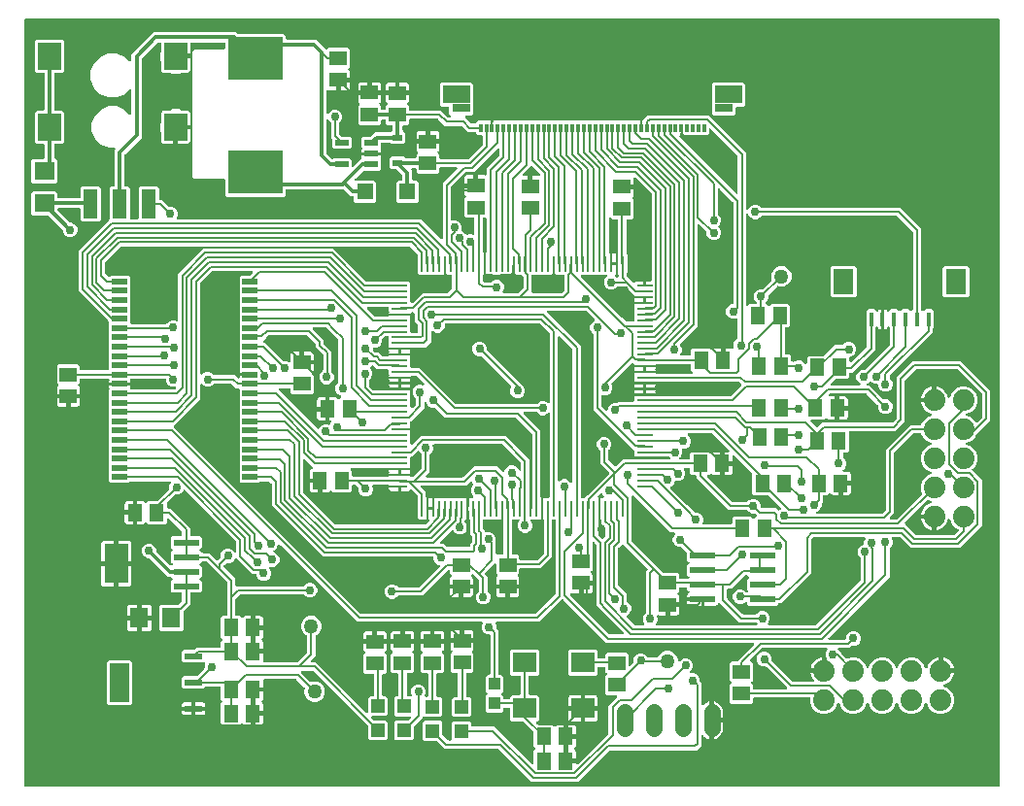
<source format=gtl>
G04 EAGLE Gerber RS-274X export*
G75*
%MOMM*%
%FSLAX34Y34*%
%LPD*%
%INTop Copper*%
%IPPOS*%
%AMOC8*
5,1,8,0,0,1.08239X$1,22.5*%
G01*
%ADD10R,1.500000X1.300000*%
%ADD11R,1.300000X1.500000*%
%ADD12R,1.600000X1.800000*%
%ADD13R,2.000000X2.400000*%
%ADD14R,0.830000X0.630000*%
%ADD15R,1.400000X1.400000*%
%ADD16R,1.800000X1.600000*%
%ADD17R,1.000000X1.100000*%
%ADD18R,0.300000X0.800000*%
%ADD19R,2.400000X1.600000*%
%ADD20R,1.600000X0.800000*%
%ADD21R,0.300000X1.300000*%
%ADD22R,1.800000X2.200000*%
%ADD23C,1.879600*%
%ADD24C,1.422400*%
%ADD25R,4.800000X3.800000*%
%ADD26R,1.200000X1.200000*%
%ADD27R,2.006600X1.803400*%
%ADD28R,1.270000X2.540000*%
%ADD29C,1.270000*%
%ADD30R,1.353300X0.279400*%
%ADD31R,0.279400X1.353300*%
%ADD32R,1.200000X0.550000*%
%ADD33R,1.549400X0.609600*%
%ADD34R,2.200000X0.600000*%
%ADD35R,2.150000X3.450000*%
%ADD36R,1.320800X0.508000*%
%ADD37C,0.203200*%
%ADD38C,0.762000*%
%ADD39C,0.355600*%

G36*
X858882Y10169D02*
X858882Y10169D01*
X858940Y10167D01*
X859022Y10189D01*
X859106Y10201D01*
X859159Y10224D01*
X859215Y10239D01*
X859288Y10282D01*
X859365Y10317D01*
X859410Y10355D01*
X859460Y10384D01*
X859518Y10446D01*
X859582Y10500D01*
X859614Y10549D01*
X859654Y10592D01*
X859693Y10667D01*
X859740Y10737D01*
X859757Y10793D01*
X859784Y10845D01*
X859795Y10913D01*
X859825Y11008D01*
X859828Y11108D01*
X859839Y11176D01*
X859839Y678824D01*
X859831Y678882D01*
X859833Y678940D01*
X859811Y679022D01*
X859799Y679106D01*
X859776Y679159D01*
X859761Y679215D01*
X859718Y679288D01*
X859683Y679365D01*
X859645Y679410D01*
X859616Y679460D01*
X859554Y679518D01*
X859500Y679582D01*
X859451Y679614D01*
X859408Y679654D01*
X859333Y679693D01*
X859263Y679740D01*
X859207Y679757D01*
X859155Y679784D01*
X859087Y679795D01*
X858992Y679825D01*
X858892Y679828D01*
X858824Y679839D01*
X11176Y679839D01*
X11118Y679831D01*
X11060Y679833D01*
X10978Y679811D01*
X10894Y679799D01*
X10841Y679776D01*
X10785Y679761D01*
X10712Y679718D01*
X10635Y679683D01*
X10590Y679645D01*
X10540Y679616D01*
X10482Y679554D01*
X10418Y679500D01*
X10386Y679451D01*
X10346Y679408D01*
X10307Y679333D01*
X10260Y679263D01*
X10243Y679207D01*
X10216Y679155D01*
X10205Y679087D01*
X10175Y678992D01*
X10172Y678892D01*
X10161Y678824D01*
X10161Y11176D01*
X10169Y11118D01*
X10167Y11060D01*
X10189Y10978D01*
X10201Y10894D01*
X10224Y10841D01*
X10239Y10785D01*
X10282Y10712D01*
X10317Y10635D01*
X10355Y10590D01*
X10384Y10540D01*
X10446Y10482D01*
X10500Y10418D01*
X10549Y10386D01*
X10592Y10346D01*
X10667Y10307D01*
X10737Y10260D01*
X10793Y10243D01*
X10845Y10216D01*
X10913Y10205D01*
X11008Y10175D01*
X11108Y10172D01*
X11176Y10161D01*
X858824Y10161D01*
X858882Y10169D01*
G37*
%LPC*%
G36*
X451981Y14531D02*
X451981Y14531D01*
X423366Y43146D01*
X423296Y43198D01*
X423233Y43258D01*
X423183Y43284D01*
X423139Y43317D01*
X423057Y43348D01*
X422979Y43388D01*
X422932Y43396D01*
X422873Y43418D01*
X422726Y43430D01*
X422648Y43443D01*
X376427Y43443D01*
X374046Y45824D01*
X369708Y50162D01*
X369638Y50214D01*
X369574Y50274D01*
X369525Y50300D01*
X369481Y50333D01*
X369399Y50364D01*
X369321Y50404D01*
X369274Y50412D01*
X369215Y50434D01*
X369068Y50446D01*
X368990Y50459D01*
X358848Y50459D01*
X357359Y51948D01*
X357359Y66052D01*
X358848Y67541D01*
X372952Y67541D01*
X374441Y66052D01*
X374441Y55910D01*
X374453Y55823D01*
X374456Y55736D01*
X374473Y55683D01*
X374481Y55628D01*
X374516Y55548D01*
X374543Y55465D01*
X374571Y55426D01*
X374597Y55369D01*
X374693Y55256D01*
X374738Y55192D01*
X379076Y50854D01*
X379146Y50802D01*
X379210Y50742D01*
X379259Y50716D01*
X379303Y50683D01*
X379385Y50652D01*
X379463Y50612D01*
X379510Y50604D01*
X379569Y50582D01*
X379716Y50570D01*
X379794Y50557D01*
X381744Y50557D01*
X381802Y50565D01*
X381860Y50563D01*
X381942Y50585D01*
X382026Y50597D01*
X382079Y50620D01*
X382135Y50635D01*
X382208Y50678D01*
X382285Y50713D01*
X382330Y50751D01*
X382380Y50780D01*
X382438Y50842D01*
X382502Y50896D01*
X382534Y50945D01*
X382574Y50988D01*
X382613Y51063D01*
X382660Y51133D01*
X382677Y51189D01*
X382704Y51241D01*
X382715Y51309D01*
X382745Y51404D01*
X382748Y51504D01*
X382759Y51572D01*
X382759Y65952D01*
X384248Y67441D01*
X398352Y67441D01*
X399841Y65952D01*
X399841Y63472D01*
X399849Y63414D01*
X399847Y63356D01*
X399869Y63274D01*
X399881Y63190D01*
X399904Y63137D01*
X399919Y63081D01*
X399962Y63008D01*
X399997Y62931D01*
X400035Y62886D01*
X400064Y62836D01*
X400126Y62778D01*
X400180Y62714D01*
X400229Y62682D01*
X400272Y62642D01*
X400347Y62603D01*
X400417Y62556D01*
X400473Y62539D01*
X400525Y62512D01*
X400593Y62501D01*
X400688Y62471D01*
X400788Y62468D01*
X400856Y62457D01*
X419863Y62457D01*
X452126Y30193D01*
X452150Y30176D01*
X452169Y30153D01*
X452263Y30090D01*
X452353Y30022D01*
X452381Y30012D01*
X452405Y29996D01*
X452513Y29962D01*
X452619Y29921D01*
X452648Y29919D01*
X452676Y29910D01*
X452790Y29907D01*
X452902Y29898D01*
X452931Y29903D01*
X452960Y29903D01*
X453070Y29931D01*
X453181Y29954D01*
X453207Y29967D01*
X453235Y29974D01*
X453333Y30032D01*
X453433Y30085D01*
X453455Y30105D01*
X453480Y30120D01*
X453557Y30202D01*
X453639Y30280D01*
X453654Y30306D01*
X453674Y30327D01*
X453726Y30428D01*
X453783Y30526D01*
X453790Y30554D01*
X453804Y30580D01*
X453817Y30658D01*
X453853Y30801D01*
X453851Y30864D01*
X453859Y30911D01*
X453859Y41252D01*
X455189Y42582D01*
X455224Y42629D01*
X455267Y42669D01*
X455309Y42742D01*
X455360Y42809D01*
X455381Y42864D01*
X455410Y42914D01*
X455431Y42996D01*
X455461Y43075D01*
X455466Y43133D01*
X455480Y43190D01*
X455478Y43274D01*
X455485Y43358D01*
X455473Y43416D01*
X455471Y43474D01*
X455445Y43554D01*
X455429Y43637D01*
X455402Y43689D01*
X455384Y43745D01*
X455344Y43801D01*
X455298Y43889D01*
X455229Y43962D01*
X455189Y44018D01*
X453759Y45448D01*
X453759Y57590D01*
X453747Y57677D01*
X453744Y57764D01*
X453727Y57817D01*
X453719Y57872D01*
X453684Y57952D01*
X453657Y58035D01*
X453629Y58074D01*
X453603Y58131D01*
X453507Y58244D01*
X453462Y58308D01*
X445064Y66706D01*
X444994Y66758D01*
X444930Y66818D01*
X444881Y66844D01*
X444837Y66877D01*
X444755Y66908D01*
X444677Y66948D01*
X444630Y66956D01*
X444571Y66978D01*
X444424Y66990D01*
X444346Y67003D01*
X435015Y67003D01*
X433526Y68492D01*
X433526Y78228D01*
X433519Y78279D01*
X433520Y78299D01*
X433519Y78303D01*
X433520Y78344D01*
X433498Y78426D01*
X433486Y78510D01*
X433463Y78563D01*
X433448Y78619D01*
X433405Y78692D01*
X433370Y78769D01*
X433332Y78814D01*
X433303Y78864D01*
X433241Y78922D01*
X433187Y78986D01*
X433138Y79018D01*
X433095Y79058D01*
X433020Y79097D01*
X432950Y79144D01*
X432894Y79161D01*
X432842Y79188D01*
X432774Y79199D01*
X432679Y79229D01*
X432579Y79232D01*
X432511Y79243D01*
X428256Y79243D01*
X428198Y79235D01*
X428140Y79237D01*
X428058Y79215D01*
X427974Y79203D01*
X427921Y79180D01*
X427865Y79165D01*
X427792Y79122D01*
X427715Y79087D01*
X427670Y79049D01*
X427620Y79020D01*
X427562Y78958D01*
X427498Y78904D01*
X427466Y78855D01*
X427426Y78812D01*
X427387Y78737D01*
X427340Y78667D01*
X427323Y78611D01*
X427296Y78559D01*
X427285Y78491D01*
X427255Y78396D01*
X427252Y78296D01*
X427241Y78228D01*
X427241Y76248D01*
X425752Y74759D01*
X413648Y74759D01*
X412159Y76248D01*
X412159Y89352D01*
X413389Y90582D01*
X413424Y90629D01*
X413467Y90669D01*
X413509Y90742D01*
X413560Y90809D01*
X413581Y90864D01*
X413610Y90914D01*
X413631Y90996D01*
X413661Y91075D01*
X413666Y91133D01*
X413680Y91190D01*
X413678Y91274D01*
X413685Y91358D01*
X413673Y91415D01*
X413671Y91474D01*
X413645Y91554D01*
X413629Y91637D01*
X413602Y91689D01*
X413584Y91745D01*
X413544Y91801D01*
X413498Y91889D01*
X413429Y91962D01*
X413389Y92018D01*
X412159Y93248D01*
X412159Y106352D01*
X413648Y107841D01*
X415128Y107841D01*
X415186Y107849D01*
X415244Y107847D01*
X415326Y107869D01*
X415410Y107881D01*
X415463Y107904D01*
X415519Y107919D01*
X415592Y107962D01*
X415669Y107997D01*
X415714Y108035D01*
X415764Y108064D01*
X415822Y108126D01*
X415886Y108180D01*
X415918Y108229D01*
X415958Y108272D01*
X415997Y108347D01*
X416044Y108417D01*
X416061Y108473D01*
X416088Y108525D01*
X416099Y108593D01*
X416129Y108688D01*
X416132Y108788D01*
X416143Y108856D01*
X416143Y142134D01*
X416135Y142192D01*
X416137Y142250D01*
X416115Y142332D01*
X416103Y142416D01*
X416080Y142469D01*
X416065Y142525D01*
X416022Y142598D01*
X415987Y142675D01*
X415949Y142720D01*
X415920Y142770D01*
X415858Y142828D01*
X415804Y142892D01*
X415755Y142924D01*
X415712Y142964D01*
X415637Y143003D01*
X415567Y143050D01*
X415511Y143067D01*
X415459Y143094D01*
X415391Y143105D01*
X415296Y143135D01*
X415196Y143138D01*
X415128Y143149D01*
X413737Y143149D01*
X411403Y144116D01*
X409616Y145903D01*
X408649Y148237D01*
X408649Y150763D01*
X409385Y152539D01*
X409414Y152651D01*
X409448Y152760D01*
X409449Y152788D01*
X409456Y152815D01*
X409453Y152929D01*
X409456Y153044D01*
X409449Y153071D01*
X409448Y153099D01*
X409413Y153208D01*
X409384Y153319D01*
X409370Y153343D01*
X409361Y153370D01*
X409297Y153465D01*
X409239Y153564D01*
X409218Y153583D01*
X409203Y153606D01*
X409115Y153680D01*
X409031Y153758D01*
X409006Y153771D01*
X408985Y153789D01*
X408880Y153835D01*
X408778Y153888D01*
X408753Y153892D01*
X408726Y153904D01*
X408462Y153941D01*
X408447Y153943D01*
X300527Y153943D01*
X233084Y221386D01*
X233060Y221404D01*
X233041Y221426D01*
X232947Y221489D01*
X232857Y221557D01*
X232829Y221567D01*
X232805Y221584D01*
X232697Y221618D01*
X232591Y221658D01*
X232562Y221661D01*
X232534Y221670D01*
X232420Y221672D01*
X232308Y221682D01*
X232279Y221676D01*
X232250Y221677D01*
X232140Y221648D01*
X232029Y221626D01*
X232003Y221612D01*
X231975Y221605D01*
X231877Y221547D01*
X231777Y221495D01*
X231755Y221475D01*
X231730Y221460D01*
X231653Y221377D01*
X231571Y221299D01*
X231556Y221274D01*
X231536Y221252D01*
X231484Y221152D01*
X231427Y221054D01*
X231420Y221025D01*
X231406Y220999D01*
X231393Y220922D01*
X231357Y220778D01*
X231358Y220753D01*
X230384Y218403D01*
X228597Y216616D01*
X227803Y216287D01*
X227778Y216272D01*
X227750Y216263D01*
X227656Y216200D01*
X227558Y216143D01*
X227538Y216121D01*
X227514Y216105D01*
X227441Y216018D01*
X227363Y215936D01*
X227350Y215910D01*
X227331Y215887D01*
X227285Y215784D01*
X227233Y215683D01*
X227227Y215654D01*
X227215Y215628D01*
X227200Y215515D01*
X227178Y215404D01*
X227180Y215375D01*
X227176Y215346D01*
X227192Y215234D01*
X227202Y215121D01*
X227213Y215094D01*
X227217Y215065D01*
X227263Y214962D01*
X227304Y214856D01*
X227322Y214832D01*
X227334Y214806D01*
X227407Y214719D01*
X227476Y214629D01*
X227499Y214611D01*
X227518Y214589D01*
X227585Y214548D01*
X227704Y214459D01*
X227762Y214437D01*
X227803Y214411D01*
X229597Y213668D01*
X231384Y211881D01*
X232351Y209547D01*
X232351Y207021D01*
X231384Y204687D01*
X229597Y202900D01*
X227263Y201933D01*
X224737Y201933D01*
X224669Y201961D01*
X224586Y201983D01*
X224505Y202013D01*
X224449Y202018D01*
X224393Y202032D01*
X224308Y202030D01*
X224222Y202037D01*
X224166Y202026D01*
X224109Y202024D01*
X224027Y201998D01*
X223943Y201981D01*
X223893Y201955D01*
X223839Y201938D01*
X223767Y201890D01*
X223691Y201850D01*
X223650Y201811D01*
X223602Y201779D01*
X223547Y201714D01*
X223485Y201654D01*
X223456Y201605D01*
X223419Y201562D01*
X223384Y201483D01*
X223341Y201409D01*
X223327Y201354D01*
X223304Y201302D01*
X223292Y201217D01*
X223271Y201134D01*
X223273Y201077D01*
X223265Y201020D01*
X223277Y200935D01*
X223280Y200849D01*
X223297Y200795D01*
X223306Y200739D01*
X223341Y200661D01*
X223367Y200579D01*
X223396Y200539D01*
X223423Y200480D01*
X223517Y200370D01*
X223562Y200306D01*
X224077Y199791D01*
X225044Y197457D01*
X225044Y194930D01*
X224077Y192596D01*
X222291Y190809D01*
X219957Y189843D01*
X217430Y189843D01*
X215096Y190809D01*
X213309Y192596D01*
X212335Y194948D01*
X212336Y194970D01*
X212315Y195052D01*
X212303Y195136D01*
X212279Y195189D01*
X212264Y195245D01*
X212221Y195318D01*
X212186Y195395D01*
X212149Y195440D01*
X212119Y195490D01*
X212057Y195548D01*
X212003Y195612D01*
X211954Y195644D01*
X211912Y195684D01*
X211836Y195723D01*
X211766Y195770D01*
X211710Y195787D01*
X211658Y195814D01*
X211590Y195825D01*
X211495Y195855D01*
X211395Y195858D01*
X211327Y195869D01*
X208686Y195869D01*
X197132Y207423D01*
X195062Y209493D01*
X194970Y209562D01*
X194883Y209636D01*
X194857Y209647D01*
X194835Y209664D01*
X194728Y209705D01*
X194623Y209752D01*
X194595Y209755D01*
X194569Y209765D01*
X194455Y209775D01*
X194341Y209791D01*
X194314Y209787D01*
X194286Y209789D01*
X194174Y209766D01*
X194060Y209750D01*
X194035Y209738D01*
X194007Y209733D01*
X193905Y209680D01*
X193801Y209633D01*
X193780Y209615D01*
X193755Y209602D01*
X193672Y209523D01*
X193584Y209448D01*
X193571Y209427D01*
X193549Y209406D01*
X193414Y209176D01*
X193406Y209164D01*
X192884Y207903D01*
X191097Y206116D01*
X188763Y205149D01*
X186600Y205149D01*
X186513Y205137D01*
X186426Y205134D01*
X186373Y205117D01*
X186318Y205109D01*
X186238Y205074D01*
X186155Y205047D01*
X186116Y205019D01*
X186059Y204993D01*
X185946Y204897D01*
X185882Y204852D01*
X184104Y203074D01*
X184052Y203004D01*
X183992Y202940D01*
X183966Y202891D01*
X183933Y202847D01*
X183902Y202765D01*
X183862Y202687D01*
X183854Y202640D01*
X183832Y202581D01*
X183820Y202434D01*
X183807Y202356D01*
X183807Y202144D01*
X183819Y202057D01*
X183822Y201970D01*
X183839Y201917D01*
X183847Y201862D01*
X183882Y201782D01*
X183909Y201699D01*
X183937Y201660D01*
X183963Y201603D01*
X184059Y201490D01*
X184104Y201426D01*
X194057Y191473D01*
X194057Y186072D01*
X194065Y186014D01*
X194063Y185956D01*
X194085Y185874D01*
X194097Y185790D01*
X194120Y185737D01*
X194135Y185681D01*
X194178Y185608D01*
X194213Y185531D01*
X194251Y185486D01*
X194280Y185436D01*
X194342Y185378D01*
X194396Y185314D01*
X194445Y185282D01*
X194488Y185242D01*
X194563Y185203D01*
X194633Y185156D01*
X194689Y185139D01*
X194741Y185112D01*
X194809Y185101D01*
X194904Y185071D01*
X195004Y185068D01*
X195072Y185057D01*
X253155Y185057D01*
X253242Y185069D01*
X253329Y185072D01*
X253382Y185089D01*
X253436Y185097D01*
X253516Y185132D01*
X253599Y185159D01*
X253639Y185187D01*
X253696Y185213D01*
X253809Y185309D01*
X253873Y185354D01*
X255403Y186884D01*
X257737Y187851D01*
X260263Y187851D01*
X262597Y186884D01*
X264384Y185097D01*
X265351Y182763D01*
X265351Y180237D01*
X264384Y177903D01*
X262597Y176116D01*
X260263Y175149D01*
X257737Y175149D01*
X255403Y176116D01*
X253873Y177646D01*
X253803Y177698D01*
X253739Y177758D01*
X253690Y177784D01*
X253646Y177817D01*
X253564Y177848D01*
X253486Y177888D01*
X253438Y177896D01*
X253380Y177918D01*
X253232Y177930D01*
X253155Y177943D01*
X198394Y177943D01*
X198307Y177931D01*
X198220Y177928D01*
X198167Y177911D01*
X198112Y177903D01*
X198032Y177868D01*
X197949Y177841D01*
X197910Y177813D01*
X197853Y177787D01*
X197740Y177691D01*
X197676Y177646D01*
X194354Y174324D01*
X194340Y174305D01*
X194324Y174291D01*
X194293Y174245D01*
X194242Y174190D01*
X194216Y174141D01*
X194183Y174097D01*
X194168Y174058D01*
X194166Y174055D01*
X194162Y174041D01*
X194152Y174015D01*
X194112Y173937D01*
X194104Y173890D01*
X194082Y173831D01*
X194070Y173684D01*
X194057Y173606D01*
X194057Y160056D01*
X194065Y159998D01*
X194063Y159940D01*
X194085Y159858D01*
X194097Y159774D01*
X194120Y159721D01*
X194135Y159665D01*
X194178Y159592D01*
X194213Y159515D01*
X194251Y159470D01*
X194280Y159420D01*
X194342Y159362D01*
X194396Y159298D01*
X194445Y159266D01*
X194488Y159226D01*
X194563Y159187D01*
X194633Y159140D01*
X194689Y159123D01*
X194741Y159096D01*
X194809Y159085D01*
X194904Y159055D01*
X195004Y159052D01*
X195072Y159041D01*
X197852Y159041D01*
X199124Y157770D01*
X199163Y157740D01*
X199196Y157704D01*
X199276Y157655D01*
X199351Y157599D01*
X199396Y157581D01*
X199438Y157556D01*
X199529Y157531D01*
X199616Y157497D01*
X199665Y157493D01*
X199712Y157480D01*
X199806Y157482D01*
X199900Y157474D01*
X199948Y157484D01*
X199996Y157484D01*
X200086Y157511D01*
X200178Y157530D01*
X200222Y157552D01*
X200269Y157566D01*
X200347Y157617D01*
X200431Y157661D01*
X200466Y157694D01*
X200507Y157721D01*
X200554Y157778D01*
X200637Y157857D01*
X200681Y157932D01*
X200721Y157980D01*
X200767Y158060D01*
X201240Y158533D01*
X201819Y158868D01*
X202466Y159041D01*
X207269Y159041D01*
X207269Y150016D01*
X207277Y149958D01*
X207275Y149900D01*
X207297Y149818D01*
X207309Y149735D01*
X207333Y149681D01*
X207347Y149625D01*
X207390Y149552D01*
X207425Y149475D01*
X207463Y149431D01*
X207493Y149380D01*
X207554Y149323D01*
X207609Y149258D01*
X207657Y149226D01*
X207700Y149186D01*
X207775Y149147D01*
X207845Y149101D01*
X207901Y149083D01*
X207953Y149056D01*
X208021Y149045D01*
X208116Y149015D01*
X208216Y149012D01*
X208284Y149001D01*
X209301Y149001D01*
X209301Y148999D01*
X208284Y148999D01*
X208226Y148991D01*
X208168Y148992D01*
X208086Y148971D01*
X208003Y148959D01*
X207949Y148935D01*
X207893Y148921D01*
X207820Y148878D01*
X207743Y148843D01*
X207698Y148805D01*
X207648Y148775D01*
X207590Y148714D01*
X207526Y148659D01*
X207494Y148611D01*
X207454Y148568D01*
X207415Y148493D01*
X207369Y148423D01*
X207351Y148367D01*
X207324Y148315D01*
X207313Y148247D01*
X207283Y148152D01*
X207280Y148052D01*
X207269Y147984D01*
X207269Y139256D01*
X207277Y139198D01*
X207275Y139140D01*
X207297Y139058D01*
X207309Y138974D01*
X207333Y138921D01*
X207347Y138865D01*
X207369Y138828D01*
X207369Y129216D01*
X207377Y129158D01*
X207375Y129100D01*
X207397Y129018D01*
X207409Y128935D01*
X207433Y128881D01*
X207447Y128825D01*
X207490Y128752D01*
X207525Y128675D01*
X207563Y128631D01*
X207593Y128580D01*
X207654Y128523D01*
X207709Y128458D01*
X207757Y128426D01*
X207800Y128386D01*
X207875Y128347D01*
X207945Y128301D01*
X208001Y128283D01*
X208053Y128256D01*
X208121Y128245D01*
X208216Y128215D01*
X208316Y128212D01*
X208384Y128201D01*
X209401Y128201D01*
X209401Y127184D01*
X209409Y127126D01*
X209408Y127068D01*
X209429Y126986D01*
X209441Y126903D01*
X209465Y126849D01*
X209479Y126793D01*
X209522Y126720D01*
X209557Y126643D01*
X209595Y126598D01*
X209625Y126548D01*
X209686Y126490D01*
X209741Y126426D01*
X209789Y126394D01*
X209832Y126354D01*
X209907Y126315D01*
X209977Y126269D01*
X210033Y126251D01*
X210085Y126224D01*
X210153Y126213D01*
X210248Y126183D01*
X210348Y126180D01*
X210416Y126169D01*
X218441Y126169D01*
X218441Y120366D01*
X218299Y119835D01*
X218293Y119786D01*
X218278Y119740D01*
X218275Y119646D01*
X218264Y119553D01*
X218272Y119504D01*
X218271Y119456D01*
X218294Y119365D01*
X218309Y119272D01*
X218330Y119228D01*
X218342Y119181D01*
X218390Y119100D01*
X218431Y119015D01*
X218463Y118978D01*
X218488Y118936D01*
X218556Y118872D01*
X218618Y118801D01*
X218659Y118775D01*
X218695Y118742D01*
X218779Y118699D01*
X218858Y118648D01*
X218905Y118634D01*
X218948Y118612D01*
X219021Y118600D01*
X219131Y118568D01*
X219217Y118567D01*
X219279Y118557D01*
X247606Y118557D01*
X247693Y118569D01*
X247780Y118572D01*
X247833Y118589D01*
X247888Y118597D01*
X247968Y118632D01*
X248051Y118659D01*
X248090Y118687D01*
X248147Y118713D01*
X248260Y118809D01*
X248324Y118854D01*
X256346Y126876D01*
X256398Y126946D01*
X256458Y127010D01*
X256484Y127059D01*
X256517Y127103D01*
X256548Y127185D01*
X256588Y127263D01*
X256596Y127310D01*
X256618Y127369D01*
X256630Y127516D01*
X256643Y127594D01*
X256643Y141372D01*
X256643Y141373D01*
X256643Y141375D01*
X256623Y141514D01*
X256603Y141653D01*
X256603Y141655D01*
X256603Y141656D01*
X256546Y141782D01*
X256487Y141913D01*
X256486Y141914D01*
X256485Y141915D01*
X256394Y142022D01*
X256304Y142130D01*
X256302Y142130D01*
X256301Y142132D01*
X256288Y142140D01*
X256067Y142287D01*
X256038Y142296D01*
X256017Y142310D01*
X255164Y142663D01*
X252663Y145164D01*
X251309Y148432D01*
X251309Y151968D01*
X252663Y155236D01*
X255164Y157737D01*
X258432Y159091D01*
X261968Y159091D01*
X265236Y157737D01*
X267737Y155236D01*
X269091Y151968D01*
X269091Y148432D01*
X267737Y145164D01*
X265236Y142663D01*
X264383Y142310D01*
X264382Y142309D01*
X264381Y142308D01*
X264262Y142238D01*
X264139Y142165D01*
X264138Y142164D01*
X264136Y142163D01*
X264039Y142059D01*
X263943Y141958D01*
X263943Y141957D01*
X263942Y141956D01*
X263877Y141830D01*
X263813Y141706D01*
X263813Y141704D01*
X263812Y141703D01*
X263810Y141688D01*
X263758Y141427D01*
X263761Y141396D01*
X263757Y141372D01*
X263757Y124227D01*
X259820Y120290D01*
X259802Y120266D01*
X259780Y120247D01*
X259717Y120153D01*
X259649Y120063D01*
X259639Y120035D01*
X259622Y120011D01*
X259588Y119903D01*
X259548Y119797D01*
X259545Y119768D01*
X259536Y119740D01*
X259534Y119626D01*
X259524Y119514D01*
X259530Y119485D01*
X259529Y119456D01*
X259558Y119346D01*
X259580Y119235D01*
X259594Y119209D01*
X259601Y119181D01*
X259659Y119083D01*
X259711Y118983D01*
X259731Y118961D01*
X259746Y118936D01*
X259829Y118859D01*
X259907Y118777D01*
X259932Y118762D01*
X259954Y118742D01*
X260054Y118690D01*
X260152Y118633D01*
X260181Y118626D01*
X260207Y118612D01*
X260284Y118599D01*
X260428Y118563D01*
X260490Y118565D01*
X260538Y118557D01*
X264373Y118557D01*
X266754Y116176D01*
X308126Y74804D01*
X308150Y74786D01*
X308169Y74764D01*
X308263Y74701D01*
X308353Y74633D01*
X308381Y74623D01*
X308405Y74606D01*
X308513Y74572D01*
X308619Y74532D01*
X308648Y74529D01*
X308676Y74520D01*
X308790Y74518D01*
X308902Y74508D01*
X308931Y74514D01*
X308960Y74513D01*
X309070Y74542D01*
X309181Y74564D01*
X309207Y74578D01*
X309235Y74585D01*
X309333Y74643D01*
X309433Y74695D01*
X309455Y74715D01*
X309480Y74730D01*
X309557Y74813D01*
X309639Y74891D01*
X309654Y74916D01*
X309674Y74938D01*
X309726Y75038D01*
X309783Y75136D01*
X309790Y75165D01*
X309804Y75191D01*
X309817Y75268D01*
X309853Y75412D01*
X309851Y75474D01*
X309859Y75522D01*
X309859Y87552D01*
X311348Y89041D01*
X313828Y89041D01*
X313886Y89049D01*
X313944Y89047D01*
X314026Y89069D01*
X314110Y89081D01*
X314163Y89104D01*
X314219Y89119D01*
X314292Y89162D01*
X314369Y89197D01*
X314414Y89235D01*
X314464Y89264D01*
X314522Y89326D01*
X314586Y89380D01*
X314618Y89429D01*
X314658Y89472D01*
X314697Y89547D01*
X314744Y89617D01*
X314761Y89673D01*
X314788Y89725D01*
X314799Y89793D01*
X314829Y89888D01*
X314832Y89988D01*
X314843Y90056D01*
X314843Y107544D01*
X314835Y107602D01*
X314837Y107660D01*
X314815Y107742D01*
X314803Y107826D01*
X314780Y107879D01*
X314765Y107935D01*
X314722Y108008D01*
X314687Y108085D01*
X314649Y108130D01*
X314620Y108180D01*
X314558Y108238D01*
X314504Y108302D01*
X314455Y108334D01*
X314412Y108374D01*
X314337Y108413D01*
X314267Y108460D01*
X314211Y108477D01*
X314159Y108504D01*
X314091Y108515D01*
X313996Y108545D01*
X313896Y108548D01*
X313828Y108559D01*
X307048Y108559D01*
X305559Y110048D01*
X305559Y125152D01*
X306830Y126424D01*
X306860Y126463D01*
X306896Y126496D01*
X306945Y126576D01*
X307001Y126651D01*
X307019Y126696D01*
X307044Y126738D01*
X307069Y126829D01*
X307103Y126916D01*
X307107Y126965D01*
X307120Y127012D01*
X307118Y127106D01*
X307126Y127200D01*
X307116Y127248D01*
X307116Y127296D01*
X307089Y127386D01*
X307070Y127478D01*
X307048Y127522D01*
X307034Y127569D01*
X306983Y127647D01*
X306939Y127731D01*
X306906Y127766D01*
X306879Y127807D01*
X306822Y127854D01*
X306743Y127937D01*
X306668Y127981D01*
X306620Y128021D01*
X306540Y128067D01*
X306067Y128540D01*
X305732Y129119D01*
X305559Y129766D01*
X305559Y134569D01*
X314584Y134569D01*
X314642Y134577D01*
X314700Y134575D01*
X314782Y134597D01*
X314865Y134609D01*
X314919Y134633D01*
X314975Y134647D01*
X315048Y134690D01*
X315125Y134725D01*
X315169Y134763D01*
X315220Y134793D01*
X315277Y134854D01*
X315342Y134909D01*
X315374Y134957D01*
X315414Y135000D01*
X315453Y135075D01*
X315499Y135145D01*
X315517Y135201D01*
X315544Y135253D01*
X315555Y135321D01*
X315585Y135416D01*
X315588Y135516D01*
X315599Y135584D01*
X315599Y136601D01*
X315601Y136601D01*
X315601Y135584D01*
X315609Y135526D01*
X315608Y135468D01*
X315629Y135386D01*
X315641Y135303D01*
X315665Y135249D01*
X315679Y135193D01*
X315722Y135120D01*
X315757Y135043D01*
X315795Y134998D01*
X315825Y134948D01*
X315886Y134890D01*
X315941Y134826D01*
X315989Y134794D01*
X316032Y134754D01*
X316107Y134715D01*
X316177Y134669D01*
X316233Y134651D01*
X316285Y134624D01*
X316353Y134613D01*
X316448Y134583D01*
X316548Y134580D01*
X316616Y134569D01*
X325641Y134569D01*
X325641Y129766D01*
X325468Y129119D01*
X325133Y128540D01*
X324660Y128067D01*
X324580Y128021D01*
X324542Y127991D01*
X324498Y127968D01*
X324430Y127903D01*
X324356Y127846D01*
X324327Y127806D01*
X324292Y127772D01*
X324245Y127691D01*
X324190Y127615D01*
X324173Y127569D01*
X324148Y127527D01*
X324125Y127436D01*
X324093Y127348D01*
X324090Y127299D01*
X324078Y127252D01*
X324081Y127158D01*
X324075Y127064D01*
X324086Y127016D01*
X324087Y126967D01*
X324116Y126878D01*
X324136Y126786D01*
X324160Y126743D01*
X324175Y126697D01*
X324218Y126636D01*
X324272Y126536D01*
X324333Y126475D01*
X324370Y126424D01*
X325641Y125152D01*
X325641Y110048D01*
X324152Y108559D01*
X322972Y108559D01*
X322914Y108551D01*
X322856Y108553D01*
X322774Y108531D01*
X322690Y108519D01*
X322637Y108496D01*
X322581Y108481D01*
X322508Y108438D01*
X322431Y108403D01*
X322386Y108365D01*
X322336Y108336D01*
X322278Y108274D01*
X322214Y108220D01*
X322182Y108171D01*
X322142Y108128D01*
X322103Y108053D01*
X322056Y107983D01*
X322039Y107927D01*
X322012Y107875D01*
X322001Y107807D01*
X321971Y107712D01*
X321968Y107612D01*
X321957Y107544D01*
X321957Y90056D01*
X321965Y89998D01*
X321963Y89940D01*
X321985Y89858D01*
X321997Y89774D01*
X322020Y89721D01*
X322035Y89665D01*
X322078Y89592D01*
X322113Y89515D01*
X322151Y89470D01*
X322180Y89420D01*
X322242Y89362D01*
X322296Y89298D01*
X322345Y89266D01*
X322388Y89226D01*
X322463Y89187D01*
X322533Y89140D01*
X322589Y89123D01*
X322641Y89096D01*
X322709Y89085D01*
X322804Y89055D01*
X322904Y89052D01*
X322972Y89041D01*
X325452Y89041D01*
X326941Y87552D01*
X326941Y73448D01*
X325452Y71959D01*
X313422Y71959D01*
X313393Y71955D01*
X313363Y71958D01*
X313252Y71935D01*
X313140Y71919D01*
X313114Y71907D01*
X313085Y71902D01*
X312984Y71850D01*
X312881Y71803D01*
X312858Y71784D01*
X312832Y71771D01*
X312750Y71693D01*
X312664Y71620D01*
X312648Y71595D01*
X312626Y71575D01*
X312569Y71477D01*
X312506Y71383D01*
X312497Y71355D01*
X312483Y71330D01*
X312455Y71220D01*
X312420Y71112D01*
X312420Y71082D01*
X312412Y71054D01*
X312416Y70941D01*
X312413Y70828D01*
X312421Y70799D01*
X312422Y70770D01*
X312456Y70662D01*
X312485Y70553D01*
X312500Y70527D01*
X312509Y70499D01*
X312554Y70436D01*
X312630Y70308D01*
X312676Y70265D01*
X312704Y70226D01*
X314592Y68338D01*
X314662Y68286D01*
X314726Y68226D01*
X314775Y68200D01*
X314819Y68167D01*
X314901Y68136D01*
X314979Y68096D01*
X315026Y68088D01*
X315085Y68066D01*
X315232Y68054D01*
X315310Y68041D01*
X325452Y68041D01*
X326941Y66552D01*
X326941Y52448D01*
X325452Y50959D01*
X311348Y50959D01*
X309859Y52448D01*
X309859Y62590D01*
X309847Y62677D01*
X309844Y62764D01*
X309827Y62817D01*
X309819Y62872D01*
X309784Y62952D01*
X309757Y63035D01*
X309729Y63074D01*
X309703Y63131D01*
X309607Y63244D01*
X309562Y63308D01*
X261724Y111146D01*
X261654Y111198D01*
X261590Y111258D01*
X261541Y111284D01*
X261497Y111317D01*
X261415Y111348D01*
X261337Y111388D01*
X261290Y111396D01*
X261231Y111418D01*
X261084Y111430D01*
X261006Y111443D01*
X252138Y111443D01*
X252109Y111439D01*
X252079Y111442D01*
X251968Y111419D01*
X251856Y111403D01*
X251830Y111391D01*
X251801Y111386D01*
X251700Y111333D01*
X251597Y111287D01*
X251574Y111268D01*
X251548Y111255D01*
X251466Y111177D01*
X251380Y111104D01*
X251364Y111079D01*
X251342Y111059D01*
X251285Y110961D01*
X251222Y110867D01*
X251213Y110839D01*
X251199Y110814D01*
X251171Y110704D01*
X251136Y110596D01*
X251136Y110566D01*
X251128Y110538D01*
X251132Y110425D01*
X251129Y110312D01*
X251137Y110283D01*
X251138Y110254D01*
X251172Y110146D01*
X251201Y110037D01*
X251216Y110011D01*
X251225Y109983D01*
X251271Y109919D01*
X251346Y109792D01*
X251392Y109749D01*
X251420Y109710D01*
X252454Y108676D01*
X259172Y101958D01*
X259174Y101957D01*
X259175Y101955D01*
X259286Y101872D01*
X259400Y101787D01*
X259401Y101786D01*
X259402Y101785D01*
X259534Y101735D01*
X259665Y101685D01*
X259667Y101685D01*
X259668Y101685D01*
X259813Y101673D01*
X259949Y101662D01*
X259950Y101662D01*
X259952Y101662D01*
X259967Y101666D01*
X260227Y101718D01*
X260254Y101732D01*
X260279Y101738D01*
X261132Y102091D01*
X264668Y102091D01*
X267936Y100737D01*
X270437Y98236D01*
X271791Y94968D01*
X271791Y91432D01*
X270437Y88164D01*
X267936Y85663D01*
X264668Y84309D01*
X261132Y84309D01*
X257864Y85663D01*
X255363Y88164D01*
X254009Y91432D01*
X254009Y94968D01*
X254362Y95821D01*
X254363Y95823D01*
X254364Y95824D01*
X254396Y95953D01*
X254433Y96097D01*
X254433Y96098D01*
X254434Y96100D01*
X254429Y96240D01*
X254425Y96381D01*
X254425Y96382D01*
X254425Y96384D01*
X254383Y96512D01*
X254339Y96651D01*
X254338Y96653D01*
X254337Y96654D01*
X254329Y96666D01*
X254180Y96888D01*
X254157Y96907D01*
X254142Y96928D01*
X247424Y103646D01*
X247354Y103698D01*
X247290Y103758D01*
X247241Y103784D01*
X247197Y103817D01*
X247115Y103848D01*
X247037Y103888D01*
X246990Y103896D01*
X246931Y103918D01*
X246784Y103930D01*
X246706Y103943D01*
X219356Y103943D01*
X219298Y103935D01*
X219240Y103937D01*
X219158Y103915D01*
X219074Y103903D01*
X219021Y103880D01*
X218965Y103865D01*
X218892Y103822D01*
X218815Y103787D01*
X218770Y103749D01*
X218720Y103720D01*
X218662Y103658D01*
X218598Y103604D01*
X218566Y103555D01*
X218526Y103512D01*
X218487Y103437D01*
X218440Y103367D01*
X218423Y103311D01*
X218396Y103259D01*
X218385Y103191D01*
X218355Y103096D01*
X218352Y102996D01*
X218341Y102928D01*
X218341Y97031D01*
X210316Y97031D01*
X210258Y97023D01*
X210200Y97024D01*
X210118Y97003D01*
X210035Y96991D01*
X209981Y96967D01*
X209925Y96953D01*
X209852Y96910D01*
X209775Y96875D01*
X209731Y96837D01*
X209680Y96807D01*
X209623Y96746D01*
X209558Y96691D01*
X209526Y96643D01*
X209486Y96600D01*
X209447Y96525D01*
X209401Y96455D01*
X209383Y96399D01*
X209356Y96347D01*
X209345Y96279D01*
X209315Y96184D01*
X209312Y96084D01*
X209301Y96016D01*
X209301Y94999D01*
X208284Y94999D01*
X208226Y94991D01*
X208168Y94992D01*
X208086Y94971D01*
X208003Y94959D01*
X207949Y94935D01*
X207893Y94921D01*
X207820Y94878D01*
X207743Y94843D01*
X207698Y94805D01*
X207648Y94775D01*
X207590Y94714D01*
X207526Y94659D01*
X207494Y94611D01*
X207454Y94568D01*
X207415Y94493D01*
X207369Y94423D01*
X207351Y94367D01*
X207324Y94315D01*
X207313Y94247D01*
X207283Y94152D01*
X207280Y94052D01*
X207269Y93984D01*
X207269Y85256D01*
X207276Y85203D01*
X207275Y85173D01*
X207276Y85170D01*
X207275Y85140D01*
X207297Y85058D01*
X207309Y84974D01*
X207333Y84921D01*
X207347Y84865D01*
X207369Y84828D01*
X207369Y75216D01*
X207377Y75158D01*
X207375Y75100D01*
X207397Y75018D01*
X207409Y74935D01*
X207433Y74881D01*
X207447Y74825D01*
X207490Y74752D01*
X207525Y74675D01*
X207563Y74631D01*
X207593Y74580D01*
X207654Y74523D01*
X207709Y74458D01*
X207757Y74426D01*
X207800Y74386D01*
X207875Y74347D01*
X207945Y74301D01*
X208001Y74283D01*
X208053Y74256D01*
X208121Y74245D01*
X208216Y74215D01*
X208316Y74212D01*
X208384Y74201D01*
X209401Y74201D01*
X209401Y74199D01*
X208384Y74199D01*
X208326Y74191D01*
X208268Y74192D01*
X208186Y74171D01*
X208103Y74159D01*
X208049Y74135D01*
X207993Y74121D01*
X207920Y74078D01*
X207843Y74043D01*
X207798Y74005D01*
X207748Y73975D01*
X207690Y73914D01*
X207626Y73859D01*
X207594Y73811D01*
X207554Y73768D01*
X207515Y73693D01*
X207469Y73623D01*
X207451Y73567D01*
X207424Y73515D01*
X207413Y73447D01*
X207383Y73352D01*
X207380Y73252D01*
X207369Y73184D01*
X207369Y64159D01*
X202566Y64159D01*
X201919Y64332D01*
X201340Y64667D01*
X200867Y65140D01*
X200821Y65220D01*
X200791Y65258D01*
X200768Y65302D01*
X200703Y65370D01*
X200646Y65444D01*
X200606Y65473D01*
X200572Y65508D01*
X200491Y65555D01*
X200415Y65610D01*
X200369Y65627D01*
X200327Y65652D01*
X200236Y65675D01*
X200148Y65707D01*
X200099Y65710D01*
X200052Y65722D01*
X199958Y65719D01*
X199864Y65725D01*
X199816Y65714D01*
X199767Y65713D01*
X199678Y65684D01*
X199586Y65664D01*
X199543Y65640D01*
X199497Y65625D01*
X199436Y65582D01*
X199336Y65528D01*
X199275Y65467D01*
X199224Y65430D01*
X197952Y64159D01*
X182848Y64159D01*
X181359Y65648D01*
X181359Y82752D01*
X182439Y83832D01*
X182474Y83879D01*
X182517Y83919D01*
X182559Y83992D01*
X182610Y84059D01*
X182631Y84114D01*
X182660Y84164D01*
X182681Y84246D01*
X182711Y84325D01*
X182716Y84383D01*
X182730Y84440D01*
X182728Y84524D01*
X182735Y84608D01*
X182723Y84665D01*
X182721Y84724D01*
X182695Y84804D01*
X182679Y84887D01*
X182652Y84939D01*
X182634Y84995D01*
X182594Y85051D01*
X182548Y85139D01*
X182479Y85212D01*
X182439Y85268D01*
X181259Y86448D01*
X181259Y96628D01*
X181251Y96686D01*
X181253Y96744D01*
X181231Y96826D01*
X181219Y96910D01*
X181196Y96963D01*
X181181Y97019D01*
X181138Y97092D01*
X181103Y97169D01*
X181065Y97214D01*
X181036Y97264D01*
X180974Y97322D01*
X180920Y97386D01*
X180871Y97418D01*
X180828Y97458D01*
X180753Y97497D01*
X180683Y97544D01*
X180627Y97561D01*
X180575Y97588D01*
X180507Y97599D01*
X180412Y97629D01*
X180312Y97632D01*
X180244Y97643D01*
X168710Y97643D01*
X168623Y97631D01*
X168536Y97628D01*
X168483Y97611D01*
X168428Y97603D01*
X168349Y97568D01*
X168265Y97541D01*
X168226Y97513D01*
X168169Y97487D01*
X168056Y97391D01*
X167992Y97346D01*
X166257Y95611D01*
X148659Y95611D01*
X147170Y97100D01*
X147170Y105300D01*
X148659Y106789D01*
X160338Y106789D01*
X160425Y106801D01*
X160512Y106804D01*
X160565Y106821D01*
X160620Y106829D01*
X160700Y106864D01*
X160783Y106891D01*
X160822Y106919D01*
X160879Y106945D01*
X160992Y107041D01*
X161056Y107086D01*
X166852Y112882D01*
X166904Y112952D01*
X166964Y113016D01*
X166990Y113065D01*
X167023Y113109D01*
X167054Y113191D01*
X167094Y113269D01*
X167102Y113316D01*
X167124Y113375D01*
X167136Y113522D01*
X167149Y113600D01*
X167149Y115763D01*
X167831Y117410D01*
X167853Y117493D01*
X167883Y117574D01*
X167888Y117630D01*
X167902Y117685D01*
X167900Y117771D01*
X167907Y117857D01*
X167896Y117913D01*
X167894Y117969D01*
X167868Y118051D01*
X167851Y118136D01*
X167825Y118186D01*
X167808Y118240D01*
X167760Y118312D01*
X167720Y118388D01*
X167681Y118429D01*
X167649Y118476D01*
X167583Y118532D01*
X167524Y118594D01*
X167475Y118623D01*
X167432Y118659D01*
X167353Y118694D01*
X167279Y118738D01*
X167224Y118752D01*
X167172Y118775D01*
X167087Y118787D01*
X167003Y118808D01*
X166947Y118806D01*
X166890Y118814D01*
X166805Y118801D01*
X166719Y118799D01*
X166665Y118781D01*
X166609Y118773D01*
X166531Y118738D01*
X166449Y118711D01*
X166408Y118682D01*
X166350Y118656D01*
X166282Y118598D01*
X148659Y118598D01*
X147170Y120087D01*
X147170Y128287D01*
X148659Y129776D01*
X157596Y129776D01*
X157683Y129788D01*
X157770Y129791D01*
X157823Y129808D01*
X157878Y129816D01*
X157958Y129851D01*
X158041Y129878D01*
X158080Y129906D01*
X158137Y129932D01*
X158250Y130028D01*
X158314Y130073D01*
X159998Y131757D01*
X180344Y131757D01*
X180402Y131765D01*
X180460Y131763D01*
X180542Y131785D01*
X180626Y131797D01*
X180679Y131820D01*
X180735Y131835D01*
X180808Y131878D01*
X180885Y131913D01*
X180930Y131951D01*
X180980Y131980D01*
X181038Y132042D01*
X181102Y132096D01*
X181134Y132145D01*
X181174Y132188D01*
X181213Y132263D01*
X181260Y132333D01*
X181277Y132389D01*
X181304Y132441D01*
X181315Y132509D01*
X181345Y132604D01*
X181348Y132704D01*
X181359Y132772D01*
X181359Y136752D01*
X182439Y137832D01*
X182474Y137879D01*
X182517Y137919D01*
X182559Y137992D01*
X182610Y138059D01*
X182631Y138114D01*
X182660Y138164D01*
X182681Y138246D01*
X182711Y138325D01*
X182716Y138383D01*
X182730Y138440D01*
X182728Y138524D01*
X182735Y138608D01*
X182723Y138666D01*
X182721Y138724D01*
X182695Y138804D01*
X182679Y138887D01*
X182652Y138939D01*
X182634Y138995D01*
X182594Y139051D01*
X182548Y139139D01*
X182479Y139212D01*
X182439Y139268D01*
X181259Y140448D01*
X181259Y157552D01*
X182748Y159041D01*
X185928Y159041D01*
X185986Y159049D01*
X186044Y159047D01*
X186126Y159069D01*
X186210Y159081D01*
X186263Y159104D01*
X186319Y159119D01*
X186392Y159162D01*
X186469Y159197D01*
X186514Y159235D01*
X186564Y159264D01*
X186622Y159326D01*
X186686Y159380D01*
X186718Y159429D01*
X186758Y159472D01*
X186797Y159547D01*
X186844Y159617D01*
X186861Y159673D01*
X186888Y159725D01*
X186899Y159793D01*
X186929Y159888D01*
X186932Y159988D01*
X186943Y160056D01*
X186943Y188106D01*
X186931Y188193D01*
X186928Y188280D01*
X186911Y188333D01*
X186903Y188388D01*
X186868Y188468D01*
X186841Y188551D01*
X186813Y188590D01*
X186787Y188647D01*
X186691Y188760D01*
X186646Y188824D01*
X168924Y206546D01*
X168854Y206598D01*
X168790Y206658D01*
X168741Y206684D01*
X168697Y206717D01*
X168615Y206748D01*
X168537Y206788D01*
X168490Y206796D01*
X168431Y206818D01*
X168284Y206830D01*
X168206Y206843D01*
X165557Y206843D01*
X165470Y206831D01*
X165383Y206828D01*
X165330Y206811D01*
X165275Y206803D01*
X165196Y206768D01*
X165112Y206741D01*
X165073Y206713D01*
X165016Y206687D01*
X164903Y206591D01*
X164839Y206546D01*
X163061Y204768D01*
X163051Y204754D01*
X163044Y204749D01*
X163026Y204722D01*
X163026Y204721D01*
X162983Y204681D01*
X162941Y204608D01*
X162890Y204541D01*
X162869Y204486D01*
X162840Y204436D01*
X162819Y204354D01*
X162789Y204275D01*
X162784Y204217D01*
X162770Y204160D01*
X162772Y204076D01*
X162765Y203992D01*
X162777Y203934D01*
X162779Y203876D01*
X162805Y203796D01*
X162821Y203713D01*
X162848Y203661D01*
X162866Y203605D01*
X162906Y203549D01*
X162952Y203461D01*
X163021Y203388D01*
X163061Y203332D01*
X164641Y201752D01*
X164641Y193648D01*
X163061Y192068D01*
X163026Y192021D01*
X162983Y191981D01*
X162941Y191908D01*
X162890Y191841D01*
X162869Y191786D01*
X162840Y191736D01*
X162819Y191654D01*
X162789Y191575D01*
X162784Y191517D01*
X162770Y191460D01*
X162772Y191376D01*
X162765Y191292D01*
X162777Y191234D01*
X162779Y191176D01*
X162805Y191096D01*
X162821Y191013D01*
X162848Y190961D01*
X162866Y190905D01*
X162906Y190849D01*
X162952Y190761D01*
X163021Y190688D01*
X163061Y190632D01*
X164641Y189052D01*
X164641Y180948D01*
X163152Y179459D01*
X155672Y179459D01*
X155614Y179451D01*
X155556Y179453D01*
X155474Y179431D01*
X155390Y179419D01*
X155337Y179396D01*
X155281Y179381D01*
X155208Y179338D01*
X155131Y179303D01*
X155086Y179265D01*
X155036Y179236D01*
X154978Y179174D01*
X154914Y179120D01*
X154882Y179071D01*
X154842Y179028D01*
X154803Y178953D01*
X154756Y178883D01*
X154739Y178827D01*
X154712Y178775D01*
X154701Y178707D01*
X154671Y178612D01*
X154668Y178512D01*
X154657Y178444D01*
X154657Y168827D01*
X149138Y163308D01*
X149086Y163238D01*
X149026Y163174D01*
X149000Y163125D01*
X148967Y163081D01*
X148936Y162999D01*
X148896Y162921D01*
X148888Y162874D01*
X148866Y162815D01*
X148854Y162668D01*
X148841Y162590D01*
X148841Y147448D01*
X147352Y145959D01*
X129248Y145959D01*
X127759Y147448D01*
X127759Y167552D01*
X129248Y169041D01*
X144390Y169041D01*
X144477Y169053D01*
X144564Y169056D01*
X144617Y169073D01*
X144672Y169081D01*
X144752Y169116D01*
X144835Y169143D01*
X144874Y169171D01*
X144931Y169197D01*
X145044Y169293D01*
X145108Y169338D01*
X147246Y171476D01*
X147298Y171546D01*
X147358Y171610D01*
X147384Y171659D01*
X147417Y171703D01*
X147448Y171785D01*
X147488Y171863D01*
X147496Y171910D01*
X147518Y171969D01*
X147530Y172116D01*
X147543Y172194D01*
X147543Y178444D01*
X147535Y178502D01*
X147537Y178560D01*
X147515Y178642D01*
X147503Y178726D01*
X147480Y178779D01*
X147465Y178835D01*
X147422Y178908D01*
X147387Y178985D01*
X147349Y179030D01*
X147320Y179080D01*
X147258Y179138D01*
X147204Y179202D01*
X147155Y179234D01*
X147112Y179274D01*
X147037Y179313D01*
X146967Y179360D01*
X146911Y179377D01*
X146859Y179404D01*
X146791Y179415D01*
X146696Y179445D01*
X146596Y179448D01*
X146528Y179459D01*
X139048Y179459D01*
X137559Y180948D01*
X137559Y189052D01*
X139139Y190632D01*
X139174Y190679D01*
X139216Y190719D01*
X139259Y190792D01*
X139310Y190859D01*
X139331Y190914D01*
X139360Y190964D01*
X139381Y191046D01*
X139411Y191125D01*
X139416Y191183D01*
X139430Y191240D01*
X139428Y191324D01*
X139435Y191408D01*
X139423Y191466D01*
X139421Y191524D01*
X139395Y191604D01*
X139379Y191687D01*
X139352Y191739D01*
X139334Y191795D01*
X139294Y191851D01*
X139248Y191939D01*
X139179Y192012D01*
X139139Y192068D01*
X138123Y193084D01*
X138053Y193136D01*
X137989Y193196D01*
X137940Y193222D01*
X137896Y193255D01*
X137814Y193286D01*
X137736Y193326D01*
X137689Y193334D01*
X137630Y193356D01*
X137482Y193368D01*
X137405Y193381D01*
X135011Y193381D01*
X119040Y209352D01*
X118971Y209404D01*
X118907Y209464D01*
X118857Y209490D01*
X118813Y209523D01*
X118732Y209554D01*
X118654Y209594D01*
X118606Y209602D01*
X118548Y209624D01*
X118400Y209636D01*
X118323Y209649D01*
X117237Y209649D01*
X114903Y210616D01*
X113116Y212403D01*
X112149Y214737D01*
X112149Y217263D01*
X113116Y219597D01*
X114903Y221384D01*
X117237Y222351D01*
X119763Y222351D01*
X122097Y221384D01*
X123884Y219597D01*
X124851Y217263D01*
X124851Y216177D01*
X124863Y216091D01*
X124866Y216003D01*
X124883Y215951D01*
X124891Y215896D01*
X124926Y215816D01*
X124953Y215733D01*
X124981Y215694D01*
X125007Y215637D01*
X125103Y215523D01*
X125148Y215460D01*
X137489Y203118D01*
X137536Y203083D01*
X137576Y203041D01*
X137649Y202998D01*
X137717Y202947D01*
X137771Y202927D01*
X137822Y202897D01*
X137903Y202876D01*
X137982Y202846D01*
X138041Y202841D01*
X138097Y202827D01*
X138181Y202830D01*
X138266Y202823D01*
X138323Y202834D01*
X138381Y202836D01*
X138462Y202862D01*
X138544Y202878D01*
X138596Y202905D01*
X138652Y202923D01*
X138708Y202963D01*
X138797Y203009D01*
X138869Y203078D01*
X138925Y203118D01*
X139139Y203332D01*
X139174Y203379D01*
X139217Y203419D01*
X139259Y203492D01*
X139310Y203559D01*
X139331Y203614D01*
X139360Y203664D01*
X139381Y203746D01*
X139411Y203825D01*
X139416Y203883D01*
X139430Y203940D01*
X139428Y204024D01*
X139435Y204108D01*
X139423Y204166D01*
X139421Y204224D01*
X139395Y204304D01*
X139379Y204387D01*
X139352Y204439D01*
X139334Y204495D01*
X139294Y204551D01*
X139248Y204639D01*
X139202Y204687D01*
X139189Y204709D01*
X139164Y204733D01*
X139139Y204768D01*
X137559Y206348D01*
X137559Y214452D01*
X139139Y216032D01*
X139174Y216079D01*
X139217Y216119D01*
X139259Y216192D01*
X139310Y216259D01*
X139331Y216314D01*
X139360Y216364D01*
X139381Y216446D01*
X139411Y216525D01*
X139416Y216583D01*
X139430Y216640D01*
X139428Y216724D01*
X139435Y216808D01*
X139423Y216866D01*
X139421Y216924D01*
X139395Y217004D01*
X139379Y217087D01*
X139352Y217139D01*
X139334Y217195D01*
X139294Y217251D01*
X139248Y217339D01*
X139179Y217412D01*
X139139Y217468D01*
X137559Y219048D01*
X137559Y227152D01*
X139048Y228641D01*
X146528Y228641D01*
X146586Y228649D01*
X146644Y228647D01*
X146726Y228669D01*
X146810Y228681D01*
X146863Y228704D01*
X146919Y228719D01*
X146992Y228762D01*
X147069Y228797D01*
X147114Y228835D01*
X147164Y228864D01*
X147222Y228926D01*
X147286Y228980D01*
X147318Y229029D01*
X147358Y229072D01*
X147397Y229147D01*
X147444Y229217D01*
X147461Y229273D01*
X147488Y229325D01*
X147499Y229393D01*
X147529Y229488D01*
X147532Y229588D01*
X147543Y229656D01*
X147543Y232506D01*
X147535Y232563D01*
X147537Y232617D01*
X147529Y232644D01*
X147528Y232680D01*
X147511Y232733D01*
X147503Y232788D01*
X147476Y232849D01*
X147465Y232892D01*
X147454Y232910D01*
X147441Y232951D01*
X147413Y232990D01*
X147387Y233047D01*
X147338Y233105D01*
X147320Y233136D01*
X147286Y233168D01*
X147246Y233224D01*
X136374Y244096D01*
X136350Y244114D01*
X136331Y244136D01*
X136237Y244199D01*
X136147Y244267D01*
X136119Y244277D01*
X136095Y244294D01*
X135987Y244328D01*
X135881Y244368D01*
X135852Y244371D01*
X135824Y244380D01*
X135710Y244382D01*
X135598Y244392D01*
X135569Y244386D01*
X135540Y244387D01*
X135430Y244358D01*
X135319Y244336D01*
X135293Y244322D01*
X135265Y244315D01*
X135167Y244257D01*
X135067Y244205D01*
X135045Y244185D01*
X135020Y244170D01*
X134943Y244087D01*
X134861Y244009D01*
X134846Y243984D01*
X134826Y243962D01*
X134774Y243862D01*
X134717Y243764D01*
X134710Y243735D01*
X134696Y243709D01*
X134683Y243632D01*
X134647Y243488D01*
X134649Y243426D01*
X134641Y243378D01*
X134641Y240748D01*
X133152Y239259D01*
X118048Y239259D01*
X116776Y240530D01*
X116738Y240560D01*
X116705Y240596D01*
X116624Y240645D01*
X116549Y240701D01*
X116504Y240719D01*
X116462Y240744D01*
X116372Y240769D01*
X116284Y240802D01*
X116235Y240807D01*
X116188Y240819D01*
X116094Y240818D01*
X116000Y240826D01*
X115953Y240816D01*
X115904Y240816D01*
X115814Y240789D01*
X115722Y240770D01*
X115678Y240748D01*
X115632Y240734D01*
X115553Y240682D01*
X115469Y240639D01*
X115434Y240606D01*
X115393Y240579D01*
X115346Y240522D01*
X115263Y240443D01*
X115219Y240368D01*
X115179Y240320D01*
X115133Y240240D01*
X114660Y239767D01*
X114081Y239432D01*
X113434Y239259D01*
X108631Y239259D01*
X108631Y248284D01*
X108623Y248342D01*
X108624Y248400D01*
X108603Y248482D01*
X108591Y248565D01*
X108567Y248619D01*
X108553Y248675D01*
X108510Y248748D01*
X108475Y248825D01*
X108437Y248869D01*
X108407Y248920D01*
X108346Y248977D01*
X108291Y249042D01*
X108243Y249074D01*
X108200Y249114D01*
X108125Y249153D01*
X108055Y249199D01*
X107999Y249217D01*
X107947Y249244D01*
X107879Y249255D01*
X107784Y249285D01*
X107684Y249288D01*
X107616Y249299D01*
X106599Y249299D01*
X106599Y249301D01*
X107616Y249301D01*
X107674Y249309D01*
X107732Y249308D01*
X107814Y249329D01*
X107897Y249341D01*
X107951Y249365D01*
X108007Y249379D01*
X108080Y249422D01*
X108157Y249457D01*
X108201Y249495D01*
X108252Y249525D01*
X108309Y249586D01*
X108374Y249641D01*
X108406Y249689D01*
X108446Y249732D01*
X108485Y249807D01*
X108531Y249877D01*
X108549Y249933D01*
X108576Y249985D01*
X108587Y250053D01*
X108617Y250148D01*
X108620Y250248D01*
X108631Y250316D01*
X108631Y259341D01*
X113434Y259341D01*
X114081Y259168D01*
X114660Y258833D01*
X115133Y258360D01*
X115179Y258280D01*
X115209Y258241D01*
X115232Y258198D01*
X115297Y258130D01*
X115355Y258056D01*
X115394Y258027D01*
X115428Y257992D01*
X115509Y257945D01*
X115585Y257890D01*
X115631Y257873D01*
X115673Y257848D01*
X115764Y257825D01*
X115852Y257793D01*
X115901Y257790D01*
X115948Y257778D01*
X116042Y257781D01*
X116136Y257775D01*
X116184Y257786D01*
X116233Y257787D01*
X116322Y257816D01*
X116414Y257836D01*
X116457Y257860D01*
X116503Y257875D01*
X116564Y257918D01*
X116664Y257972D01*
X116725Y258033D01*
X116776Y258070D01*
X118048Y259341D01*
X125390Y259341D01*
X125477Y259353D01*
X125564Y259356D01*
X125617Y259373D01*
X125672Y259381D01*
X125752Y259416D01*
X125835Y259443D01*
X125874Y259471D01*
X125931Y259497D01*
X126044Y259593D01*
X126108Y259638D01*
X136258Y269788D01*
X136310Y269858D01*
X136370Y269922D01*
X136396Y269971D01*
X136429Y270015D01*
X136460Y270097D01*
X136500Y270175D01*
X136508Y270222D01*
X136530Y270281D01*
X136542Y270428D01*
X136555Y270506D01*
X136555Y272669D01*
X137578Y275138D01*
X137582Y275145D01*
X137588Y275162D01*
X137599Y275190D01*
X137611Y275235D01*
X137616Y275252D01*
X137656Y275356D01*
X137659Y275387D01*
X137668Y275416D01*
X137669Y275462D01*
X137670Y275465D01*
X137670Y275479D01*
X137671Y275528D01*
X137681Y275639D01*
X137675Y275670D01*
X137676Y275700D01*
X137647Y275808D01*
X137626Y275918D01*
X137611Y275946D01*
X137604Y275975D01*
X137547Y276071D01*
X137495Y276171D01*
X137474Y276193D01*
X137458Y276220D01*
X137377Y276296D01*
X137300Y276378D01*
X137274Y276393D01*
X137251Y276414D01*
X137151Y276465D01*
X137055Y276522D01*
X137025Y276530D01*
X136998Y276544D01*
X136944Y276553D01*
X136940Y276555D01*
X136915Y276558D01*
X136780Y276593D01*
X136716Y276591D01*
X136667Y276599D01*
X102832Y276599D01*
X102745Y276587D01*
X102658Y276584D01*
X102605Y276567D01*
X102550Y276559D01*
X102471Y276524D01*
X102387Y276497D01*
X102348Y276469D01*
X102291Y276443D01*
X102178Y276347D01*
X102114Y276302D01*
X100887Y275075D01*
X85575Y275075D01*
X84086Y276564D01*
X84086Y283927D01*
X84112Y283995D01*
X84117Y284053D01*
X84131Y284110D01*
X84129Y284194D01*
X84136Y284278D01*
X84124Y284336D01*
X84122Y284394D01*
X84096Y284474D01*
X84086Y284525D01*
X84086Y292055D01*
X84112Y292123D01*
X84117Y292181D01*
X84131Y292238D01*
X84129Y292322D01*
X84136Y292406D01*
X84124Y292464D01*
X84122Y292522D01*
X84096Y292602D01*
X84086Y292653D01*
X84086Y300183D01*
X84112Y300251D01*
X84117Y300309D01*
X84131Y300366D01*
X84129Y300450D01*
X84136Y300534D01*
X84124Y300592D01*
X84122Y300650D01*
X84096Y300730D01*
X84086Y300781D01*
X84086Y308311D01*
X84112Y308379D01*
X84117Y308437D01*
X84131Y308494D01*
X84129Y308578D01*
X84136Y308662D01*
X84124Y308720D01*
X84122Y308778D01*
X84096Y308858D01*
X84086Y308909D01*
X84086Y316439D01*
X84112Y316507D01*
X84117Y316565D01*
X84131Y316622D01*
X84129Y316706D01*
X84136Y316790D01*
X84124Y316848D01*
X84122Y316906D01*
X84096Y316986D01*
X84086Y317037D01*
X84086Y324567D01*
X84112Y324635D01*
X84117Y324693D01*
X84131Y324750D01*
X84129Y324834D01*
X84136Y324918D01*
X84124Y324976D01*
X84122Y325034D01*
X84096Y325114D01*
X84086Y325165D01*
X84086Y332695D01*
X84112Y332763D01*
X84117Y332821D01*
X84131Y332878D01*
X84129Y332962D01*
X84136Y333046D01*
X84124Y333104D01*
X84122Y333162D01*
X84096Y333242D01*
X84086Y333293D01*
X84086Y340823D01*
X84112Y340891D01*
X84117Y340949D01*
X84131Y341006D01*
X84129Y341090D01*
X84136Y341174D01*
X84124Y341232D01*
X84122Y341290D01*
X84096Y341370D01*
X84086Y341421D01*
X84086Y348951D01*
X84112Y349019D01*
X84117Y349077D01*
X84131Y349134D01*
X84129Y349218D01*
X84136Y349302D01*
X84124Y349360D01*
X84122Y349418D01*
X84096Y349498D01*
X84086Y349549D01*
X84086Y356916D01*
X84124Y356955D01*
X84155Y357012D01*
X84194Y357064D01*
X84221Y357137D01*
X84258Y357205D01*
X84272Y357269D01*
X84295Y357330D01*
X84301Y357407D01*
X84318Y357483D01*
X84312Y357539D01*
X84319Y357613D01*
X84293Y357740D01*
X84286Y357818D01*
X84086Y358562D01*
X84086Y360167D01*
X92977Y360167D01*
X93035Y360175D01*
X93093Y360173D01*
X93175Y360195D01*
X93243Y360204D01*
X93317Y360181D01*
X93417Y360178D01*
X93485Y360167D01*
X102376Y360167D01*
X102376Y358562D01*
X102264Y358143D01*
X102258Y358094D01*
X102243Y358048D01*
X102240Y357954D01*
X102229Y357861D01*
X102237Y357812D01*
X102236Y357764D01*
X102259Y357673D01*
X102274Y357580D01*
X102295Y357536D01*
X102307Y357489D01*
X102355Y357408D01*
X102396Y357323D01*
X102428Y357286D01*
X102453Y357244D01*
X102521Y357180D01*
X102583Y357109D01*
X102624Y357083D01*
X102660Y357050D01*
X102744Y357007D01*
X102823Y356956D01*
X102870Y356942D01*
X102913Y356920D01*
X102986Y356908D01*
X103095Y356876D01*
X103182Y356875D01*
X103244Y356865D01*
X141222Y356865D01*
X141309Y356877D01*
X141396Y356880D01*
X141449Y356897D01*
X141504Y356905D01*
X141584Y356940D01*
X141667Y356967D01*
X141706Y356995D01*
X141763Y357021D01*
X141876Y357117D01*
X141940Y357162D01*
X142202Y357424D01*
X142254Y357493D01*
X142313Y357556D01*
X142339Y357606D01*
X142373Y357651D01*
X142404Y357732D01*
X142443Y357809D01*
X142454Y357864D01*
X142474Y357917D01*
X142481Y358003D01*
X142498Y358088D01*
X142493Y358144D01*
X142498Y358200D01*
X142481Y358285D01*
X142473Y358371D01*
X142453Y358424D01*
X142442Y358479D01*
X142402Y358556D01*
X142371Y358636D01*
X142337Y358681D01*
X142311Y358731D01*
X142251Y358794D01*
X142199Y358863D01*
X142154Y358896D01*
X142115Y358937D01*
X142040Y358981D01*
X141971Y359033D01*
X141918Y359053D01*
X141870Y359081D01*
X141786Y359102D01*
X141705Y359133D01*
X141649Y359137D01*
X141594Y359151D01*
X141508Y359148D01*
X141422Y359155D01*
X141396Y359149D01*
X138737Y359149D01*
X136403Y360116D01*
X134616Y361903D01*
X133649Y364237D01*
X133649Y364992D01*
X133641Y365050D01*
X133643Y365108D01*
X133621Y365190D01*
X133609Y365274D01*
X133586Y365327D01*
X133571Y365383D01*
X133528Y365456D01*
X133493Y365533D01*
X133455Y365578D01*
X133426Y365628D01*
X133364Y365686D01*
X133310Y365750D01*
X133261Y365782D01*
X133218Y365822D01*
X133143Y365861D01*
X133073Y365908D01*
X133017Y365925D01*
X132965Y365952D01*
X132897Y365963D01*
X132802Y365993D01*
X132702Y365996D01*
X132634Y366007D01*
X103244Y366007D01*
X103196Y366000D01*
X103147Y366003D01*
X103056Y365981D01*
X102963Y365967D01*
X102918Y365947D01*
X102871Y365936D01*
X102789Y365890D01*
X102703Y365851D01*
X102666Y365820D01*
X102624Y365796D01*
X102558Y365728D01*
X102486Y365668D01*
X102459Y365627D01*
X102425Y365592D01*
X102381Y365509D01*
X102329Y365431D01*
X102314Y365384D01*
X102291Y365341D01*
X102271Y365249D01*
X102243Y365160D01*
X102242Y365111D01*
X102231Y365063D01*
X102239Y364989D01*
X102236Y364876D01*
X102258Y364792D01*
X102264Y364729D01*
X102376Y364310D01*
X102376Y362705D01*
X93485Y362705D01*
X93427Y362697D01*
X93369Y362699D01*
X93287Y362677D01*
X93219Y362668D01*
X93145Y362691D01*
X93045Y362694D01*
X92977Y362705D01*
X84086Y362705D01*
X84086Y364310D01*
X84235Y364865D01*
X84241Y364914D01*
X84256Y364960D01*
X84258Y365054D01*
X84269Y365147D01*
X84262Y365196D01*
X84263Y365244D01*
X84239Y365335D01*
X84224Y365428D01*
X84203Y365472D01*
X84191Y365519D01*
X84143Y365600D01*
X84103Y365685D01*
X84071Y365722D01*
X84046Y365764D01*
X83977Y365828D01*
X83915Y365899D01*
X83874Y365925D01*
X83838Y365958D01*
X83755Y366001D01*
X83676Y366052D01*
X83629Y366066D01*
X83585Y366088D01*
X83512Y366100D01*
X83403Y366132D01*
X83316Y366133D01*
X83254Y366143D01*
X59556Y366143D01*
X59498Y366135D01*
X59440Y366137D01*
X59358Y366115D01*
X59274Y366103D01*
X59221Y366080D01*
X59165Y366065D01*
X59092Y366022D01*
X59015Y365987D01*
X58970Y365949D01*
X58920Y365920D01*
X58862Y365858D01*
X58798Y365804D01*
X58766Y365755D01*
X58726Y365712D01*
X58687Y365637D01*
X58640Y365567D01*
X58623Y365511D01*
X58596Y365459D01*
X58585Y365391D01*
X58555Y365296D01*
X58552Y365196D01*
X58541Y365128D01*
X58541Y362148D01*
X57270Y360876D01*
X57240Y360837D01*
X57204Y360804D01*
X57155Y360724D01*
X57099Y360649D01*
X57081Y360604D01*
X57056Y360562D01*
X57031Y360471D01*
X56997Y360384D01*
X56993Y360335D01*
X56980Y360288D01*
X56982Y360194D01*
X56974Y360100D01*
X56984Y360052D01*
X56984Y360004D01*
X57011Y359914D01*
X57030Y359822D01*
X57052Y359778D01*
X57066Y359731D01*
X57117Y359653D01*
X57161Y359569D01*
X57194Y359534D01*
X57221Y359493D01*
X57278Y359446D01*
X57357Y359363D01*
X57432Y359319D01*
X57480Y359279D01*
X57560Y359233D01*
X58033Y358760D01*
X58368Y358181D01*
X58541Y357534D01*
X58541Y352731D01*
X49516Y352731D01*
X49458Y352723D01*
X49400Y352724D01*
X49318Y352703D01*
X49235Y352691D01*
X49181Y352667D01*
X49125Y352653D01*
X49052Y352610D01*
X48975Y352575D01*
X48931Y352537D01*
X48880Y352507D01*
X48823Y352446D01*
X48758Y352391D01*
X48726Y352343D01*
X48686Y352300D01*
X48647Y352225D01*
X48601Y352155D01*
X48583Y352099D01*
X48556Y352047D01*
X48545Y351979D01*
X48515Y351884D01*
X48512Y351784D01*
X48501Y351716D01*
X48501Y350699D01*
X48499Y350699D01*
X48499Y351716D01*
X48491Y351774D01*
X48492Y351832D01*
X48471Y351914D01*
X48459Y351997D01*
X48435Y352051D01*
X48421Y352107D01*
X48378Y352180D01*
X48343Y352257D01*
X48305Y352301D01*
X48275Y352352D01*
X48214Y352409D01*
X48159Y352474D01*
X48111Y352506D01*
X48068Y352546D01*
X47993Y352585D01*
X47923Y352631D01*
X47867Y352649D01*
X47815Y352676D01*
X47747Y352687D01*
X47652Y352717D01*
X47552Y352720D01*
X47484Y352731D01*
X38459Y352731D01*
X38459Y357534D01*
X38632Y358181D01*
X38967Y358760D01*
X39440Y359233D01*
X39520Y359279D01*
X39558Y359309D01*
X39602Y359332D01*
X39670Y359397D01*
X39744Y359454D01*
X39773Y359494D01*
X39808Y359528D01*
X39855Y359609D01*
X39910Y359685D01*
X39927Y359731D01*
X39952Y359773D01*
X39975Y359864D01*
X40007Y359952D01*
X40010Y360001D01*
X40022Y360048D01*
X40019Y360142D01*
X40025Y360236D01*
X40014Y360284D01*
X40013Y360333D01*
X39984Y360422D01*
X39964Y360514D01*
X39940Y360557D01*
X39925Y360603D01*
X39882Y360664D01*
X39828Y360764D01*
X39767Y360825D01*
X39730Y360876D01*
X38459Y362148D01*
X38459Y377252D01*
X39948Y378741D01*
X57052Y378741D01*
X58541Y377252D01*
X58541Y374272D01*
X58549Y374214D01*
X58547Y374156D01*
X58569Y374074D01*
X58581Y373990D01*
X58604Y373937D01*
X58619Y373881D01*
X58662Y373808D01*
X58697Y373731D01*
X58735Y373686D01*
X58764Y373636D01*
X58826Y373578D01*
X58880Y373514D01*
X58929Y373482D01*
X58972Y373442D01*
X59047Y373403D01*
X59117Y373356D01*
X59173Y373339D01*
X59225Y373312D01*
X59293Y373301D01*
X59388Y373271D01*
X59488Y373268D01*
X59556Y373257D01*
X83071Y373257D01*
X83129Y373265D01*
X83187Y373263D01*
X83269Y373285D01*
X83353Y373297D01*
X83406Y373320D01*
X83462Y373335D01*
X83535Y373378D01*
X83612Y373413D01*
X83657Y373451D01*
X83707Y373480D01*
X83765Y373542D01*
X83829Y373596D01*
X83861Y373645D01*
X83901Y373688D01*
X83940Y373763D01*
X83987Y373833D01*
X84004Y373889D01*
X84031Y373941D01*
X84042Y374009D01*
X84072Y374104D01*
X84075Y374204D01*
X84086Y374272D01*
X84086Y381463D01*
X84112Y381531D01*
X84117Y381589D01*
X84131Y381646D01*
X84129Y381730D01*
X84136Y381814D01*
X84124Y381872D01*
X84122Y381930D01*
X84096Y382010D01*
X84086Y382061D01*
X84086Y389591D01*
X84112Y389659D01*
X84117Y389717D01*
X84131Y389774D01*
X84129Y389858D01*
X84136Y389942D01*
X84124Y390000D01*
X84122Y390058D01*
X84096Y390138D01*
X84086Y390189D01*
X84086Y397719D01*
X84112Y397787D01*
X84117Y397845D01*
X84131Y397902D01*
X84129Y397986D01*
X84136Y398070D01*
X84124Y398128D01*
X84122Y398186D01*
X84096Y398266D01*
X84086Y398317D01*
X84086Y405847D01*
X84112Y405915D01*
X84117Y405973D01*
X84131Y406030D01*
X84129Y406114D01*
X84136Y406198D01*
X84124Y406256D01*
X84122Y406314D01*
X84096Y406394D01*
X84086Y406445D01*
X84086Y413975D01*
X84112Y414043D01*
X84117Y414101D01*
X84131Y414158D01*
X84129Y414242D01*
X84136Y414326D01*
X84124Y414384D01*
X84122Y414442D01*
X84096Y414522D01*
X84086Y414573D01*
X84086Y415463D01*
X84074Y415550D01*
X84071Y415637D01*
X84054Y415690D01*
X84046Y415745D01*
X84011Y415825D01*
X83984Y415908D01*
X83956Y415947D01*
X83930Y416004D01*
X83834Y416117D01*
X83789Y416181D01*
X82814Y417156D01*
X59632Y440338D01*
X57251Y442719D01*
X57251Y477523D01*
X84012Y504284D01*
X84064Y504354D01*
X84124Y504418D01*
X84150Y504467D01*
X84183Y504511D01*
X84214Y504593D01*
X84254Y504671D01*
X84262Y504718D01*
X84284Y504777D01*
X84296Y504925D01*
X84309Y505002D01*
X84309Y531952D01*
X85798Y533441D01*
X87866Y533441D01*
X87924Y533449D01*
X87982Y533447D01*
X88064Y533469D01*
X88148Y533481D01*
X88201Y533504D01*
X88257Y533519D01*
X88330Y533562D01*
X88407Y533597D01*
X88452Y533635D01*
X88502Y533664D01*
X88560Y533726D01*
X88624Y533780D01*
X88656Y533829D01*
X88696Y533872D01*
X88735Y533947D01*
X88782Y534017D01*
X88799Y534073D01*
X88826Y534125D01*
X88837Y534193D01*
X88867Y534288D01*
X88870Y534388D01*
X88881Y534456D01*
X88881Y565092D01*
X89195Y565406D01*
X89213Y565430D01*
X89235Y565449D01*
X89298Y565543D01*
X89366Y565633D01*
X89376Y565661D01*
X89393Y565685D01*
X89427Y565793D01*
X89467Y565899D01*
X89470Y565928D01*
X89479Y565956D01*
X89481Y566070D01*
X89491Y566182D01*
X89485Y566211D01*
X89486Y566240D01*
X89457Y566350D01*
X89435Y566461D01*
X89421Y566487D01*
X89414Y566515D01*
X89356Y566613D01*
X89304Y566713D01*
X89284Y566735D01*
X89269Y566760D01*
X89186Y566837D01*
X89108Y566919D01*
X89083Y566934D01*
X89061Y566954D01*
X88960Y567006D01*
X88863Y567063D01*
X88834Y567070D01*
X88808Y567084D01*
X88731Y567097D01*
X88587Y567133D01*
X88525Y567131D01*
X88477Y567139D01*
X83388Y567139D01*
X76713Y569904D01*
X71604Y575013D01*
X68839Y581688D01*
X68839Y588912D01*
X71604Y595587D01*
X76713Y600696D01*
X83388Y603461D01*
X90612Y603461D01*
X97287Y600696D01*
X101886Y596097D01*
X101910Y596079D01*
X101929Y596057D01*
X102023Y595994D01*
X102113Y595926D01*
X102141Y595916D01*
X102165Y595899D01*
X102273Y595865D01*
X102379Y595825D01*
X102408Y595822D01*
X102436Y595814D01*
X102550Y595811D01*
X102662Y595801D01*
X102691Y595807D01*
X102720Y595806D01*
X102830Y595835D01*
X102941Y595857D01*
X102967Y595871D01*
X102995Y595878D01*
X103093Y595936D01*
X103193Y595988D01*
X103215Y596008D01*
X103240Y596023D01*
X103317Y596106D01*
X103399Y596184D01*
X103414Y596209D01*
X103434Y596231D01*
X103486Y596332D01*
X103543Y596429D01*
X103550Y596458D01*
X103564Y596484D01*
X103577Y596561D01*
X103613Y596705D01*
X103611Y596767D01*
X103619Y596815D01*
X103619Y617371D01*
X103615Y617400D01*
X103618Y617429D01*
X103595Y617540D01*
X103579Y617652D01*
X103567Y617679D01*
X103562Y617708D01*
X103510Y617808D01*
X103463Y617912D01*
X103444Y617934D01*
X103431Y617960D01*
X103353Y618042D01*
X103280Y618129D01*
X103255Y618145D01*
X103235Y618166D01*
X103137Y618224D01*
X103043Y618286D01*
X103015Y618295D01*
X102990Y618310D01*
X102880Y618338D01*
X102772Y618372D01*
X102742Y618373D01*
X102714Y618380D01*
X102601Y618377D01*
X102488Y618379D01*
X102459Y618372D01*
X102430Y618371D01*
X102322Y618336D01*
X102213Y618308D01*
X102187Y618293D01*
X102159Y618284D01*
X102096Y618238D01*
X101968Y618162D01*
X101925Y618117D01*
X101886Y618089D01*
X97854Y614056D01*
X90811Y611139D01*
X83189Y611139D01*
X76146Y614056D01*
X70756Y619446D01*
X67839Y626489D01*
X67839Y634111D01*
X70756Y641154D01*
X76146Y646544D01*
X83189Y649461D01*
X90811Y649461D01*
X97854Y646544D01*
X101886Y642511D01*
X101910Y642494D01*
X101929Y642471D01*
X102023Y642408D01*
X102113Y642340D01*
X102141Y642330D01*
X102165Y642314D01*
X102273Y642279D01*
X102379Y642239D01*
X102408Y642237D01*
X102436Y642228D01*
X102550Y642225D01*
X102662Y642216D01*
X102691Y642221D01*
X102720Y642221D01*
X102830Y642249D01*
X102941Y642271D01*
X102967Y642285D01*
X102995Y642292D01*
X103093Y642350D01*
X103193Y642402D01*
X103215Y642423D01*
X103240Y642438D01*
X103317Y642520D01*
X103399Y642598D01*
X103414Y642624D01*
X103434Y642645D01*
X103486Y642746D01*
X103543Y642844D01*
X103550Y642872D01*
X103564Y642898D01*
X103577Y642975D01*
X103613Y643119D01*
X103611Y643182D01*
X103619Y643229D01*
X103619Y648789D01*
X122711Y667881D01*
X194827Y667881D01*
X195770Y666938D01*
X195839Y666886D01*
X195903Y666826D01*
X195953Y666800D01*
X195997Y666767D01*
X196078Y666736D01*
X196156Y666696D01*
X196204Y666688D01*
X196262Y666666D01*
X196410Y666654D01*
X196487Y666641D01*
X236552Y666641D01*
X238041Y665152D01*
X238041Y662834D01*
X238049Y662776D01*
X238047Y662718D01*
X238069Y662636D01*
X238081Y662552D01*
X238104Y662499D01*
X238119Y662443D01*
X238162Y662370D01*
X238197Y662293D01*
X238235Y662248D01*
X238264Y662198D01*
X238326Y662140D01*
X238380Y662076D01*
X238429Y662044D01*
X238472Y662004D01*
X238547Y661965D01*
X238617Y661918D01*
X238673Y661901D01*
X238725Y661874D01*
X238793Y661863D01*
X238888Y661833D01*
X238988Y661830D01*
X239056Y661819D01*
X263789Y661819D01*
X270491Y655116D01*
X270492Y655116D01*
X272539Y653068D01*
X272586Y653033D01*
X272626Y652991D01*
X272699Y652948D01*
X272767Y652897D01*
X272821Y652876D01*
X272872Y652847D01*
X272953Y652826D01*
X273032Y652796D01*
X273091Y652791D01*
X273147Y652777D01*
X273231Y652780D01*
X273315Y652773D01*
X273373Y652784D01*
X273431Y652786D01*
X273512Y652812D01*
X273594Y652828D01*
X273646Y652855D01*
X273702Y652873D01*
X273758Y652914D01*
X273847Y652959D01*
X273919Y653028D01*
X273975Y653068D01*
X275248Y654341D01*
X292352Y654341D01*
X293841Y652852D01*
X293841Y637748D01*
X292570Y636476D01*
X292540Y636438D01*
X292504Y636405D01*
X292455Y636324D01*
X292399Y636249D01*
X292381Y636204D01*
X292356Y636162D01*
X292331Y636072D01*
X292298Y635984D01*
X292293Y635935D01*
X292281Y635888D01*
X292282Y635794D01*
X292274Y635700D01*
X292284Y635653D01*
X292284Y635604D01*
X292311Y635514D01*
X292330Y635422D01*
X292352Y635378D01*
X292366Y635332D01*
X292418Y635253D01*
X292461Y635169D01*
X292494Y635134D01*
X292521Y635093D01*
X292578Y635046D01*
X292657Y634963D01*
X292732Y634919D01*
X292780Y634879D01*
X292860Y634833D01*
X293333Y634360D01*
X293668Y633781D01*
X293841Y633134D01*
X293841Y628331D01*
X284816Y628331D01*
X284758Y628323D01*
X284700Y628324D01*
X284618Y628303D01*
X284535Y628291D01*
X284481Y628267D01*
X284425Y628253D01*
X284352Y628210D01*
X284275Y628175D01*
X284231Y628137D01*
X284180Y628107D01*
X284123Y628046D01*
X284058Y627991D01*
X284026Y627943D01*
X283986Y627900D01*
X283947Y627825D01*
X283901Y627755D01*
X283883Y627699D01*
X283856Y627647D01*
X283845Y627579D01*
X283815Y627484D01*
X283812Y627384D01*
X283801Y627316D01*
X283801Y626299D01*
X282784Y626299D01*
X282726Y626291D01*
X282668Y626292D01*
X282586Y626271D01*
X282503Y626259D01*
X282449Y626235D01*
X282393Y626221D01*
X282320Y626178D01*
X282243Y626143D01*
X282198Y626105D01*
X282148Y626075D01*
X282090Y626014D01*
X282026Y625959D01*
X281994Y625911D01*
X281954Y625868D01*
X281915Y625793D01*
X281869Y625723D01*
X281851Y625667D01*
X281824Y625615D01*
X281813Y625547D01*
X281783Y625452D01*
X281780Y625352D01*
X281769Y625284D01*
X281769Y617259D01*
X275966Y617259D01*
X275319Y617432D01*
X274842Y617708D01*
X274805Y617723D01*
X274773Y617745D01*
X274674Y617776D01*
X274578Y617815D01*
X274539Y617819D01*
X274502Y617830D01*
X274398Y617833D01*
X274295Y617844D01*
X274257Y617837D01*
X274218Y617838D01*
X274117Y617811D01*
X274015Y617793D01*
X273980Y617776D01*
X273943Y617766D01*
X273854Y617713D01*
X273761Y617667D01*
X273732Y617641D01*
X273698Y617621D01*
X273627Y617545D01*
X273551Y617475D01*
X273530Y617442D01*
X273504Y617413D01*
X273456Y617321D01*
X273402Y617233D01*
X273392Y617195D01*
X273374Y617160D01*
X273361Y617083D01*
X273327Y616958D01*
X273328Y616884D01*
X273319Y616829D01*
X273319Y597655D01*
X273331Y597570D01*
X273333Y597484D01*
X273351Y597430D01*
X273359Y597374D01*
X273394Y597295D01*
X273420Y597213D01*
X273452Y597166D01*
X273475Y597114D01*
X273530Y597049D01*
X273578Y596977D01*
X273622Y596940D01*
X273658Y596897D01*
X273730Y596850D01*
X273796Y596794D01*
X273848Y596771D01*
X273895Y596740D01*
X273977Y596714D01*
X274056Y596679D01*
X274112Y596671D01*
X274166Y596654D01*
X274252Y596652D01*
X274337Y596640D01*
X274393Y596648D01*
X274450Y596646D01*
X274533Y596668D01*
X274619Y596680D01*
X274670Y596704D01*
X274725Y596718D01*
X274799Y596762D01*
X274878Y596798D01*
X274921Y596834D01*
X274970Y596864D01*
X275029Y596926D01*
X275094Y596982D01*
X275120Y597024D01*
X275164Y597071D01*
X275230Y597200D01*
X275272Y597267D01*
X275616Y598097D01*
X277403Y599884D01*
X279737Y600851D01*
X282263Y600851D01*
X284597Y599884D01*
X286384Y598097D01*
X287351Y595763D01*
X287351Y593237D01*
X286384Y590903D01*
X284854Y589373D01*
X284802Y589303D01*
X284742Y589239D01*
X284716Y589190D01*
X284683Y589146D01*
X284652Y589064D01*
X284612Y588986D01*
X284604Y588938D01*
X284582Y588880D01*
X284570Y588732D01*
X284557Y588655D01*
X284557Y579193D01*
X284569Y579106D01*
X284572Y579019D01*
X284589Y578966D01*
X284597Y578911D01*
X284632Y578831D01*
X284659Y578748D01*
X284687Y578709D01*
X284713Y578652D01*
X284809Y578539D01*
X284854Y578475D01*
X286041Y577288D01*
X286111Y577236D01*
X286175Y577176D01*
X286224Y577150D01*
X286268Y577117D01*
X286350Y577086D01*
X286428Y577046D01*
X286475Y577038D01*
X286534Y577016D01*
X286681Y577004D01*
X286759Y576991D01*
X293651Y576991D01*
X295140Y575502D01*
X295140Y567898D01*
X293651Y566409D01*
X279547Y566409D01*
X278058Y567898D01*
X278058Y574790D01*
X278046Y574877D01*
X278043Y574964D01*
X278026Y575017D01*
X278018Y575072D01*
X277983Y575151D01*
X277956Y575235D01*
X277928Y575274D01*
X277902Y575331D01*
X277806Y575444D01*
X277761Y575508D01*
X277443Y575826D01*
X277443Y588655D01*
X277431Y588742D01*
X277428Y588829D01*
X277411Y588882D01*
X277403Y588936D01*
X277368Y589016D01*
X277341Y589099D01*
X277313Y589139D01*
X277287Y589196D01*
X277191Y589309D01*
X277146Y589373D01*
X275616Y590903D01*
X275272Y591733D01*
X275228Y591808D01*
X275193Y591886D01*
X275156Y591929D01*
X275127Y591978D01*
X275065Y592037D01*
X275009Y592103D01*
X274962Y592134D01*
X274921Y592173D01*
X274844Y592213D01*
X274773Y592260D01*
X274719Y592278D01*
X274668Y592304D01*
X274584Y592320D01*
X274502Y592346D01*
X274445Y592348D01*
X274389Y592359D01*
X274304Y592351D01*
X274218Y592354D01*
X274163Y592339D01*
X274106Y592334D01*
X274025Y592303D01*
X273943Y592282D01*
X273894Y592253D01*
X273841Y592232D01*
X273772Y592180D01*
X273698Y592136D01*
X273659Y592095D01*
X273614Y592061D01*
X273562Y591992D01*
X273504Y591929D01*
X273478Y591878D01*
X273444Y591833D01*
X273413Y591753D01*
X273374Y591676D01*
X273366Y591627D01*
X273343Y591567D01*
X273332Y591422D01*
X273319Y591345D01*
X273319Y562709D01*
X273331Y562623D01*
X273334Y562535D01*
X273351Y562483D01*
X273359Y562428D01*
X273394Y562348D01*
X273421Y562265D01*
X273449Y562226D01*
X273475Y562169D01*
X273571Y562055D01*
X273616Y561992D01*
X277864Y557744D01*
X277911Y557709D01*
X277951Y557666D01*
X278024Y557624D01*
X278091Y557573D01*
X278146Y557552D01*
X278196Y557522D01*
X278278Y557502D01*
X278357Y557472D01*
X278415Y557467D01*
X278472Y557452D01*
X278556Y557455D01*
X278640Y557448D01*
X278697Y557460D01*
X278756Y557461D01*
X278836Y557487D01*
X278919Y557504D01*
X278971Y557531D01*
X279026Y557549D01*
X279083Y557589D01*
X279171Y557635D01*
X279243Y557704D01*
X279300Y557744D01*
X279547Y557991D01*
X293651Y557991D01*
X295140Y556502D01*
X295140Y551698D01*
X295144Y551669D01*
X295141Y551640D01*
X295164Y551529D01*
X295180Y551417D01*
X295192Y551390D01*
X295197Y551361D01*
X295249Y551261D01*
X295296Y551157D01*
X295315Y551135D01*
X295328Y551109D01*
X295406Y551027D01*
X295479Y550940D01*
X295504Y550924D01*
X295524Y550903D01*
X295622Y550846D01*
X295716Y550783D01*
X295744Y550774D01*
X295769Y550759D01*
X295879Y550731D01*
X295987Y550697D01*
X296017Y550696D01*
X296045Y550689D01*
X296158Y550693D01*
X296271Y550690D01*
X296300Y550697D01*
X296329Y550698D01*
X296437Y550733D01*
X296546Y550762D01*
X296572Y550777D01*
X296600Y550786D01*
X296663Y550831D01*
X296791Y550907D01*
X296834Y550952D01*
X296873Y550980D01*
X302911Y557019D01*
X303312Y557019D01*
X303351Y557024D01*
X303390Y557022D01*
X303492Y557044D01*
X303594Y557059D01*
X303630Y557075D01*
X303668Y557083D01*
X303759Y557132D01*
X303853Y557175D01*
X303883Y557200D01*
X303918Y557219D01*
X303991Y557292D01*
X304070Y557358D01*
X304092Y557391D01*
X304120Y557419D01*
X304171Y557509D01*
X304228Y557595D01*
X304240Y557633D01*
X304259Y557667D01*
X304282Y557767D01*
X304314Y557866D01*
X304315Y557905D01*
X304324Y557943D01*
X304318Y558047D01*
X304321Y558150D01*
X304311Y558188D01*
X304309Y558227D01*
X304282Y558300D01*
X304249Y558425D01*
X304242Y558438D01*
X304060Y559116D01*
X304060Y560826D01*
X312242Y560826D01*
X312300Y560834D01*
X312358Y560832D01*
X312440Y560854D01*
X312523Y560866D01*
X312577Y560889D01*
X312601Y560896D01*
X312629Y560881D01*
X312697Y560870D01*
X312792Y560840D01*
X312892Y560837D01*
X312960Y560826D01*
X321142Y560826D01*
X321142Y559116D01*
X320969Y558469D01*
X320702Y558007D01*
X320676Y557944D01*
X320642Y557885D01*
X320623Y557812D01*
X320595Y557743D01*
X320588Y557675D01*
X320572Y557609D01*
X320574Y557535D01*
X320566Y557460D01*
X320578Y557393D01*
X320581Y557325D01*
X320604Y557254D01*
X320617Y557181D01*
X320647Y557119D01*
X320668Y557055D01*
X320704Y557004D01*
X320743Y556926D01*
X320820Y556842D01*
X320863Y556781D01*
X321142Y556502D01*
X321142Y548898D01*
X319653Y547409D01*
X305937Y547409D01*
X305851Y547397D01*
X305763Y547394D01*
X305711Y547377D01*
X305656Y547369D01*
X305576Y547334D01*
X305493Y547307D01*
X305454Y547279D01*
X305397Y547253D01*
X305283Y547157D01*
X305220Y547112D01*
X298481Y540374D01*
X298464Y540350D01*
X298441Y540331D01*
X298379Y540237D01*
X298311Y540147D01*
X298300Y540119D01*
X298284Y540095D01*
X298250Y539987D01*
X298209Y539881D01*
X298207Y539852D01*
X298198Y539824D01*
X298195Y539710D01*
X298186Y539598D01*
X298192Y539569D01*
X298191Y539540D01*
X298219Y539430D01*
X298242Y539319D01*
X298255Y539293D01*
X298263Y539265D01*
X298320Y539167D01*
X298373Y539067D01*
X298393Y539045D01*
X298408Y539020D01*
X298490Y538943D01*
X298568Y538861D01*
X298594Y538846D01*
X298615Y538826D01*
X298716Y538774D01*
X298814Y538717D01*
X298842Y538710D01*
X298868Y538696D01*
X298946Y538683D01*
X299089Y538647D01*
X299152Y538649D01*
X299199Y538641D01*
X315052Y538641D01*
X316541Y537152D01*
X316541Y521048D01*
X315052Y519559D01*
X298948Y519559D01*
X297459Y521048D01*
X297459Y523766D01*
X297451Y523824D01*
X297453Y523882D01*
X297431Y523964D01*
X297419Y524048D01*
X297396Y524101D01*
X297381Y524157D01*
X297338Y524230D01*
X297303Y524307D01*
X297265Y524352D01*
X297236Y524402D01*
X297174Y524460D01*
X297120Y524524D01*
X297071Y524556D01*
X297028Y524596D01*
X296953Y524635D01*
X296883Y524682D01*
X296827Y524699D01*
X296775Y524726D01*
X296707Y524737D01*
X296612Y524767D01*
X296512Y524770D01*
X296444Y524781D01*
X294611Y524781D01*
X288508Y530884D01*
X288439Y530936D01*
X288375Y530996D01*
X288325Y531022D01*
X288281Y531055D01*
X288200Y531086D01*
X288122Y531126D01*
X288074Y531134D01*
X288016Y531156D01*
X287868Y531168D01*
X287791Y531181D01*
X239056Y531181D01*
X238998Y531173D01*
X238940Y531175D01*
X238858Y531153D01*
X238774Y531141D01*
X238721Y531118D01*
X238665Y531103D01*
X238592Y531060D01*
X238515Y531025D01*
X238470Y530987D01*
X238420Y530958D01*
X238362Y530896D01*
X238298Y530842D01*
X238266Y530793D01*
X238226Y530750D01*
X238187Y530675D01*
X238140Y530605D01*
X238123Y530549D01*
X238096Y530497D01*
X238085Y530429D01*
X238055Y530334D01*
X238052Y530234D01*
X238041Y530166D01*
X238041Y526048D01*
X236552Y524559D01*
X186448Y524559D01*
X184959Y526048D01*
X184959Y539185D01*
X184951Y539243D01*
X184953Y539301D01*
X184931Y539383D01*
X184919Y539467D01*
X184896Y539520D01*
X184881Y539576D01*
X184838Y539649D01*
X184803Y539726D01*
X184765Y539771D01*
X184736Y539821D01*
X184674Y539879D01*
X184620Y539943D01*
X184571Y539975D01*
X184528Y540015D01*
X184453Y540054D01*
X184383Y540101D01*
X184327Y540118D01*
X184275Y540145D01*
X184207Y540156D01*
X184112Y540186D01*
X184012Y540189D01*
X183944Y540200D01*
X158575Y540200D01*
X156640Y542135D01*
X156640Y651065D01*
X158575Y653000D01*
X183944Y653000D01*
X184002Y653008D01*
X184060Y653006D01*
X184142Y653028D01*
X184226Y653040D01*
X184279Y653063D01*
X184335Y653078D01*
X184408Y653121D01*
X184485Y653156D01*
X184530Y653194D01*
X184580Y653223D01*
X184638Y653285D01*
X184702Y653339D01*
X184734Y653388D01*
X184774Y653431D01*
X184813Y653506D01*
X184860Y653576D01*
X184877Y653632D01*
X184904Y653684D01*
X184915Y653752D01*
X184945Y653847D01*
X184948Y653947D01*
X184959Y654015D01*
X184959Y658228D01*
X184951Y658286D01*
X184953Y658344D01*
X184931Y658426D01*
X184919Y658510D01*
X184896Y658563D01*
X184881Y658619D01*
X184838Y658692D01*
X184803Y658769D01*
X184765Y658814D01*
X184736Y658864D01*
X184674Y658922D01*
X184620Y658986D01*
X184571Y659018D01*
X184528Y659058D01*
X184453Y659097D01*
X184383Y659144D01*
X184327Y659161D01*
X184275Y659188D01*
X184207Y659199D01*
X184112Y659229D01*
X184012Y659232D01*
X183944Y659243D01*
X155556Y659243D01*
X155498Y659235D01*
X155440Y659237D01*
X155358Y659215D01*
X155274Y659203D01*
X155221Y659180D01*
X155165Y659165D01*
X155092Y659122D01*
X155015Y659087D01*
X154970Y659049D01*
X154920Y659020D01*
X154862Y658958D01*
X154798Y658904D01*
X154766Y658855D01*
X154726Y658812D01*
X154687Y658737D01*
X154640Y658667D01*
X154623Y658611D01*
X154596Y658559D01*
X154585Y658491D01*
X154555Y658396D01*
X154552Y658296D01*
X154541Y658228D01*
X154541Y649331D01*
X143016Y649331D01*
X142958Y649323D01*
X142900Y649324D01*
X142818Y649303D01*
X142735Y649291D01*
X142681Y649267D01*
X142625Y649253D01*
X142552Y649210D01*
X142475Y649175D01*
X142431Y649137D01*
X142380Y649107D01*
X142323Y649046D01*
X142258Y648991D01*
X142226Y648943D01*
X142186Y648900D01*
X142147Y648825D01*
X142101Y648755D01*
X142083Y648699D01*
X142056Y648647D01*
X142045Y648579D01*
X142015Y648484D01*
X142012Y648384D01*
X142001Y648316D01*
X142001Y646284D01*
X142009Y646226D01*
X142008Y646168D01*
X142029Y646086D01*
X142041Y646003D01*
X142065Y645949D01*
X142079Y645893D01*
X142122Y645820D01*
X142157Y645743D01*
X142195Y645698D01*
X142225Y645648D01*
X142286Y645590D01*
X142341Y645526D01*
X142389Y645494D01*
X142432Y645454D01*
X142507Y645415D01*
X142577Y645369D01*
X142633Y645351D01*
X142685Y645324D01*
X142753Y645313D01*
X142848Y645283D01*
X142948Y645280D01*
X143016Y645269D01*
X154541Y645269D01*
X154541Y634966D01*
X154368Y634319D01*
X154033Y633740D01*
X153560Y633267D01*
X152981Y632932D01*
X152334Y632759D01*
X147035Y632759D01*
X146948Y632747D01*
X146861Y632744D01*
X146808Y632727D01*
X146753Y632719D01*
X146673Y632684D01*
X146590Y632657D01*
X146551Y632629D01*
X146494Y632603D01*
X146380Y632507D01*
X146317Y632462D01*
X145509Y631654D01*
X138473Y631654D01*
X137665Y632462D01*
X137596Y632514D01*
X137532Y632574D01*
X137482Y632600D01*
X137438Y632633D01*
X137356Y632664D01*
X137279Y632704D01*
X137231Y632712D01*
X137172Y632734D01*
X137025Y632746D01*
X136947Y632759D01*
X131666Y632759D01*
X131019Y632932D01*
X130440Y633267D01*
X129967Y633740D01*
X129632Y634319D01*
X129459Y634966D01*
X129459Y642279D01*
X129447Y642366D01*
X129444Y642453D01*
X129427Y642506D01*
X129419Y642561D01*
X129384Y642641D01*
X129357Y642724D01*
X129329Y642763D01*
X129303Y642820D01*
X129207Y642934D01*
X129162Y642997D01*
X128528Y643631D01*
X128528Y650667D01*
X129162Y651301D01*
X129214Y651371D01*
X129274Y651434D01*
X129300Y651484D01*
X129333Y651528D01*
X129364Y651610D01*
X129404Y651687D01*
X129412Y651735D01*
X129434Y651793D01*
X129446Y651941D01*
X129459Y652019D01*
X129459Y658228D01*
X129451Y658286D01*
X129453Y658344D01*
X129431Y658426D01*
X129419Y658510D01*
X129396Y658563D01*
X129381Y658619D01*
X129338Y658692D01*
X129303Y658769D01*
X129265Y658814D01*
X129236Y658864D01*
X129174Y658922D01*
X129120Y658986D01*
X129071Y659018D01*
X129028Y659058D01*
X128953Y659097D01*
X128883Y659144D01*
X128827Y659161D01*
X128775Y659188D01*
X128707Y659199D01*
X128612Y659229D01*
X128512Y659232D01*
X128444Y659243D01*
X126709Y659243D01*
X126623Y659231D01*
X126535Y659228D01*
X126483Y659211D01*
X126428Y659203D01*
X126348Y659168D01*
X126265Y659141D01*
X126226Y659113D01*
X126169Y659087D01*
X126055Y658991D01*
X125992Y658946D01*
X112554Y645508D01*
X112502Y645439D01*
X112442Y645375D01*
X112416Y645325D01*
X112383Y645281D01*
X112352Y645200D01*
X112312Y645122D01*
X112304Y645074D01*
X112282Y645016D01*
X112270Y644868D01*
X112257Y644791D01*
X112257Y576252D01*
X97816Y561812D01*
X97764Y561742D01*
X97704Y561678D01*
X97678Y561629D01*
X97645Y561585D01*
X97614Y561503D01*
X97574Y561425D01*
X97566Y561377D01*
X97544Y561319D01*
X97532Y561171D01*
X97519Y561094D01*
X97519Y534456D01*
X97527Y534398D01*
X97525Y534340D01*
X97547Y534258D01*
X97559Y534174D01*
X97582Y534121D01*
X97597Y534065D01*
X97640Y533992D01*
X97675Y533915D01*
X97713Y533870D01*
X97742Y533820D01*
X97804Y533762D01*
X97858Y533698D01*
X97907Y533666D01*
X97950Y533626D01*
X98025Y533587D01*
X98095Y533540D01*
X98151Y533523D01*
X98203Y533496D01*
X98271Y533485D01*
X98366Y533455D01*
X98466Y533452D01*
X98534Y533441D01*
X100602Y533441D01*
X102091Y531952D01*
X102091Y505828D01*
X102099Y505770D01*
X102097Y505712D01*
X102119Y505630D01*
X102131Y505546D01*
X102154Y505493D01*
X102169Y505437D01*
X102212Y505364D01*
X102247Y505287D01*
X102285Y505242D01*
X102314Y505192D01*
X102376Y505134D01*
X102430Y505070D01*
X102479Y505038D01*
X102522Y504998D01*
X102597Y504959D01*
X102667Y504912D01*
X102723Y504895D01*
X102775Y504868D01*
X102843Y504857D01*
X102938Y504827D01*
X103038Y504824D01*
X103106Y504813D01*
X108694Y504813D01*
X108752Y504821D01*
X108810Y504819D01*
X108892Y504841D01*
X108976Y504853D01*
X109029Y504876D01*
X109085Y504891D01*
X109158Y504934D01*
X109235Y504969D01*
X109280Y505007D01*
X109330Y505036D01*
X109388Y505098D01*
X109452Y505152D01*
X109484Y505201D01*
X109524Y505244D01*
X109563Y505319D01*
X109610Y505389D01*
X109627Y505445D01*
X109654Y505497D01*
X109665Y505565D01*
X109695Y505660D01*
X109698Y505760D01*
X109709Y505828D01*
X109709Y531952D01*
X111198Y533441D01*
X126002Y533441D01*
X127491Y531952D01*
X127491Y522772D01*
X127499Y522714D01*
X127497Y522656D01*
X127519Y522574D01*
X127531Y522490D01*
X127554Y522437D01*
X127569Y522381D01*
X127612Y522308D01*
X127647Y522231D01*
X127685Y522186D01*
X127714Y522136D01*
X127776Y522078D01*
X127830Y522014D01*
X127879Y521982D01*
X127922Y521942D01*
X127997Y521903D01*
X128067Y521856D01*
X128123Y521839D01*
X128175Y521812D01*
X128243Y521801D01*
X128338Y521771D01*
X128438Y521768D01*
X128506Y521757D01*
X130273Y521757D01*
X135882Y516148D01*
X135952Y516096D01*
X136016Y516036D01*
X136065Y516010D01*
X136109Y515977D01*
X136191Y515946D01*
X136269Y515906D01*
X136316Y515898D01*
X136375Y515876D01*
X136522Y515864D01*
X136600Y515851D01*
X138763Y515851D01*
X141097Y514884D01*
X142884Y513097D01*
X143851Y510763D01*
X143851Y508237D01*
X143014Y506217D01*
X142985Y506105D01*
X142951Y505996D01*
X142950Y505968D01*
X142943Y505941D01*
X142946Y505827D01*
X142943Y505712D01*
X142950Y505685D01*
X142951Y505657D01*
X142986Y505547D01*
X143015Y505437D01*
X143029Y505413D01*
X143038Y505386D01*
X143102Y505291D01*
X143160Y505192D01*
X143181Y505173D01*
X143196Y505150D01*
X143284Y505076D01*
X143368Y504998D01*
X143392Y504985D01*
X143414Y504967D01*
X143518Y504921D01*
X143621Y504868D01*
X143645Y504864D01*
X143673Y504852D01*
X143937Y504815D01*
X143952Y504813D01*
X355707Y504813D01*
X372995Y487525D01*
X373018Y487507D01*
X373037Y487485D01*
X373131Y487422D01*
X373222Y487354D01*
X373249Y487344D01*
X373274Y487327D01*
X373382Y487293D01*
X373487Y487253D01*
X373517Y487250D01*
X373545Y487241D01*
X373658Y487239D01*
X373771Y487229D01*
X373799Y487235D01*
X373829Y487234D01*
X373938Y487263D01*
X374050Y487285D01*
X374076Y487299D01*
X374104Y487306D01*
X374201Y487364D01*
X374302Y487416D01*
X374323Y487436D01*
X374348Y487451D01*
X374426Y487534D01*
X374508Y487612D01*
X374523Y487637D01*
X374543Y487659D01*
X374594Y487759D01*
X374652Y487857D01*
X374659Y487886D01*
X374672Y487912D01*
X374685Y487989D01*
X374722Y488133D01*
X374720Y488195D01*
X374728Y488243D01*
X374728Y536258D01*
X387080Y548610D01*
X387098Y548634D01*
X387120Y548653D01*
X387183Y548747D01*
X387251Y548837D01*
X387261Y548865D01*
X387278Y548889D01*
X387312Y548997D01*
X387352Y549103D01*
X387355Y549132D01*
X387364Y549160D01*
X387366Y549274D01*
X387376Y549386D01*
X387370Y549415D01*
X387371Y549444D01*
X387342Y549554D01*
X387320Y549665D01*
X387306Y549691D01*
X387299Y549719D01*
X387241Y549817D01*
X387189Y549917D01*
X387169Y549939D01*
X387154Y549964D01*
X387071Y550041D01*
X386993Y550123D01*
X386968Y550138D01*
X386946Y550158D01*
X386846Y550210D01*
X386748Y550267D01*
X386719Y550274D01*
X386693Y550288D01*
X386616Y550301D01*
X386472Y550337D01*
X386410Y550335D01*
X386362Y550343D01*
X372856Y550343D01*
X372798Y550335D01*
X372740Y550337D01*
X372658Y550315D01*
X372574Y550303D01*
X372521Y550280D01*
X372465Y550265D01*
X372392Y550222D01*
X372315Y550187D01*
X372270Y550149D01*
X372220Y550120D01*
X372162Y550058D01*
X372098Y550004D01*
X372066Y549955D01*
X372026Y549912D01*
X371987Y549837D01*
X371940Y549767D01*
X371923Y549711D01*
X371896Y549659D01*
X371885Y549591D01*
X371855Y549496D01*
X371852Y549396D01*
X371841Y549328D01*
X371841Y546348D01*
X370352Y544859D01*
X353248Y544859D01*
X351759Y546348D01*
X351759Y548766D01*
X351751Y548824D01*
X351753Y548882D01*
X351731Y548964D01*
X351719Y549048D01*
X351696Y549101D01*
X351681Y549157D01*
X351638Y549230D01*
X351603Y549307D01*
X351565Y549352D01*
X351536Y549402D01*
X351474Y549460D01*
X351420Y549524D01*
X351371Y549556D01*
X351328Y549596D01*
X351253Y549635D01*
X351183Y549682D01*
X351127Y549699D01*
X351075Y549726D01*
X351007Y549737D01*
X350912Y549767D01*
X350812Y549770D01*
X350744Y549781D01*
X348377Y549781D01*
X348348Y549777D01*
X348319Y549780D01*
X348208Y549757D01*
X348096Y549741D01*
X348069Y549729D01*
X348040Y549724D01*
X347940Y549671D01*
X347836Y549625D01*
X347814Y549606D01*
X347788Y549593D01*
X347706Y549515D01*
X347619Y549442D01*
X347603Y549417D01*
X347582Y549397D01*
X347525Y549299D01*
X347462Y549205D01*
X347453Y549177D01*
X347438Y549152D01*
X347410Y549042D01*
X347376Y548934D01*
X347375Y548904D01*
X347368Y548876D01*
X347372Y548763D01*
X347369Y548650D01*
X347376Y548621D01*
X347377Y548592D01*
X347412Y548484D01*
X347441Y548375D01*
X347456Y548349D01*
X347465Y548321D01*
X347510Y548257D01*
X347586Y548130D01*
X347631Y548087D01*
X347659Y548048D01*
X348319Y547389D01*
X348319Y539656D01*
X348327Y539598D01*
X348325Y539540D01*
X348347Y539458D01*
X348359Y539374D01*
X348382Y539321D01*
X348397Y539265D01*
X348440Y539192D01*
X348475Y539115D01*
X348513Y539070D01*
X348542Y539020D01*
X348604Y538962D01*
X348658Y538898D01*
X348707Y538866D01*
X348750Y538826D01*
X348825Y538787D01*
X348895Y538740D01*
X348951Y538723D01*
X349003Y538696D01*
X349071Y538685D01*
X349166Y538655D01*
X349266Y538652D01*
X349334Y538641D01*
X352052Y538641D01*
X353541Y537152D01*
X353541Y521048D01*
X352052Y519559D01*
X335948Y519559D01*
X334459Y521048D01*
X334459Y537152D01*
X335948Y538641D01*
X338666Y538641D01*
X338724Y538649D01*
X338782Y538647D01*
X338864Y538669D01*
X338948Y538681D01*
X339001Y538704D01*
X339057Y538719D01*
X339130Y538762D01*
X339207Y538797D01*
X339252Y538835D01*
X339302Y538864D01*
X339360Y538926D01*
X339424Y538980D01*
X339456Y539029D01*
X339496Y539072D01*
X339535Y539147D01*
X339582Y539217D01*
X339599Y539273D01*
X339626Y539325D01*
X339637Y539393D01*
X339667Y539488D01*
X339670Y539588D01*
X339681Y539656D01*
X339681Y543391D01*
X339669Y543477D01*
X339666Y543565D01*
X339649Y543617D01*
X339641Y543672D01*
X339606Y543752D01*
X339579Y543835D01*
X339551Y543874D01*
X339525Y543931D01*
X339429Y544045D01*
X339384Y544108D01*
X335381Y548112D01*
X335311Y548164D01*
X335247Y548224D01*
X335198Y548250D01*
X335153Y548283D01*
X335072Y548314D01*
X334994Y548354D01*
X334946Y548362D01*
X334888Y548384D01*
X334740Y548396D01*
X334663Y548409D01*
X330298Y548409D01*
X328809Y549898D01*
X328809Y558302D01*
X330298Y559791D01*
X340702Y559791D01*
X341777Y558716D01*
X341847Y558664D01*
X341911Y558604D01*
X341960Y558578D01*
X342004Y558545D01*
X342086Y558514D01*
X342164Y558474D01*
X342211Y558466D01*
X342270Y558444D01*
X342418Y558432D01*
X342495Y558419D01*
X350744Y558419D01*
X350802Y558427D01*
X350860Y558425D01*
X350942Y558447D01*
X351026Y558459D01*
X351079Y558482D01*
X351135Y558497D01*
X351208Y558540D01*
X351285Y558575D01*
X351330Y558613D01*
X351380Y558642D01*
X351438Y558704D01*
X351502Y558758D01*
X351534Y558807D01*
X351574Y558850D01*
X351613Y558925D01*
X351660Y558995D01*
X351677Y559051D01*
X351704Y559103D01*
X351715Y559171D01*
X351745Y559266D01*
X351748Y559366D01*
X351759Y559434D01*
X351759Y561452D01*
X353030Y562724D01*
X353060Y562762D01*
X353096Y562795D01*
X353145Y562876D01*
X353201Y562951D01*
X353219Y562996D01*
X353244Y563038D01*
X353269Y563128D01*
X353302Y563216D01*
X353307Y563265D01*
X353319Y563312D01*
X353318Y563406D01*
X353326Y563500D01*
X353316Y563547D01*
X353316Y563596D01*
X353289Y563686D01*
X353270Y563778D01*
X353248Y563822D01*
X353234Y563868D01*
X353182Y563947D01*
X353139Y564031D01*
X353106Y564066D01*
X353079Y564107D01*
X353022Y564154D01*
X352943Y564237D01*
X352868Y564281D01*
X352854Y564293D01*
X352844Y564302D01*
X352840Y564304D01*
X352820Y564321D01*
X352740Y564367D01*
X352267Y564840D01*
X351932Y565419D01*
X351759Y566066D01*
X351759Y570869D01*
X360784Y570869D01*
X360842Y570877D01*
X360900Y570875D01*
X360982Y570897D01*
X361065Y570909D01*
X361119Y570933D01*
X361175Y570947D01*
X361248Y570990D01*
X361325Y571025D01*
X361369Y571063D01*
X361420Y571093D01*
X361477Y571154D01*
X361542Y571209D01*
X361574Y571257D01*
X361614Y571300D01*
X361653Y571375D01*
X361699Y571445D01*
X361717Y571501D01*
X361744Y571553D01*
X361755Y571621D01*
X361785Y571716D01*
X361788Y571816D01*
X361799Y571884D01*
X361799Y572901D01*
X361801Y572901D01*
X361801Y571884D01*
X361809Y571826D01*
X361808Y571768D01*
X361829Y571686D01*
X361841Y571603D01*
X361865Y571549D01*
X361879Y571493D01*
X361922Y571420D01*
X361957Y571343D01*
X361995Y571298D01*
X362025Y571248D01*
X362086Y571190D01*
X362141Y571126D01*
X362189Y571094D01*
X362232Y571054D01*
X362307Y571015D01*
X362377Y570969D01*
X362433Y570951D01*
X362485Y570924D01*
X362553Y570913D01*
X362648Y570883D01*
X362748Y570880D01*
X362816Y570869D01*
X371841Y570869D01*
X371841Y566066D01*
X371668Y565419D01*
X371333Y564840D01*
X370860Y564367D01*
X370780Y564321D01*
X370741Y564291D01*
X370698Y564268D01*
X370630Y564203D01*
X370556Y564145D01*
X370527Y564106D01*
X370492Y564072D01*
X370445Y563991D01*
X370390Y563915D01*
X370373Y563869D01*
X370348Y563827D01*
X370325Y563736D01*
X370293Y563648D01*
X370290Y563599D01*
X370278Y563552D01*
X370281Y563458D01*
X370275Y563364D01*
X370286Y563316D01*
X370287Y563267D01*
X370316Y563178D01*
X370336Y563086D01*
X370360Y563043D01*
X370375Y562997D01*
X370418Y562936D01*
X370472Y562836D01*
X370533Y562775D01*
X370570Y562724D01*
X371841Y561452D01*
X371841Y558472D01*
X371849Y558414D01*
X371847Y558356D01*
X371869Y558274D01*
X371881Y558190D01*
X371904Y558137D01*
X371919Y558081D01*
X371962Y558008D01*
X371997Y557931D01*
X372035Y557886D01*
X372064Y557836D01*
X372126Y557778D01*
X372180Y557714D01*
X372229Y557682D01*
X372272Y557642D01*
X372347Y557603D01*
X372417Y557556D01*
X372473Y557539D01*
X372525Y557512D01*
X372593Y557501D01*
X372688Y557471D01*
X372788Y557468D01*
X372856Y557457D01*
X397006Y557457D01*
X397093Y557469D01*
X397180Y557472D01*
X397233Y557489D01*
X397288Y557497D01*
X397368Y557532D01*
X397451Y557559D01*
X397490Y557587D01*
X397547Y557613D01*
X397660Y557709D01*
X397724Y557754D01*
X409146Y569176D01*
X409198Y569246D01*
X409258Y569310D01*
X409284Y569359D01*
X409317Y569403D01*
X409348Y569485D01*
X409388Y569563D01*
X409396Y569610D01*
X409418Y569669D01*
X409430Y569816D01*
X409443Y569894D01*
X409443Y577244D01*
X409435Y577302D01*
X409437Y577360D01*
X409415Y577442D01*
X409403Y577526D01*
X409380Y577579D01*
X409365Y577635D01*
X409322Y577708D01*
X409287Y577785D01*
X409249Y577830D01*
X409220Y577880D01*
X409158Y577938D01*
X409104Y578002D01*
X409055Y578034D01*
X409012Y578074D01*
X408937Y578113D01*
X408867Y578160D01*
X408811Y578177D01*
X408759Y578204D01*
X408691Y578215D01*
X408596Y578245D01*
X408496Y578248D01*
X408428Y578259D01*
X405148Y578259D01*
X403659Y579748D01*
X403659Y580228D01*
X403651Y580286D01*
X403653Y580344D01*
X403631Y580426D01*
X403619Y580510D01*
X403596Y580563D01*
X403581Y580619D01*
X403538Y580692D01*
X403503Y580769D01*
X403465Y580814D01*
X403436Y580864D01*
X403374Y580922D01*
X403320Y580986D01*
X403271Y581018D01*
X403228Y581058D01*
X403153Y581097D01*
X403083Y581144D01*
X403027Y581161D01*
X402975Y581188D01*
X402907Y581199D01*
X402812Y581229D01*
X402712Y581232D01*
X402644Y581243D01*
X396727Y581243D01*
X391824Y586146D01*
X391754Y586198D01*
X391690Y586258D01*
X391641Y586284D01*
X391597Y586317D01*
X391515Y586348D01*
X391437Y586388D01*
X391390Y586396D01*
X391331Y586418D01*
X391184Y586430D01*
X391106Y586443D01*
X376527Y586443D01*
X370724Y592246D01*
X370654Y592298D01*
X370590Y592358D01*
X370541Y592384D01*
X370497Y592417D01*
X370415Y592448D01*
X370337Y592488D01*
X370290Y592496D01*
X370231Y592518D01*
X370084Y592530D01*
X370006Y592543D01*
X346256Y592543D01*
X346198Y592535D01*
X346140Y592537D01*
X346058Y592515D01*
X345974Y592503D01*
X345921Y592480D01*
X345865Y592465D01*
X345792Y592422D01*
X345715Y592387D01*
X345670Y592349D01*
X345620Y592320D01*
X345562Y592258D01*
X345498Y592204D01*
X345466Y592155D01*
X345426Y592112D01*
X345387Y592037D01*
X345340Y591967D01*
X345323Y591911D01*
X345296Y591859D01*
X345285Y591791D01*
X345255Y591696D01*
X345252Y591596D01*
X345241Y591528D01*
X345241Y588548D01*
X343752Y587059D01*
X340834Y587059D01*
X340776Y587051D01*
X340718Y587053D01*
X340636Y587031D01*
X340552Y587019D01*
X340499Y586996D01*
X340443Y586981D01*
X340370Y586938D01*
X340293Y586903D01*
X340248Y586865D01*
X340198Y586836D01*
X340140Y586774D01*
X340076Y586720D01*
X340044Y586671D01*
X340004Y586628D01*
X339965Y586553D01*
X339918Y586483D01*
X339901Y586427D01*
X339874Y586375D01*
X339863Y586307D01*
X339833Y586212D01*
X339830Y586112D01*
X339819Y586044D01*
X339819Y583006D01*
X339827Y582948D01*
X339825Y582890D01*
X339847Y582808D01*
X339859Y582724D01*
X339882Y582671D01*
X339897Y582615D01*
X339940Y582542D01*
X339975Y582465D01*
X340013Y582420D01*
X340042Y582370D01*
X340104Y582312D01*
X340158Y582248D01*
X340207Y582216D01*
X340250Y582176D01*
X340325Y582137D01*
X340395Y582090D01*
X340451Y582073D01*
X340503Y582046D01*
X340571Y582035D01*
X340666Y582005D01*
X340689Y582004D01*
X342191Y580502D01*
X342191Y572098D01*
X340702Y570609D01*
X330298Y570609D01*
X329223Y571684D01*
X329153Y571736D01*
X329089Y571796D01*
X329040Y571822D01*
X328996Y571855D01*
X328914Y571886D01*
X328836Y571926D01*
X328789Y571934D01*
X328730Y571956D01*
X328582Y571968D01*
X328505Y571981D01*
X322157Y571981D01*
X322099Y571973D01*
X322041Y571975D01*
X321959Y571953D01*
X321875Y571941D01*
X321822Y571918D01*
X321766Y571903D01*
X321693Y571860D01*
X321616Y571825D01*
X321571Y571787D01*
X321521Y571758D01*
X321463Y571696D01*
X321399Y571642D01*
X321367Y571593D01*
X321327Y571550D01*
X321288Y571475D01*
X321241Y571405D01*
X321224Y571349D01*
X321197Y571297D01*
X321186Y571229D01*
X321156Y571134D01*
X321153Y571034D01*
X321142Y570966D01*
X321142Y567898D01*
X320863Y567619D01*
X320822Y567564D01*
X320773Y567516D01*
X320737Y567451D01*
X320692Y567392D01*
X320668Y567328D01*
X320634Y567268D01*
X320617Y567196D01*
X320591Y567126D01*
X320585Y567058D01*
X320570Y566992D01*
X320573Y566917D01*
X320567Y566843D01*
X320581Y566776D01*
X320584Y566708D01*
X320606Y566649D01*
X320623Y566564D01*
X320676Y566463D01*
X320702Y566393D01*
X320969Y565931D01*
X321142Y565284D01*
X321142Y563574D01*
X312960Y563574D01*
X312902Y563566D01*
X312844Y563568D01*
X312762Y563546D01*
X312679Y563534D01*
X312625Y563511D01*
X312601Y563504D01*
X312573Y563519D01*
X312505Y563530D01*
X312410Y563560D01*
X312310Y563563D01*
X312242Y563574D01*
X304060Y563574D01*
X304060Y565284D01*
X304233Y565931D01*
X304500Y566393D01*
X304526Y566456D01*
X304560Y566515D01*
X304579Y566588D01*
X304607Y566657D01*
X304614Y566725D01*
X304630Y566791D01*
X304628Y566865D01*
X304636Y566940D01*
X304624Y567007D01*
X304621Y567075D01*
X304598Y567146D01*
X304585Y567219D01*
X304555Y567281D01*
X304534Y567345D01*
X304498Y567396D01*
X304459Y567474D01*
X304382Y567558D01*
X304339Y567619D01*
X304060Y567898D01*
X304060Y575502D01*
X305549Y576991D01*
X311364Y576991D01*
X311450Y577003D01*
X311538Y577006D01*
X311590Y577023D01*
X311645Y577031D01*
X311725Y577066D01*
X311808Y577093D01*
X311847Y577121D01*
X311905Y577147D01*
X312018Y577243D01*
X312082Y577288D01*
X312585Y577792D01*
X315412Y580619D01*
X328505Y580619D01*
X328592Y580631D01*
X328679Y580634D01*
X328732Y580651D01*
X328787Y580659D01*
X328866Y580694D01*
X328950Y580721D01*
X328989Y580749D01*
X329046Y580775D01*
X329159Y580871D01*
X329223Y580916D01*
X330312Y582005D01*
X330364Y582019D01*
X330448Y582031D01*
X330501Y582054D01*
X330557Y582069D01*
X330630Y582112D01*
X330707Y582147D01*
X330752Y582185D01*
X330802Y582214D01*
X330860Y582276D01*
X330924Y582330D01*
X330956Y582379D01*
X330996Y582422D01*
X331035Y582497D01*
X331082Y582567D01*
X331099Y582623D01*
X331126Y582675D01*
X331137Y582743D01*
X331167Y582838D01*
X331170Y582938D01*
X331181Y583006D01*
X331181Y586044D01*
X331173Y586102D01*
X331175Y586160D01*
X331153Y586242D01*
X331141Y586326D01*
X331118Y586379D01*
X331103Y586435D01*
X331060Y586508D01*
X331025Y586585D01*
X330987Y586630D01*
X330958Y586680D01*
X330896Y586738D01*
X330842Y586802D01*
X330793Y586834D01*
X330750Y586874D01*
X330675Y586913D01*
X330605Y586960D01*
X330549Y586977D01*
X330497Y587004D01*
X330429Y587015D01*
X330334Y587045D01*
X330234Y587048D01*
X330166Y587059D01*
X326648Y587059D01*
X325159Y588548D01*
X325159Y590766D01*
X325151Y590824D01*
X325153Y590882D01*
X325131Y590964D01*
X325119Y591048D01*
X325096Y591101D01*
X325081Y591157D01*
X325038Y591230D01*
X325003Y591307D01*
X324965Y591352D01*
X324936Y591402D01*
X324874Y591460D01*
X324820Y591524D01*
X324771Y591556D01*
X324728Y591596D01*
X324653Y591635D01*
X324583Y591682D01*
X324527Y591699D01*
X324475Y591726D01*
X324407Y591737D01*
X324312Y591767D01*
X324212Y591770D01*
X324144Y591781D01*
X322056Y591781D01*
X321998Y591773D01*
X321940Y591775D01*
X321858Y591753D01*
X321774Y591741D01*
X321721Y591718D01*
X321665Y591703D01*
X321592Y591660D01*
X321515Y591625D01*
X321470Y591587D01*
X321420Y591558D01*
X321362Y591496D01*
X321298Y591442D01*
X321266Y591393D01*
X321226Y591350D01*
X321187Y591275D01*
X321140Y591205D01*
X321123Y591149D01*
X321096Y591097D01*
X321085Y591029D01*
X321055Y590934D01*
X321052Y590834D01*
X321041Y590766D01*
X321041Y588748D01*
X319552Y587259D01*
X302448Y587259D01*
X300959Y588748D01*
X300959Y603852D01*
X302230Y605124D01*
X302260Y605163D01*
X302296Y605196D01*
X302345Y605276D01*
X302401Y605351D01*
X302419Y605396D01*
X302444Y605438D01*
X302469Y605529D01*
X302503Y605616D01*
X302507Y605665D01*
X302520Y605712D01*
X302518Y605806D01*
X302526Y605900D01*
X302516Y605948D01*
X302516Y605996D01*
X302489Y606086D01*
X302470Y606178D01*
X302448Y606222D01*
X302434Y606269D01*
X302383Y606347D01*
X302339Y606431D01*
X302306Y606466D01*
X302279Y606507D01*
X302222Y606554D01*
X302143Y606637D01*
X302068Y606681D01*
X302020Y606721D01*
X301940Y606767D01*
X301467Y607240D01*
X301132Y607819D01*
X300959Y608466D01*
X300959Y613269D01*
X309984Y613269D01*
X310042Y613277D01*
X310100Y613275D01*
X310182Y613297D01*
X310265Y613309D01*
X310319Y613333D01*
X310375Y613347D01*
X310448Y613390D01*
X310525Y613425D01*
X310569Y613463D01*
X310620Y613493D01*
X310677Y613554D01*
X310742Y613609D01*
X310774Y613657D01*
X310814Y613700D01*
X310853Y613775D01*
X310899Y613845D01*
X310917Y613901D01*
X310944Y613953D01*
X310955Y614021D01*
X310985Y614116D01*
X310988Y614216D01*
X310999Y614284D01*
X310999Y615301D01*
X311001Y615301D01*
X311001Y614284D01*
X311009Y614226D01*
X311008Y614168D01*
X311029Y614086D01*
X311041Y614003D01*
X311065Y613949D01*
X311079Y613893D01*
X311122Y613820D01*
X311157Y613743D01*
X311195Y613698D01*
X311225Y613648D01*
X311286Y613590D01*
X311341Y613526D01*
X311389Y613494D01*
X311432Y613454D01*
X311507Y613415D01*
X311577Y613369D01*
X311633Y613351D01*
X311685Y613324D01*
X311753Y613313D01*
X311848Y613283D01*
X311948Y613280D01*
X312016Y613269D01*
X321041Y613269D01*
X321041Y608466D01*
X320868Y607819D01*
X320533Y607240D01*
X320060Y606767D01*
X319980Y606721D01*
X319942Y606691D01*
X319898Y606668D01*
X319830Y606603D01*
X319756Y606546D01*
X319727Y606506D01*
X319692Y606472D01*
X319645Y606391D01*
X319590Y606315D01*
X319573Y606269D01*
X319548Y606227D01*
X319525Y606136D01*
X319493Y606048D01*
X319490Y605999D01*
X319478Y605952D01*
X319481Y605858D01*
X319475Y605764D01*
X319486Y605716D01*
X319487Y605667D01*
X319516Y605578D01*
X319536Y605486D01*
X319560Y605443D01*
X319575Y605397D01*
X319618Y605336D01*
X319672Y605236D01*
X319733Y605175D01*
X319770Y605124D01*
X321041Y603852D01*
X321041Y601434D01*
X321049Y601376D01*
X321047Y601318D01*
X321069Y601236D01*
X321081Y601152D01*
X321104Y601099D01*
X321119Y601043D01*
X321162Y600970D01*
X321197Y600893D01*
X321235Y600848D01*
X321264Y600798D01*
X321326Y600740D01*
X321380Y600676D01*
X321429Y600644D01*
X321472Y600604D01*
X321547Y600565D01*
X321617Y600518D01*
X321673Y600501D01*
X321725Y600474D01*
X321793Y600463D01*
X321888Y600433D01*
X321988Y600430D01*
X322056Y600419D01*
X324144Y600419D01*
X324202Y600427D01*
X324260Y600425D01*
X324342Y600447D01*
X324426Y600459D01*
X324479Y600482D01*
X324535Y600497D01*
X324608Y600540D01*
X324685Y600575D01*
X324730Y600613D01*
X324780Y600642D01*
X324838Y600704D01*
X324902Y600758D01*
X324934Y600807D01*
X324974Y600850D01*
X325013Y600925D01*
X325060Y600995D01*
X325077Y601051D01*
X325104Y601103D01*
X325115Y601171D01*
X325145Y601266D01*
X325148Y601366D01*
X325159Y601434D01*
X325159Y603652D01*
X326430Y604924D01*
X326460Y604963D01*
X326496Y604996D01*
X326545Y605076D01*
X326601Y605151D01*
X326619Y605196D01*
X326644Y605238D01*
X326669Y605329D01*
X326703Y605416D01*
X326707Y605465D01*
X326720Y605512D01*
X326718Y605606D01*
X326726Y605700D01*
X326716Y605748D01*
X326716Y605796D01*
X326689Y605886D01*
X326670Y605978D01*
X326648Y606022D01*
X326634Y606069D01*
X326583Y606147D01*
X326539Y606231D01*
X326506Y606266D01*
X326479Y606307D01*
X326422Y606354D01*
X326343Y606437D01*
X326268Y606481D01*
X326220Y606521D01*
X326140Y606567D01*
X325667Y607040D01*
X325332Y607619D01*
X325159Y608266D01*
X325159Y613069D01*
X334184Y613069D01*
X334242Y613077D01*
X334300Y613075D01*
X334382Y613097D01*
X334465Y613109D01*
X334519Y613133D01*
X334575Y613147D01*
X334648Y613190D01*
X334725Y613225D01*
X334769Y613263D01*
X334820Y613293D01*
X334877Y613354D01*
X334942Y613409D01*
X334974Y613457D01*
X335014Y613500D01*
X335053Y613575D01*
X335099Y613645D01*
X335117Y613701D01*
X335144Y613753D01*
X335155Y613821D01*
X335185Y613916D01*
X335188Y614016D01*
X335199Y614084D01*
X335199Y615101D01*
X335201Y615101D01*
X335201Y614084D01*
X335209Y614026D01*
X335208Y613968D01*
X335229Y613886D01*
X335241Y613803D01*
X335265Y613749D01*
X335279Y613693D01*
X335322Y613620D01*
X335357Y613543D01*
X335395Y613498D01*
X335425Y613448D01*
X335486Y613390D01*
X335541Y613326D01*
X335589Y613294D01*
X335632Y613254D01*
X335707Y613215D01*
X335777Y613169D01*
X335833Y613151D01*
X335885Y613124D01*
X335953Y613113D01*
X336048Y613083D01*
X336148Y613080D01*
X336216Y613069D01*
X345241Y613069D01*
X345241Y608266D01*
X345068Y607619D01*
X344733Y607040D01*
X344260Y606567D01*
X344180Y606521D01*
X344142Y606491D01*
X344098Y606468D01*
X344030Y606403D01*
X343956Y606346D01*
X343927Y606306D01*
X343892Y606272D01*
X343845Y606191D01*
X343790Y606115D01*
X343773Y606069D01*
X343748Y606027D01*
X343725Y605936D01*
X343693Y605848D01*
X343690Y605799D01*
X343678Y605752D01*
X343681Y605658D01*
X343675Y605564D01*
X343686Y605516D01*
X343687Y605467D01*
X343716Y605378D01*
X343736Y605286D01*
X343760Y605243D01*
X343775Y605197D01*
X343818Y605136D01*
X343872Y605036D01*
X343933Y604975D01*
X343970Y604924D01*
X345241Y603652D01*
X345241Y600672D01*
X345249Y600614D01*
X345247Y600556D01*
X345269Y600474D01*
X345281Y600390D01*
X345304Y600337D01*
X345319Y600281D01*
X345362Y600208D01*
X345397Y600131D01*
X345435Y600086D01*
X345464Y600036D01*
X345526Y599978D01*
X345580Y599914D01*
X345629Y599882D01*
X345672Y599842D01*
X345747Y599803D01*
X345817Y599756D01*
X345873Y599739D01*
X345925Y599712D01*
X345993Y599701D01*
X346088Y599671D01*
X346188Y599668D01*
X346256Y599657D01*
X373373Y599657D01*
X379176Y593854D01*
X379246Y593802D01*
X379310Y593742D01*
X379359Y593716D01*
X379403Y593683D01*
X379485Y593652D01*
X379563Y593612D01*
X379610Y593604D01*
X379669Y593582D01*
X379816Y593570D01*
X379894Y593557D01*
X380899Y593557D01*
X380928Y593561D01*
X380957Y593558D01*
X381068Y593581D01*
X381181Y593597D01*
X381207Y593609D01*
X381236Y593614D01*
X381337Y593667D01*
X381440Y593713D01*
X381462Y593732D01*
X381488Y593745D01*
X381571Y593823D01*
X381657Y593896D01*
X381673Y593921D01*
X381695Y593941D01*
X381752Y594039D01*
X381815Y594133D01*
X381823Y594161D01*
X381838Y594186D01*
X381866Y594296D01*
X381900Y594404D01*
X381901Y594434D01*
X381908Y594462D01*
X381905Y594575D01*
X381908Y594688D01*
X381900Y594717D01*
X381899Y594746D01*
X381864Y594854D01*
X381836Y594963D01*
X381821Y594989D01*
X381812Y595017D01*
X381766Y595081D01*
X381691Y595208D01*
X381645Y595251D01*
X381617Y595290D01*
X380159Y596748D01*
X380159Y602244D01*
X380151Y602302D01*
X380153Y602360D01*
X380131Y602442D01*
X380119Y602526D01*
X380096Y602579D01*
X380081Y602635D01*
X380038Y602708D01*
X380003Y602785D01*
X379965Y602830D01*
X379936Y602880D01*
X379874Y602938D01*
X379820Y603002D01*
X379771Y603034D01*
X379728Y603074D01*
X379653Y603113D01*
X379583Y603160D01*
X379527Y603177D01*
X379475Y603204D01*
X379407Y603215D01*
X379312Y603245D01*
X379212Y603248D01*
X379144Y603259D01*
X373648Y603259D01*
X372159Y604748D01*
X372159Y622852D01*
X373648Y624341D01*
X399752Y624341D01*
X401241Y622852D01*
X401241Y596748D01*
X399752Y595259D01*
X395222Y595259D01*
X395193Y595255D01*
X395163Y595258D01*
X395052Y595235D01*
X394940Y595219D01*
X394914Y595207D01*
X394885Y595202D01*
X394784Y595149D01*
X394681Y595103D01*
X394658Y595084D01*
X394632Y595071D01*
X394550Y594993D01*
X394464Y594920D01*
X394448Y594895D01*
X394426Y594875D01*
X394369Y594777D01*
X394306Y594683D01*
X394297Y594655D01*
X394283Y594630D01*
X394255Y594520D01*
X394220Y594412D01*
X394220Y594382D01*
X394212Y594354D01*
X394216Y594241D01*
X394213Y594128D01*
X394221Y594099D01*
X394222Y594070D01*
X394256Y593962D01*
X394285Y593853D01*
X394300Y593827D01*
X394309Y593799D01*
X394355Y593736D01*
X394430Y593608D01*
X394476Y593565D01*
X394504Y593526D01*
X396854Y591176D01*
X399376Y588654D01*
X399446Y588602D01*
X399510Y588542D01*
X399559Y588516D01*
X399603Y588483D01*
X399685Y588452D01*
X399763Y588412D01*
X399810Y588404D01*
X399869Y588382D01*
X400016Y588370D01*
X400094Y588357D01*
X402644Y588357D01*
X402702Y588365D01*
X402760Y588363D01*
X402842Y588385D01*
X402926Y588397D01*
X402979Y588420D01*
X403035Y588435D01*
X403108Y588478D01*
X403185Y588513D01*
X403230Y588551D01*
X403280Y588580D01*
X403338Y588642D01*
X403402Y588696D01*
X403434Y588745D01*
X403474Y588788D01*
X403513Y588863D01*
X403560Y588933D01*
X403577Y588989D01*
X403604Y589041D01*
X403615Y589109D01*
X403645Y589204D01*
X403648Y589304D01*
X403659Y589372D01*
X403659Y589852D01*
X405148Y591341D01*
X415568Y591341D01*
X415615Y591331D01*
X415669Y591336D01*
X415742Y591330D01*
X415797Y591341D01*
X416685Y591341D01*
X416685Y590329D01*
X416697Y590243D01*
X416699Y590159D01*
X416700Y590158D01*
X416700Y590155D01*
X416717Y590102D01*
X416724Y590048D01*
X416760Y589969D01*
X416785Y589888D01*
X416786Y589887D01*
X416787Y589885D01*
X416799Y589867D01*
X416817Y589841D01*
X416841Y589788D01*
X416896Y589723D01*
X416943Y589652D01*
X416967Y589632D01*
X416982Y589611D01*
X417005Y589594D01*
X417024Y589571D01*
X417095Y589524D01*
X417161Y589469D01*
X417187Y589457D01*
X417209Y589440D01*
X417237Y589430D01*
X417261Y589414D01*
X417342Y589388D01*
X417420Y589353D01*
X417448Y589349D01*
X417475Y589339D01*
X417505Y589336D01*
X417532Y589328D01*
X417616Y589326D01*
X417702Y589314D01*
X417730Y589318D01*
X417758Y589315D01*
X417788Y589321D01*
X417816Y589321D01*
X417898Y589342D01*
X417983Y589354D01*
X418009Y589366D01*
X418037Y589371D01*
X418064Y589385D01*
X418092Y589392D01*
X418164Y589435D01*
X418243Y589471D01*
X418262Y589488D01*
X418289Y589502D01*
X418311Y589523D01*
X418336Y589538D01*
X418413Y589620D01*
X418478Y589682D01*
X418493Y589695D01*
X418494Y589697D01*
X418495Y589698D01*
X418510Y589723D01*
X418530Y589745D01*
X418581Y589844D01*
X418638Y589940D01*
X418638Y589942D01*
X418639Y589943D01*
X418646Y589972D01*
X418660Y589998D01*
X418673Y590076D01*
X418709Y590215D01*
X418709Y590217D01*
X418709Y590219D01*
X418707Y590281D01*
X418715Y590329D01*
X418715Y591341D01*
X419580Y591341D01*
X419606Y591334D01*
X419670Y591336D01*
X419734Y591328D01*
X419810Y591341D01*
X545568Y591341D01*
X545615Y591331D01*
X545669Y591336D01*
X545742Y591330D01*
X545797Y591341D01*
X546685Y591341D01*
X546685Y590329D01*
X546697Y590243D01*
X546699Y590159D01*
X546700Y590158D01*
X546700Y590155D01*
X546717Y590102D01*
X546724Y590048D01*
X546760Y589969D01*
X546785Y589888D01*
X546786Y589887D01*
X546787Y589885D01*
X546799Y589867D01*
X546817Y589841D01*
X546841Y589788D01*
X546896Y589723D01*
X546943Y589652D01*
X546967Y589632D01*
X546982Y589611D01*
X547005Y589594D01*
X547024Y589571D01*
X547095Y589524D01*
X547161Y589469D01*
X547187Y589457D01*
X547209Y589440D01*
X547237Y589430D01*
X547261Y589414D01*
X547342Y589388D01*
X547420Y589353D01*
X547448Y589349D01*
X547475Y589339D01*
X547505Y589336D01*
X547532Y589328D01*
X547616Y589326D01*
X547702Y589314D01*
X547730Y589318D01*
X547758Y589315D01*
X547788Y589321D01*
X547816Y589321D01*
X547898Y589342D01*
X547983Y589354D01*
X548009Y589366D01*
X548037Y589371D01*
X548064Y589385D01*
X548092Y589392D01*
X548164Y589435D01*
X548243Y589471D01*
X548262Y589488D01*
X548289Y589502D01*
X548311Y589523D01*
X548336Y589538D01*
X548413Y589620D01*
X548478Y589682D01*
X548493Y589695D01*
X548494Y589697D01*
X548495Y589698D01*
X548510Y589723D01*
X548530Y589745D01*
X548581Y589844D01*
X548638Y589940D01*
X548638Y589942D01*
X548639Y589943D01*
X548646Y589972D01*
X548660Y589998D01*
X548673Y590076D01*
X548709Y590215D01*
X548709Y590217D01*
X548709Y590219D01*
X548707Y590281D01*
X548715Y590329D01*
X548715Y591341D01*
X548980Y591341D01*
X549066Y591353D01*
X549154Y591356D01*
X549206Y591373D01*
X549261Y591381D01*
X549341Y591416D01*
X549424Y591443D01*
X549464Y591471D01*
X549521Y591497D01*
X549634Y591593D01*
X549698Y591638D01*
X553464Y595405D01*
X606936Y595405D01*
X639057Y563284D01*
X639057Y514023D01*
X639069Y513937D01*
X639071Y513852D01*
X639089Y513797D01*
X639097Y513741D01*
X639132Y513663D01*
X639158Y513581D01*
X639190Y513534D01*
X639213Y513482D01*
X639268Y513416D01*
X639316Y513345D01*
X639360Y513308D01*
X639396Y513265D01*
X639468Y513217D01*
X639534Y513162D01*
X639586Y513139D01*
X639633Y513107D01*
X639715Y513081D01*
X639794Y513046D01*
X639850Y513038D01*
X639904Y513021D01*
X639990Y513019D01*
X640075Y513007D01*
X640131Y513015D01*
X640188Y513014D01*
X640271Y513036D01*
X640356Y513048D01*
X640408Y513071D01*
X640463Y513086D01*
X640537Y513130D01*
X640616Y513165D01*
X640659Y513202D01*
X640708Y513231D01*
X640767Y513294D01*
X640832Y513349D01*
X640858Y513391D01*
X640902Y513438D01*
X640968Y513567D01*
X641010Y513634D01*
X641616Y515097D01*
X643403Y516884D01*
X645737Y517851D01*
X648263Y517851D01*
X650597Y516884D01*
X652127Y515354D01*
X652197Y515302D01*
X652261Y515242D01*
X652310Y515216D01*
X652354Y515183D01*
X652436Y515152D01*
X652514Y515112D01*
X652562Y515104D01*
X652620Y515082D01*
X652768Y515070D01*
X652845Y515057D01*
X773473Y515057D01*
X791657Y496873D01*
X791657Y426357D01*
X791664Y426308D01*
X791663Y426297D01*
X791667Y426282D01*
X791669Y426270D01*
X791672Y426183D01*
X791689Y426130D01*
X791697Y426075D01*
X791732Y425996D01*
X791759Y425912D01*
X791787Y425873D01*
X791813Y425816D01*
X791909Y425703D01*
X791954Y425639D01*
X792382Y425211D01*
X792429Y425176D01*
X792469Y425133D01*
X792542Y425091D01*
X792609Y425040D01*
X792664Y425019D01*
X792714Y424990D01*
X792796Y424969D01*
X792875Y424939D01*
X792933Y424934D01*
X792990Y424920D01*
X793074Y424922D01*
X793158Y424915D01*
X793216Y424927D01*
X793274Y424929D01*
X793354Y424955D01*
X793437Y424971D01*
X793489Y424998D01*
X793545Y425016D01*
X793601Y425056D01*
X793689Y425102D01*
X793762Y425171D01*
X793818Y425211D01*
X795548Y426941D01*
X800652Y426941D01*
X802141Y425452D01*
X802141Y410348D01*
X801954Y410161D01*
X801902Y410091D01*
X801842Y410027D01*
X801816Y409978D01*
X801783Y409934D01*
X801752Y409852D01*
X801712Y409774D01*
X801704Y409727D01*
X801682Y409668D01*
X801670Y409520D01*
X801657Y409443D01*
X801657Y406379D01*
X764354Y369077D01*
X764302Y369007D01*
X764242Y368943D01*
X764216Y368894D01*
X764183Y368850D01*
X764152Y368768D01*
X764112Y368690D01*
X764104Y368642D01*
X764082Y368584D01*
X764070Y368436D01*
X764057Y368359D01*
X764057Y366845D01*
X764069Y366758D01*
X764072Y366671D01*
X764089Y366618D01*
X764097Y366564D01*
X764132Y366484D01*
X764159Y366401D01*
X764187Y366361D01*
X764213Y366304D01*
X764309Y366191D01*
X764354Y366127D01*
X765884Y364597D01*
X766851Y362263D01*
X766851Y359737D01*
X765884Y357403D01*
X764097Y355616D01*
X761763Y354649D01*
X759237Y354649D01*
X756903Y355616D01*
X755116Y357403D01*
X754149Y359737D01*
X754149Y360634D01*
X754141Y360692D01*
X754143Y360750D01*
X754121Y360832D01*
X754109Y360916D01*
X754086Y360969D01*
X754071Y361025D01*
X754028Y361098D01*
X753993Y361175D01*
X753955Y361220D01*
X753926Y361270D01*
X753864Y361328D01*
X753810Y361392D01*
X753761Y361424D01*
X753718Y361464D01*
X753643Y361503D01*
X753573Y361550D01*
X753517Y361567D01*
X753465Y361594D01*
X753397Y361605D01*
X753302Y361635D01*
X753202Y361638D01*
X753134Y361649D01*
X751237Y361649D01*
X748903Y362616D01*
X747968Y363551D01*
X747921Y363586D01*
X747881Y363628D01*
X747808Y363671D01*
X747741Y363722D01*
X747686Y363743D01*
X747636Y363772D01*
X747554Y363793D01*
X747475Y363823D01*
X747417Y363828D01*
X747360Y363842D01*
X747276Y363839D01*
X747192Y363846D01*
X747134Y363835D01*
X747076Y363833D01*
X746996Y363807D01*
X746913Y363791D01*
X746861Y363764D01*
X746805Y363746D01*
X746749Y363706D01*
X746661Y363660D01*
X746588Y363591D01*
X746532Y363551D01*
X745097Y362116D01*
X744841Y362010D01*
X744767Y361966D01*
X744689Y361931D01*
X744645Y361894D01*
X744596Y361865D01*
X744537Y361803D01*
X744472Y361747D01*
X744440Y361700D01*
X744401Y361659D01*
X744362Y361583D01*
X744314Y361511D01*
X744297Y361457D01*
X744271Y361406D01*
X744254Y361322D01*
X744228Y361240D01*
X744227Y361183D01*
X744216Y361127D01*
X744223Y361042D01*
X744221Y360956D01*
X744235Y360901D01*
X744240Y360844D01*
X744271Y360764D01*
X744293Y360681D01*
X744322Y360632D01*
X744342Y360579D01*
X744394Y360510D01*
X744438Y360436D01*
X744480Y360397D01*
X744514Y360352D01*
X744583Y360300D01*
X744645Y360242D01*
X744696Y360216D01*
X744742Y360182D01*
X744822Y360151D01*
X744899Y360112D01*
X744947Y360104D01*
X745008Y360081D01*
X745152Y360070D01*
X745230Y360057D01*
X746973Y360057D01*
X758882Y348148D01*
X758952Y348096D01*
X759016Y348036D01*
X759065Y348010D01*
X759109Y347977D01*
X759191Y347946D01*
X759269Y347906D01*
X759316Y347898D01*
X759375Y347876D01*
X759522Y347864D01*
X759600Y347851D01*
X761763Y347851D01*
X764097Y346884D01*
X765884Y345097D01*
X766851Y342763D01*
X766851Y340237D01*
X765884Y337903D01*
X764097Y336116D01*
X761763Y335149D01*
X759237Y335149D01*
X756903Y336116D01*
X755116Y337903D01*
X754149Y340237D01*
X754149Y342400D01*
X754137Y342487D01*
X754134Y342574D01*
X754117Y342627D01*
X754109Y342682D01*
X754074Y342762D01*
X754047Y342845D01*
X754019Y342884D01*
X753993Y342941D01*
X753897Y343054D01*
X753852Y343118D01*
X744324Y352646D01*
X744254Y352698D01*
X744190Y352758D01*
X744141Y352784D01*
X744097Y352817D01*
X744015Y352848D01*
X743937Y352888D01*
X743890Y352896D01*
X743831Y352918D01*
X743684Y352930D01*
X743606Y352943D01*
X712394Y352943D01*
X712307Y352931D01*
X712220Y352928D01*
X712167Y352911D01*
X712112Y352903D01*
X712032Y352868D01*
X711949Y352841D01*
X711910Y352813D01*
X711853Y352787D01*
X711740Y352691D01*
X711676Y352646D01*
X711104Y352074D01*
X711086Y352050D01*
X711064Y352031D01*
X711001Y351937D01*
X710933Y351847D01*
X710923Y351819D01*
X710906Y351795D01*
X710872Y351687D01*
X710832Y351581D01*
X710829Y351552D01*
X710820Y351524D01*
X710818Y351410D01*
X710808Y351298D01*
X710814Y351269D01*
X710813Y351240D01*
X710842Y351130D01*
X710864Y351019D01*
X710878Y350993D01*
X710885Y350965D01*
X710943Y350867D01*
X710995Y350767D01*
X711015Y350745D01*
X711030Y350720D01*
X711113Y350643D01*
X711191Y350561D01*
X711216Y350546D01*
X711238Y350526D01*
X711338Y350474D01*
X711436Y350417D01*
X711465Y350410D01*
X711491Y350396D01*
X711568Y350383D01*
X711712Y350347D01*
X711774Y350349D01*
X711822Y350341D01*
X716569Y350341D01*
X716569Y341316D01*
X716577Y341258D01*
X716575Y341200D01*
X716597Y341118D01*
X716609Y341035D01*
X716633Y340981D01*
X716647Y340925D01*
X716690Y340852D01*
X716725Y340775D01*
X716763Y340731D01*
X716793Y340680D01*
X716854Y340623D01*
X716909Y340558D01*
X716957Y340526D01*
X717000Y340486D01*
X717075Y340447D01*
X717145Y340401D01*
X717201Y340383D01*
X717253Y340356D01*
X717321Y340345D01*
X717416Y340315D01*
X717516Y340312D01*
X717584Y340301D01*
X718601Y340301D01*
X718601Y340299D01*
X717584Y340299D01*
X717526Y340291D01*
X717468Y340292D01*
X717386Y340271D01*
X717303Y340259D01*
X717249Y340235D01*
X717193Y340221D01*
X717120Y340178D01*
X717043Y340143D01*
X716998Y340105D01*
X716948Y340075D01*
X716890Y340014D01*
X716826Y339959D01*
X716794Y339911D01*
X716754Y339868D01*
X716715Y339793D01*
X716669Y339723D01*
X716651Y339667D01*
X716624Y339615D01*
X716613Y339547D01*
X716583Y339452D01*
X716580Y339352D01*
X716569Y339284D01*
X716569Y330259D01*
X711766Y330259D01*
X711119Y330432D01*
X710540Y330767D01*
X710067Y331240D01*
X710021Y331320D01*
X709991Y331359D01*
X709968Y331402D01*
X709903Y331470D01*
X709845Y331544D01*
X709806Y331573D01*
X709772Y331608D01*
X709691Y331655D01*
X709615Y331710D01*
X709569Y331727D01*
X709527Y331752D01*
X709436Y331775D01*
X709348Y331807D01*
X709299Y331810D01*
X709252Y331822D01*
X709158Y331819D01*
X709064Y331825D01*
X709016Y331814D01*
X708967Y331813D01*
X708878Y331784D01*
X708786Y331764D01*
X708743Y331740D01*
X708697Y331725D01*
X708636Y331682D01*
X708536Y331628D01*
X708475Y331567D01*
X708424Y331530D01*
X707152Y330259D01*
X696222Y330259D01*
X696193Y330255D01*
X696163Y330258D01*
X696052Y330235D01*
X695940Y330219D01*
X695914Y330207D01*
X695885Y330202D01*
X695784Y330150D01*
X695681Y330103D01*
X695658Y330084D01*
X695632Y330071D01*
X695550Y329993D01*
X695464Y329920D01*
X695448Y329895D01*
X695426Y329875D01*
X695369Y329777D01*
X695306Y329683D01*
X695297Y329655D01*
X695283Y329630D01*
X695255Y329520D01*
X695220Y329412D01*
X695220Y329382D01*
X695212Y329354D01*
X695216Y329241D01*
X695213Y329128D01*
X695221Y329099D01*
X695222Y329070D01*
X695256Y328962D01*
X695285Y328853D01*
X695300Y328827D01*
X695309Y328799D01*
X695354Y328736D01*
X695430Y328608D01*
X695476Y328565D01*
X695504Y328526D01*
X700282Y323748D01*
X700329Y323713D01*
X700369Y323670D01*
X700442Y323628D01*
X700509Y323577D01*
X700564Y323556D01*
X700614Y323527D01*
X700696Y323506D01*
X700775Y323476D01*
X700833Y323471D01*
X700890Y323457D01*
X700974Y323459D01*
X701058Y323452D01*
X701116Y323464D01*
X701174Y323466D01*
X701254Y323491D01*
X701337Y323508D01*
X701389Y323535D01*
X701445Y323553D01*
X701501Y323593D01*
X701589Y323639D01*
X701662Y323708D01*
X701718Y323748D01*
X705527Y327557D01*
X766106Y327557D01*
X766193Y327569D01*
X766280Y327572D01*
X766333Y327589D01*
X766388Y327597D01*
X766468Y327632D01*
X766551Y327659D01*
X766590Y327687D01*
X766647Y327713D01*
X766760Y327809D01*
X766824Y327854D01*
X770146Y331176D01*
X770198Y331246D01*
X770258Y331310D01*
X770284Y331359D01*
X770317Y331403D01*
X770348Y331485D01*
X770388Y331563D01*
X770396Y331610D01*
X770418Y331669D01*
X770430Y331816D01*
X770443Y331894D01*
X770443Y367473D01*
X784527Y381557D01*
X825973Y381557D01*
X852057Y355473D01*
X852057Y329527D01*
X839439Y316908D01*
X839420Y316884D01*
X839396Y316864D01*
X839355Y316797D01*
X839268Y316681D01*
X839245Y316621D01*
X839218Y316579D01*
X838621Y315137D01*
X835263Y311779D01*
X831301Y310138D01*
X831276Y310123D01*
X831248Y310114D01*
X831154Y310051D01*
X831057Y309993D01*
X831036Y309972D01*
X831012Y309956D01*
X830939Y309869D01*
X830861Y309787D01*
X830848Y309761D01*
X830829Y309738D01*
X830783Y309635D01*
X830731Y309534D01*
X830725Y309505D01*
X830714Y309478D01*
X830698Y309366D01*
X830676Y309255D01*
X830679Y309226D01*
X830675Y309197D01*
X830691Y309085D01*
X830701Y308972D01*
X830711Y308945D01*
X830715Y308915D01*
X830762Y308812D01*
X830803Y308707D01*
X830820Y308683D01*
X830832Y308656D01*
X830906Y308570D01*
X830974Y308480D01*
X830998Y308462D01*
X831017Y308440D01*
X831083Y308398D01*
X831202Y308310D01*
X831260Y308288D01*
X831301Y308262D01*
X835263Y306621D01*
X838621Y303263D01*
X840439Y298875D01*
X840439Y294125D01*
X838621Y289737D01*
X836276Y287392D01*
X836240Y287345D01*
X836198Y287305D01*
X836155Y287232D01*
X836105Y287164D01*
X836084Y287110D01*
X836054Y287059D01*
X836033Y286978D01*
X836003Y286899D01*
X835999Y286840D01*
X835984Y286784D01*
X835987Y286700D01*
X835980Y286615D01*
X835991Y286558D01*
X835993Y286500D01*
X836019Y286419D01*
X836036Y286337D01*
X836063Y286285D01*
X836081Y286229D01*
X836121Y286173D01*
X836167Y286084D01*
X836235Y286012D01*
X836276Y285956D01*
X837509Y284722D01*
X842122Y280109D01*
X844503Y277729D01*
X844503Y237725D01*
X842122Y235345D01*
X827537Y220760D01*
X825157Y218379D01*
X782843Y218379D01*
X773741Y227482D01*
X773671Y227534D01*
X773607Y227594D01*
X773558Y227620D01*
X773514Y227653D01*
X773432Y227684D01*
X773354Y227724D01*
X773306Y227732D01*
X773248Y227754D01*
X773100Y227766D01*
X773023Y227779D01*
X767121Y227779D01*
X767007Y227763D01*
X766893Y227753D01*
X766867Y227743D01*
X766839Y227739D01*
X766735Y227692D01*
X766627Y227651D01*
X766605Y227635D01*
X766580Y227623D01*
X766492Y227549D01*
X766401Y227480D01*
X766384Y227457D01*
X766363Y227440D01*
X766299Y227344D01*
X766231Y227252D01*
X766221Y227226D01*
X766205Y227203D01*
X766171Y227093D01*
X766130Y226986D01*
X766128Y226958D01*
X766120Y226932D01*
X766117Y226817D01*
X766107Y226703D01*
X766113Y226678D01*
X766112Y226648D01*
X766179Y226391D01*
X766183Y226375D01*
X766851Y224763D01*
X766851Y222237D01*
X765884Y219903D01*
X764354Y218373D01*
X764302Y218303D01*
X764242Y218239D01*
X764216Y218190D01*
X764183Y218146D01*
X764152Y218064D01*
X764112Y217986D01*
X764104Y217938D01*
X764082Y217880D01*
X764070Y217732D01*
X764057Y217655D01*
X764057Y193532D01*
X710815Y140290D01*
X710797Y140266D01*
X710775Y140247D01*
X710712Y140153D01*
X710644Y140063D01*
X710633Y140035D01*
X710617Y140011D01*
X710583Y139903D01*
X710542Y139797D01*
X710540Y139768D01*
X710531Y139740D01*
X710528Y139626D01*
X710519Y139514D01*
X710525Y139485D01*
X710524Y139456D01*
X710553Y139346D01*
X710575Y139235D01*
X710588Y139209D01*
X710596Y139181D01*
X710654Y139083D01*
X710706Y138983D01*
X710726Y138961D01*
X710741Y138936D01*
X710824Y138859D01*
X710902Y138777D01*
X710927Y138762D01*
X710948Y138742D01*
X711049Y138690D01*
X711147Y138633D01*
X711175Y138626D01*
X711201Y138612D01*
X711279Y138599D01*
X711422Y138563D01*
X711485Y138565D01*
X711532Y138557D01*
X725134Y138557D01*
X725192Y138565D01*
X725250Y138563D01*
X725332Y138585D01*
X725416Y138597D01*
X725469Y138620D01*
X725525Y138635D01*
X725598Y138678D01*
X725675Y138713D01*
X725720Y138751D01*
X725770Y138780D01*
X725828Y138842D01*
X725892Y138896D01*
X725924Y138945D01*
X725964Y138988D01*
X726003Y139063D01*
X726050Y139133D01*
X726067Y139189D01*
X726094Y139241D01*
X726105Y139309D01*
X726135Y139404D01*
X726138Y139504D01*
X726149Y139572D01*
X726149Y140763D01*
X727116Y143097D01*
X728903Y144884D01*
X731237Y145851D01*
X733763Y145851D01*
X736097Y144884D01*
X737884Y143097D01*
X738851Y140763D01*
X738851Y138237D01*
X737884Y135903D01*
X736097Y134116D01*
X733763Y133149D01*
X731600Y133149D01*
X731513Y133137D01*
X731426Y133134D01*
X731373Y133117D01*
X731318Y133109D01*
X731238Y133074D01*
X731155Y133047D01*
X731116Y133019D01*
X731059Y132993D01*
X730946Y132897D01*
X730882Y132852D01*
X729473Y131443D01*
X720042Y131443D01*
X720013Y131439D01*
X719983Y131442D01*
X719872Y131419D01*
X719760Y131403D01*
X719733Y131391D01*
X719705Y131386D01*
X719604Y131333D01*
X719501Y131287D01*
X719478Y131268D01*
X719452Y131255D01*
X719370Y131177D01*
X719284Y131104D01*
X719268Y131079D01*
X719246Y131059D01*
X719189Y130961D01*
X719126Y130867D01*
X719117Y130839D01*
X719102Y130814D01*
X719075Y130704D01*
X719040Y130596D01*
X719040Y130566D01*
X719032Y130538D01*
X719036Y130425D01*
X719033Y130312D01*
X719041Y130283D01*
X719041Y130254D01*
X719076Y130146D01*
X719105Y130037D01*
X719120Y130011D01*
X719129Y129983D01*
X719175Y129919D01*
X719250Y129792D01*
X719296Y129749D01*
X719324Y129710D01*
X719914Y129120D01*
X719922Y129106D01*
X719932Y129077D01*
X719977Y129013D01*
X720051Y128888D01*
X720098Y128844D01*
X720127Y128804D01*
X722228Y126702D01*
X726540Y122390D01*
X726541Y122389D01*
X726542Y122388D01*
X726654Y122304D01*
X726767Y122220D01*
X726768Y122219D01*
X726769Y122218D01*
X726901Y122168D01*
X727032Y122118D01*
X727034Y122118D01*
X727035Y122118D01*
X727180Y122106D01*
X727316Y122095D01*
X727317Y122095D01*
X727319Y122095D01*
X727334Y122099D01*
X727594Y122151D01*
X727622Y122165D01*
X727646Y122170D01*
X730225Y123239D01*
X734975Y123239D01*
X739363Y121421D01*
X742721Y118063D01*
X744362Y114101D01*
X744377Y114076D01*
X744386Y114048D01*
X744449Y113954D01*
X744507Y113857D01*
X744528Y113836D01*
X744544Y113812D01*
X744631Y113739D01*
X744713Y113661D01*
X744739Y113648D01*
X744762Y113629D01*
X744865Y113583D01*
X744966Y113531D01*
X744995Y113525D01*
X745022Y113514D01*
X745134Y113498D01*
X745245Y113476D01*
X745274Y113479D01*
X745303Y113475D01*
X745415Y113491D01*
X745528Y113501D01*
X745555Y113511D01*
X745584Y113515D01*
X745688Y113562D01*
X745793Y113603D01*
X745817Y113620D01*
X745844Y113632D01*
X745930Y113706D01*
X746020Y113774D01*
X746038Y113798D01*
X746060Y113817D01*
X746102Y113883D01*
X746190Y114002D01*
X746212Y114060D01*
X746238Y114101D01*
X747879Y118063D01*
X751237Y121421D01*
X755625Y123239D01*
X760375Y123239D01*
X764763Y121421D01*
X768121Y118063D01*
X769762Y114101D01*
X769777Y114076D01*
X769786Y114048D01*
X769849Y113954D01*
X769907Y113857D01*
X769928Y113836D01*
X769944Y113812D01*
X770031Y113739D01*
X770113Y113661D01*
X770139Y113648D01*
X770162Y113629D01*
X770265Y113583D01*
X770366Y113531D01*
X770395Y113525D01*
X770422Y113514D01*
X770534Y113498D01*
X770645Y113476D01*
X770674Y113479D01*
X770703Y113475D01*
X770815Y113491D01*
X770928Y113501D01*
X770955Y113511D01*
X770984Y113515D01*
X771088Y113562D01*
X771193Y113603D01*
X771217Y113620D01*
X771244Y113632D01*
X771330Y113706D01*
X771420Y113774D01*
X771438Y113798D01*
X771460Y113817D01*
X771502Y113883D01*
X771590Y114002D01*
X771612Y114060D01*
X771638Y114101D01*
X773279Y118063D01*
X776637Y121421D01*
X781025Y123239D01*
X785775Y123239D01*
X790163Y121421D01*
X793521Y118063D01*
X795227Y113945D01*
X795245Y113914D01*
X795256Y113880D01*
X795276Y113852D01*
X795288Y113821D01*
X795333Y113765D01*
X795371Y113700D01*
X795397Y113675D01*
X795417Y113646D01*
X795444Y113624D01*
X795465Y113598D01*
X795523Y113557D01*
X795578Y113505D01*
X795610Y113488D01*
X795637Y113466D01*
X795669Y113452D01*
X795696Y113433D01*
X795763Y113409D01*
X795831Y113374D01*
X795866Y113368D01*
X795898Y113354D01*
X795933Y113349D01*
X795964Y113338D01*
X796035Y113334D01*
X796110Y113319D01*
X796145Y113322D01*
X796180Y113318D01*
X796215Y113323D01*
X796248Y113322D01*
X796318Y113337D01*
X796393Y113344D01*
X796426Y113357D01*
X796461Y113362D01*
X796493Y113377D01*
X796525Y113384D01*
X796588Y113419D01*
X796658Y113446D01*
X796687Y113467D01*
X796719Y113482D01*
X796745Y113505D01*
X796774Y113521D01*
X796825Y113572D01*
X796885Y113617D01*
X796906Y113646D01*
X796933Y113669D01*
X796952Y113698D01*
X796975Y113722D01*
X797004Y113776D01*
X797055Y113845D01*
X797068Y113878D01*
X797087Y113908D01*
X797103Y113967D01*
X797131Y114020D01*
X797736Y115883D01*
X798589Y117557D01*
X799694Y119078D01*
X801022Y120406D01*
X802543Y121511D01*
X804217Y122364D01*
X806004Y122945D01*
X806769Y123066D01*
X806769Y112316D01*
X806777Y112258D01*
X806775Y112200D01*
X806797Y112118D01*
X806809Y112035D01*
X806833Y111981D01*
X806847Y111925D01*
X806890Y111852D01*
X806925Y111775D01*
X806963Y111731D01*
X806993Y111680D01*
X807054Y111623D01*
X807109Y111558D01*
X807157Y111526D01*
X807200Y111486D01*
X807275Y111447D01*
X807345Y111401D01*
X807401Y111383D01*
X807453Y111356D01*
X807521Y111345D01*
X807616Y111315D01*
X807716Y111312D01*
X807784Y111301D01*
X808801Y111301D01*
X808801Y110284D01*
X808809Y110226D01*
X808808Y110168D01*
X808829Y110086D01*
X808841Y110003D01*
X808865Y109949D01*
X808879Y109893D01*
X808922Y109820D01*
X808957Y109743D01*
X808995Y109698D01*
X809025Y109648D01*
X809086Y109590D01*
X809141Y109526D01*
X809189Y109494D01*
X809232Y109454D01*
X809307Y109415D01*
X809377Y109369D01*
X809433Y109351D01*
X809485Y109324D01*
X809553Y109313D01*
X809648Y109283D01*
X809748Y109280D01*
X809816Y109269D01*
X820566Y109269D01*
X820445Y108504D01*
X819864Y106717D01*
X819011Y105043D01*
X817906Y103522D01*
X816578Y102194D01*
X815057Y101089D01*
X813383Y100236D01*
X811520Y99631D01*
X811489Y99616D01*
X811456Y99608D01*
X811425Y99590D01*
X811391Y99579D01*
X811330Y99538D01*
X811264Y99506D01*
X811240Y99483D01*
X811209Y99466D01*
X811185Y99441D01*
X811155Y99421D01*
X811107Y99363D01*
X811053Y99315D01*
X811036Y99287D01*
X811012Y99262D01*
X810995Y99230D01*
X810972Y99203D01*
X810942Y99134D01*
X810904Y99073D01*
X810895Y99042D01*
X810878Y99011D01*
X810871Y98976D01*
X810857Y98943D01*
X810846Y98868D01*
X810827Y98799D01*
X810827Y98767D01*
X810820Y98732D01*
X810823Y98697D01*
X810818Y98662D01*
X810829Y98587D01*
X810829Y98515D01*
X810839Y98484D01*
X810841Y98449D01*
X810853Y98416D01*
X810859Y98380D01*
X810890Y98311D01*
X810910Y98243D01*
X810928Y98215D01*
X810940Y98182D01*
X810961Y98154D01*
X810976Y98121D01*
X811025Y98064D01*
X811063Y98003D01*
X811088Y97982D01*
X811109Y97954D01*
X811137Y97932D01*
X811160Y97905D01*
X811214Y97871D01*
X811277Y97816D01*
X811307Y97802D01*
X811334Y97781D01*
X811400Y97755D01*
X811445Y97727D01*
X815563Y96021D01*
X818921Y92663D01*
X820739Y88275D01*
X820739Y83525D01*
X818921Y79137D01*
X815563Y75779D01*
X811175Y73961D01*
X806425Y73961D01*
X802037Y75779D01*
X798679Y79137D01*
X797038Y83099D01*
X797023Y83124D01*
X797014Y83152D01*
X796951Y83246D01*
X796893Y83343D01*
X796872Y83364D01*
X796856Y83388D01*
X796769Y83461D01*
X796687Y83539D01*
X796661Y83552D01*
X796638Y83571D01*
X796535Y83617D01*
X796434Y83669D01*
X796405Y83674D01*
X796378Y83686D01*
X796266Y83702D01*
X796155Y83724D01*
X796126Y83721D01*
X796097Y83725D01*
X795985Y83709D01*
X795872Y83699D01*
X795845Y83689D01*
X795815Y83685D01*
X795712Y83638D01*
X795607Y83597D01*
X795583Y83580D01*
X795556Y83568D01*
X795470Y83494D01*
X795380Y83426D01*
X795362Y83402D01*
X795340Y83383D01*
X795298Y83317D01*
X795210Y83198D01*
X795188Y83139D01*
X795162Y83099D01*
X793521Y79137D01*
X790163Y75779D01*
X785775Y73961D01*
X781025Y73961D01*
X776637Y75779D01*
X773279Y79137D01*
X771638Y83099D01*
X771623Y83124D01*
X771614Y83152D01*
X771551Y83246D01*
X771493Y83343D01*
X771472Y83364D01*
X771456Y83388D01*
X771369Y83461D01*
X771287Y83539D01*
X771261Y83552D01*
X771238Y83571D01*
X771135Y83617D01*
X771034Y83669D01*
X771005Y83674D01*
X770978Y83686D01*
X770866Y83702D01*
X770755Y83724D01*
X770726Y83721D01*
X770697Y83725D01*
X770585Y83709D01*
X770472Y83699D01*
X770445Y83689D01*
X770415Y83685D01*
X770312Y83638D01*
X770207Y83597D01*
X770183Y83580D01*
X770156Y83568D01*
X770070Y83494D01*
X769980Y83426D01*
X769962Y83402D01*
X769940Y83383D01*
X769898Y83317D01*
X769810Y83198D01*
X769788Y83139D01*
X769762Y83099D01*
X768121Y79137D01*
X764763Y75779D01*
X760375Y73961D01*
X755625Y73961D01*
X751237Y75779D01*
X747879Y79137D01*
X746238Y83099D01*
X746223Y83124D01*
X746214Y83152D01*
X746151Y83246D01*
X746093Y83343D01*
X746072Y83364D01*
X746056Y83388D01*
X745969Y83461D01*
X745887Y83539D01*
X745861Y83552D01*
X745838Y83571D01*
X745735Y83617D01*
X745634Y83669D01*
X745605Y83674D01*
X745578Y83686D01*
X745466Y83702D01*
X745355Y83724D01*
X745326Y83721D01*
X745297Y83725D01*
X745185Y83709D01*
X745072Y83699D01*
X745045Y83689D01*
X745015Y83685D01*
X744912Y83638D01*
X744807Y83597D01*
X744783Y83580D01*
X744756Y83568D01*
X744670Y83494D01*
X744580Y83426D01*
X744562Y83402D01*
X744540Y83383D01*
X744498Y83317D01*
X744410Y83198D01*
X744388Y83139D01*
X744362Y83099D01*
X742721Y79137D01*
X739363Y75779D01*
X734975Y73961D01*
X730225Y73961D01*
X725837Y75779D01*
X722479Y79137D01*
X720838Y83099D01*
X720823Y83124D01*
X720814Y83152D01*
X720751Y83246D01*
X720693Y83343D01*
X720672Y83364D01*
X720656Y83388D01*
X720569Y83461D01*
X720487Y83539D01*
X720461Y83552D01*
X720438Y83571D01*
X720335Y83617D01*
X720234Y83669D01*
X720205Y83675D01*
X720178Y83686D01*
X720066Y83702D01*
X719955Y83724D01*
X719926Y83721D01*
X719897Y83725D01*
X719785Y83709D01*
X719672Y83699D01*
X719645Y83689D01*
X719615Y83685D01*
X719512Y83638D01*
X719407Y83597D01*
X719383Y83580D01*
X719356Y83568D01*
X719270Y83494D01*
X719180Y83426D01*
X719162Y83402D01*
X719140Y83383D01*
X719098Y83317D01*
X719010Y83198D01*
X718988Y83140D01*
X718962Y83099D01*
X717321Y79137D01*
X713963Y75779D01*
X709575Y73961D01*
X704825Y73961D01*
X700437Y75779D01*
X697079Y79137D01*
X695261Y83525D01*
X695261Y87028D01*
X695253Y87086D01*
X695255Y87144D01*
X695233Y87226D01*
X695221Y87310D01*
X695198Y87363D01*
X695183Y87419D01*
X695140Y87492D01*
X695105Y87569D01*
X695067Y87614D01*
X695038Y87664D01*
X694976Y87722D01*
X694922Y87786D01*
X694873Y87818D01*
X694830Y87858D01*
X694755Y87897D01*
X694685Y87944D01*
X694629Y87961D01*
X694577Y87988D01*
X694509Y87999D01*
X694414Y88029D01*
X694314Y88032D01*
X694246Y88043D01*
X646156Y88043D01*
X646098Y88035D01*
X646040Y88037D01*
X645958Y88015D01*
X645874Y88003D01*
X645821Y87980D01*
X645765Y87965D01*
X645692Y87922D01*
X645615Y87887D01*
X645570Y87849D01*
X645520Y87820D01*
X645462Y87758D01*
X645398Y87704D01*
X645366Y87655D01*
X645326Y87612D01*
X645287Y87537D01*
X645240Y87467D01*
X645223Y87411D01*
X645196Y87359D01*
X645185Y87291D01*
X645155Y87196D01*
X645152Y87096D01*
X645141Y87028D01*
X645141Y84048D01*
X643652Y82559D01*
X626548Y82559D01*
X625059Y84048D01*
X625059Y99152D01*
X626289Y100382D01*
X626324Y100429D01*
X626367Y100469D01*
X626409Y100542D01*
X626460Y100609D01*
X626481Y100664D01*
X626510Y100714D01*
X626531Y100796D01*
X626561Y100875D01*
X626566Y100933D01*
X626580Y100990D01*
X626578Y101074D01*
X626585Y101158D01*
X626573Y101216D01*
X626571Y101274D01*
X626545Y101354D01*
X626529Y101437D01*
X626502Y101489D01*
X626484Y101545D01*
X626444Y101601D01*
X626398Y101689D01*
X626329Y101762D01*
X626289Y101818D01*
X625059Y103048D01*
X625059Y118152D01*
X626548Y119641D01*
X630690Y119641D01*
X630777Y119653D01*
X630864Y119656D01*
X630917Y119673D01*
X630972Y119681D01*
X631052Y119716D01*
X631135Y119743D01*
X631174Y119771D01*
X631231Y119797D01*
X631344Y119893D01*
X631408Y119938D01*
X633924Y122454D01*
X645552Y134082D01*
X645570Y134106D01*
X645592Y134125D01*
X645655Y134219D01*
X645723Y134309D01*
X645733Y134337D01*
X645750Y134361D01*
X645784Y134469D01*
X645824Y134575D01*
X645827Y134604D01*
X645836Y134632D01*
X645838Y134746D01*
X645848Y134858D01*
X645842Y134887D01*
X645843Y134916D01*
X645814Y135026D01*
X645792Y135137D01*
X645778Y135163D01*
X645771Y135191D01*
X645713Y135289D01*
X645661Y135389D01*
X645641Y135411D01*
X645626Y135436D01*
X645543Y135513D01*
X645465Y135595D01*
X645440Y135610D01*
X645418Y135630D01*
X645318Y135682D01*
X645220Y135739D01*
X645191Y135746D01*
X645165Y135760D01*
X645088Y135773D01*
X644944Y135809D01*
X644882Y135807D01*
X644834Y135815D01*
X517219Y135815D01*
X479750Y173284D01*
X479703Y173319D01*
X479663Y173362D01*
X479590Y173404D01*
X479523Y173455D01*
X479468Y173476D01*
X479418Y173505D01*
X479336Y173526D01*
X479257Y173556D01*
X479199Y173561D01*
X479142Y173575D01*
X479058Y173573D01*
X478974Y173580D01*
X478916Y173568D01*
X478858Y173566D01*
X478778Y173540D01*
X478695Y173524D01*
X478643Y173497D01*
X478587Y173479D01*
X478531Y173439D01*
X478443Y173393D01*
X478370Y173324D01*
X478314Y173284D01*
X477676Y172646D01*
X458973Y153943D01*
X421553Y153943D01*
X421439Y153927D01*
X421325Y153917D01*
X421299Y153907D01*
X421271Y153903D01*
X421167Y153856D01*
X421059Y153815D01*
X421037Y153799D01*
X421012Y153787D01*
X420924Y153713D01*
X420833Y153644D01*
X420816Y153621D01*
X420795Y153604D01*
X420731Y153508D01*
X420663Y153416D01*
X420653Y153390D01*
X420637Y153367D01*
X420603Y153257D01*
X420562Y153150D01*
X420560Y153122D01*
X420552Y153096D01*
X420549Y152981D01*
X420540Y152867D01*
X420545Y152842D01*
X420544Y152812D01*
X420611Y152555D01*
X420615Y152539D01*
X421351Y150763D01*
X421351Y148600D01*
X421363Y148513D01*
X421366Y148426D01*
X421383Y148373D01*
X421391Y148318D01*
X421426Y148238D01*
X421453Y148155D01*
X421481Y148116D01*
X421507Y148059D01*
X421603Y147946D01*
X421648Y147882D01*
X423257Y146273D01*
X423257Y108856D01*
X423265Y108798D01*
X423263Y108740D01*
X423285Y108658D01*
X423297Y108574D01*
X423320Y108521D01*
X423335Y108465D01*
X423378Y108392D01*
X423413Y108315D01*
X423451Y108270D01*
X423480Y108220D01*
X423542Y108162D01*
X423596Y108098D01*
X423645Y108066D01*
X423688Y108026D01*
X423763Y107987D01*
X423833Y107940D01*
X423889Y107923D01*
X423941Y107896D01*
X424009Y107885D01*
X424104Y107855D01*
X424204Y107852D01*
X424272Y107841D01*
X425752Y107841D01*
X427241Y106352D01*
X427241Y93248D01*
X426011Y92018D01*
X425976Y91971D01*
X425933Y91931D01*
X425891Y91858D01*
X425840Y91791D01*
X425819Y91736D01*
X425790Y91686D01*
X425769Y91604D01*
X425739Y91525D01*
X425734Y91467D01*
X425720Y91410D01*
X425722Y91326D01*
X425715Y91242D01*
X425727Y91184D01*
X425729Y91126D01*
X425755Y91046D01*
X425771Y90963D01*
X425798Y90911D01*
X425816Y90855D01*
X425856Y90799D01*
X425902Y90711D01*
X425971Y90638D01*
X426011Y90582D01*
X427241Y89352D01*
X427241Y87372D01*
X427249Y87314D01*
X427247Y87256D01*
X427269Y87174D01*
X427281Y87090D01*
X427304Y87037D01*
X427319Y86981D01*
X427362Y86908D01*
X427397Y86831D01*
X427435Y86786D01*
X427464Y86736D01*
X427526Y86678D01*
X427580Y86614D01*
X427629Y86582D01*
X427672Y86542D01*
X427747Y86503D01*
X427817Y86456D01*
X427873Y86439D01*
X427925Y86412D01*
X427993Y86401D01*
X428088Y86371D01*
X428188Y86368D01*
X428256Y86357D01*
X432511Y86357D01*
X432569Y86365D01*
X432627Y86363D01*
X432709Y86385D01*
X432793Y86397D01*
X432846Y86420D01*
X432902Y86435D01*
X432975Y86478D01*
X433052Y86513D01*
X433097Y86551D01*
X433147Y86580D01*
X433205Y86642D01*
X433269Y86696D01*
X433301Y86745D01*
X433341Y86788D01*
X433380Y86863D01*
X433427Y86933D01*
X433444Y86989D01*
X433471Y87041D01*
X433482Y87109D01*
X433512Y87204D01*
X433515Y87304D01*
X433526Y87372D01*
X433526Y88630D01*
X435015Y90119D01*
X441528Y90119D01*
X441586Y90127D01*
X441644Y90125D01*
X441726Y90147D01*
X441810Y90159D01*
X441863Y90182D01*
X441919Y90197D01*
X441992Y90240D01*
X442069Y90275D01*
X442114Y90313D01*
X442164Y90342D01*
X442222Y90404D01*
X442286Y90458D01*
X442318Y90507D01*
X442358Y90550D01*
X442397Y90625D01*
X442444Y90695D01*
X442461Y90751D01*
X442488Y90803D01*
X442499Y90871D01*
X442529Y90966D01*
X442532Y91066D01*
X442543Y91134D01*
X442543Y105866D01*
X442535Y105924D01*
X442537Y105982D01*
X442515Y106064D01*
X442503Y106148D01*
X442480Y106201D01*
X442465Y106257D01*
X442422Y106330D01*
X442387Y106407D01*
X442349Y106452D01*
X442320Y106502D01*
X442258Y106560D01*
X442204Y106624D01*
X442155Y106656D01*
X442112Y106696D01*
X442037Y106735D01*
X441967Y106782D01*
X441911Y106799D01*
X441859Y106826D01*
X441791Y106837D01*
X441696Y106867D01*
X441596Y106870D01*
X441528Y106881D01*
X435015Y106881D01*
X433526Y108370D01*
X433526Y128508D01*
X435015Y129997D01*
X457185Y129997D01*
X458674Y128508D01*
X458674Y108370D01*
X457185Y106881D01*
X450672Y106881D01*
X450614Y106873D01*
X450556Y106875D01*
X450474Y106853D01*
X450390Y106841D01*
X450337Y106818D01*
X450281Y106803D01*
X450208Y106760D01*
X450131Y106725D01*
X450086Y106687D01*
X450036Y106658D01*
X449978Y106596D01*
X449914Y106542D01*
X449882Y106493D01*
X449842Y106450D01*
X449803Y106375D01*
X449756Y106305D01*
X449739Y106249D01*
X449712Y106197D01*
X449701Y106129D01*
X449671Y106034D01*
X449668Y105934D01*
X449657Y105866D01*
X449657Y91134D01*
X449665Y91076D01*
X449663Y91018D01*
X449685Y90936D01*
X449697Y90852D01*
X449720Y90799D01*
X449735Y90743D01*
X449778Y90670D01*
X449813Y90593D01*
X449851Y90548D01*
X449880Y90498D01*
X449942Y90440D01*
X449996Y90376D01*
X450045Y90344D01*
X450088Y90304D01*
X450163Y90265D01*
X450233Y90218D01*
X450289Y90201D01*
X450341Y90174D01*
X450409Y90163D01*
X450504Y90133D01*
X450604Y90130D01*
X450672Y90119D01*
X457185Y90119D01*
X458674Y88630D01*
X458674Y68492D01*
X457175Y66993D01*
X457108Y66979D01*
X456996Y66963D01*
X456970Y66951D01*
X456941Y66946D01*
X456840Y66894D01*
X456737Y66847D01*
X456714Y66828D01*
X456688Y66815D01*
X456606Y66737D01*
X456520Y66664D01*
X456504Y66639D01*
X456482Y66619D01*
X456425Y66521D01*
X456362Y66427D01*
X456353Y66399D01*
X456339Y66374D01*
X456311Y66264D01*
X456276Y66156D01*
X456276Y66126D01*
X456268Y66098D01*
X456272Y65985D01*
X456269Y65872D01*
X456277Y65843D01*
X456278Y65814D01*
X456312Y65706D01*
X456341Y65597D01*
X456356Y65571D01*
X456365Y65543D01*
X456410Y65480D01*
X456486Y65352D01*
X456532Y65309D01*
X456560Y65270D01*
X457492Y64338D01*
X457562Y64286D01*
X457626Y64226D01*
X457675Y64200D01*
X457719Y64167D01*
X457801Y64136D01*
X457879Y64096D01*
X457926Y64088D01*
X457985Y64066D01*
X458132Y64054D01*
X458210Y64041D01*
X470352Y64041D01*
X471624Y62770D01*
X471662Y62740D01*
X471695Y62704D01*
X471776Y62655D01*
X471851Y62599D01*
X471896Y62581D01*
X471938Y62556D01*
X472028Y62531D01*
X472116Y62498D01*
X472165Y62493D01*
X472212Y62481D01*
X472306Y62482D01*
X472400Y62474D01*
X472447Y62484D01*
X472496Y62484D01*
X472586Y62511D01*
X472678Y62530D01*
X472722Y62552D01*
X472768Y62566D01*
X472847Y62618D01*
X472931Y62661D01*
X472966Y62694D01*
X473007Y62721D01*
X473054Y62778D01*
X473137Y62857D01*
X473181Y62932D01*
X473221Y62980D01*
X473267Y63060D01*
X473740Y63533D01*
X474319Y63868D01*
X474966Y64041D01*
X479769Y64041D01*
X479769Y55016D01*
X479777Y54958D01*
X479775Y54900D01*
X479797Y54818D01*
X479809Y54735D01*
X479833Y54681D01*
X479847Y54625D01*
X479890Y54552D01*
X479925Y54475D01*
X479963Y54431D01*
X479993Y54380D01*
X480054Y54323D01*
X480109Y54258D01*
X480157Y54226D01*
X480200Y54186D01*
X480275Y54147D01*
X480345Y54101D01*
X480401Y54083D01*
X480453Y54056D01*
X480521Y54045D01*
X480616Y54015D01*
X480716Y54012D01*
X480784Y54001D01*
X481801Y54001D01*
X481801Y53999D01*
X480784Y53999D01*
X480726Y53991D01*
X480668Y53992D01*
X480586Y53971D01*
X480503Y53959D01*
X480449Y53935D01*
X480393Y53921D01*
X480320Y53878D01*
X480243Y53843D01*
X480198Y53805D01*
X480148Y53775D01*
X480090Y53714D01*
X480026Y53659D01*
X479994Y53611D01*
X479954Y53568D01*
X479915Y53493D01*
X479869Y53423D01*
X479851Y53367D01*
X479824Y53315D01*
X479813Y53247D01*
X479783Y53152D01*
X479780Y53052D01*
X479769Y52984D01*
X479769Y43756D01*
X479777Y43698D01*
X479775Y43640D01*
X479797Y43558D01*
X479809Y43474D01*
X479833Y43421D01*
X479847Y43365D01*
X479869Y43328D01*
X479869Y33716D01*
X479877Y33658D01*
X479875Y33600D01*
X479897Y33518D01*
X479909Y33435D01*
X479933Y33381D01*
X479947Y33325D01*
X479990Y33252D01*
X480025Y33175D01*
X480063Y33131D01*
X480093Y33080D01*
X480154Y33023D01*
X480209Y32958D01*
X480257Y32926D01*
X480300Y32886D01*
X480375Y32847D01*
X480445Y32801D01*
X480501Y32783D01*
X480553Y32756D01*
X480621Y32745D01*
X480716Y32715D01*
X480816Y32712D01*
X480884Y32701D01*
X481901Y32701D01*
X481901Y31684D01*
X481909Y31626D01*
X481908Y31568D01*
X481929Y31486D01*
X481941Y31403D01*
X481965Y31349D01*
X481979Y31293D01*
X482022Y31220D01*
X482057Y31143D01*
X482095Y31098D01*
X482125Y31048D01*
X482186Y30990D01*
X482241Y30926D01*
X482289Y30894D01*
X482332Y30854D01*
X482407Y30815D01*
X482477Y30769D01*
X482533Y30751D01*
X482585Y30724D01*
X482653Y30713D01*
X482748Y30683D01*
X482848Y30680D01*
X482916Y30669D01*
X490975Y30669D01*
X490981Y30630D01*
X490993Y30603D01*
X490998Y30574D01*
X491050Y30474D01*
X491097Y30370D01*
X491116Y30348D01*
X491129Y30322D01*
X491207Y30240D01*
X491280Y30153D01*
X491305Y30137D01*
X491325Y30116D01*
X491423Y30059D01*
X491517Y29996D01*
X491545Y29987D01*
X491570Y29972D01*
X491680Y29944D01*
X491788Y29910D01*
X491818Y29909D01*
X491846Y29902D01*
X491959Y29906D01*
X492072Y29903D01*
X492101Y29910D01*
X492130Y29911D01*
X492238Y29946D01*
X492347Y29974D01*
X492373Y29989D01*
X492401Y29998D01*
X492464Y30044D01*
X492592Y30120D01*
X492635Y30165D01*
X492674Y30193D01*
X518886Y56405D01*
X518938Y56475D01*
X518998Y56539D01*
X519024Y56588D01*
X519057Y56633D01*
X519088Y56714D01*
X519128Y56792D01*
X519136Y56840D01*
X519158Y56898D01*
X519170Y57046D01*
X519183Y57123D01*
X519183Y80994D01*
X524837Y86648D01*
X526316Y88126D01*
X526333Y88150D01*
X526356Y88169D01*
X526419Y88263D01*
X526487Y88353D01*
X526497Y88381D01*
X526513Y88405D01*
X526548Y88513D01*
X526588Y88619D01*
X526590Y88648D01*
X526599Y88676D01*
X526602Y88790D01*
X526611Y88902D01*
X526606Y88931D01*
X526606Y88960D01*
X526578Y89070D01*
X526556Y89181D01*
X526542Y89207D01*
X526535Y89235D01*
X526477Y89332D01*
X526425Y89433D01*
X526404Y89455D01*
X526389Y89480D01*
X526307Y89557D01*
X526229Y89639D01*
X526203Y89654D01*
X526182Y89674D01*
X526081Y89726D01*
X525983Y89783D01*
X525955Y89790D01*
X525929Y89804D01*
X525852Y89817D01*
X525708Y89853D01*
X525645Y89851D01*
X525598Y89859D01*
X517848Y89859D01*
X516359Y91348D01*
X516359Y106452D01*
X517589Y107682D01*
X517624Y107729D01*
X517667Y107769D01*
X517709Y107842D01*
X517760Y107909D01*
X517781Y107964D01*
X517810Y108014D01*
X517831Y108096D01*
X517861Y108175D01*
X517866Y108233D01*
X517880Y108290D01*
X517878Y108374D01*
X517885Y108458D01*
X517873Y108516D01*
X517871Y108574D01*
X517845Y108654D01*
X517829Y108737D01*
X517802Y108789D01*
X517784Y108845D01*
X517744Y108901D01*
X517698Y108989D01*
X517629Y109062D01*
X517589Y109118D01*
X516359Y110348D01*
X516359Y113867D01*
X516351Y113925D01*
X516353Y113983D01*
X516331Y114065D01*
X516319Y114149D01*
X516296Y114202D01*
X516281Y114258D01*
X516238Y114331D01*
X516203Y114408D01*
X516165Y114453D01*
X516136Y114503D01*
X516074Y114561D01*
X516020Y114625D01*
X515971Y114657D01*
X515928Y114697D01*
X515853Y114736D01*
X515783Y114783D01*
X515727Y114800D01*
X515675Y114827D01*
X515607Y114838D01*
X515512Y114868D01*
X515412Y114871D01*
X515344Y114882D01*
X510489Y114882D01*
X510431Y114874D01*
X510373Y114876D01*
X510291Y114854D01*
X510207Y114842D01*
X510154Y114819D01*
X510098Y114804D01*
X510025Y114761D01*
X509948Y114726D01*
X509903Y114688D01*
X509853Y114659D01*
X509795Y114597D01*
X509731Y114543D01*
X509699Y114494D01*
X509659Y114451D01*
X509620Y114376D01*
X509573Y114306D01*
X509556Y114250D01*
X509529Y114198D01*
X509518Y114130D01*
X509488Y114035D01*
X509485Y113935D01*
X509474Y113867D01*
X509474Y108370D01*
X507985Y106881D01*
X485815Y106881D01*
X484326Y108370D01*
X484326Y128508D01*
X485815Y129997D01*
X507985Y129997D01*
X509474Y128508D01*
X509474Y123011D01*
X509482Y122953D01*
X509480Y122895D01*
X509502Y122813D01*
X509514Y122729D01*
X509537Y122676D01*
X509552Y122620D01*
X509595Y122547D01*
X509630Y122470D01*
X509668Y122425D01*
X509697Y122375D01*
X509759Y122317D01*
X509813Y122253D01*
X509862Y122221D01*
X509905Y122181D01*
X509980Y122142D01*
X510050Y122095D01*
X510106Y122078D01*
X510158Y122051D01*
X510226Y122040D01*
X510321Y122010D01*
X510421Y122007D01*
X510489Y121996D01*
X515344Y121996D01*
X515402Y122004D01*
X515460Y122002D01*
X515542Y122024D01*
X515626Y122036D01*
X515679Y122059D01*
X515735Y122074D01*
X515808Y122117D01*
X515885Y122152D01*
X515930Y122190D01*
X515980Y122219D01*
X516038Y122281D01*
X516102Y122335D01*
X516134Y122384D01*
X516174Y122427D01*
X516213Y122502D01*
X516260Y122572D01*
X516277Y122628D01*
X516304Y122680D01*
X516315Y122748D01*
X516345Y122843D01*
X516348Y122943D01*
X516359Y123011D01*
X516359Y125452D01*
X517848Y126941D01*
X534952Y126941D01*
X536441Y125452D01*
X536441Y116422D01*
X536445Y116393D01*
X536442Y116363D01*
X536465Y116252D01*
X536481Y116140D01*
X536493Y116114D01*
X536498Y116085D01*
X536551Y115984D01*
X536597Y115881D01*
X536616Y115858D01*
X536629Y115832D01*
X536707Y115750D01*
X536780Y115664D01*
X536805Y115648D01*
X536825Y115626D01*
X536923Y115569D01*
X537017Y115506D01*
X537045Y115497D01*
X537070Y115483D01*
X537180Y115455D01*
X537288Y115420D01*
X537318Y115420D01*
X537346Y115412D01*
X537459Y115416D01*
X537572Y115413D01*
X537601Y115421D01*
X537630Y115422D01*
X537738Y115456D01*
X537847Y115485D01*
X537873Y115500D01*
X537901Y115509D01*
X537964Y115555D01*
X538092Y115630D01*
X538135Y115676D01*
X538174Y115704D01*
X540852Y118382D01*
X540904Y118452D01*
X540964Y118516D01*
X540990Y118565D01*
X541023Y118609D01*
X541054Y118691D01*
X541094Y118769D01*
X541102Y118816D01*
X541124Y118875D01*
X541136Y119022D01*
X541149Y119100D01*
X541149Y121263D01*
X542116Y123597D01*
X543903Y125384D01*
X546237Y126351D01*
X548763Y126351D01*
X551097Y125384D01*
X552927Y123554D01*
X552997Y123502D01*
X553061Y123442D01*
X553110Y123416D01*
X553154Y123383D01*
X553236Y123352D01*
X553314Y123312D01*
X553362Y123304D01*
X553420Y123282D01*
X553568Y123270D01*
X553645Y123257D01*
X561972Y123257D01*
X561973Y123257D01*
X561975Y123257D01*
X562114Y123277D01*
X562253Y123297D01*
X562255Y123297D01*
X562256Y123297D01*
X562382Y123354D01*
X562513Y123413D01*
X562514Y123414D01*
X562515Y123415D01*
X562622Y123506D01*
X562730Y123596D01*
X562730Y123598D01*
X562732Y123599D01*
X562740Y123612D01*
X562887Y123833D01*
X562896Y123862D01*
X562910Y123883D01*
X563263Y124736D01*
X565764Y127237D01*
X569032Y128591D01*
X572568Y128591D01*
X575836Y127237D01*
X578337Y124736D01*
X579691Y121468D01*
X579691Y120623D01*
X579695Y120594D01*
X579692Y120565D01*
X579715Y120454D01*
X579731Y120342D01*
X579743Y120315D01*
X579748Y120286D01*
X579801Y120185D01*
X579847Y120082D01*
X579866Y120060D01*
X579879Y120034D01*
X579957Y119952D01*
X580030Y119865D01*
X580055Y119849D01*
X580075Y119828D01*
X580173Y119770D01*
X580267Y119708D01*
X580295Y119699D01*
X580320Y119684D01*
X580430Y119656D01*
X580538Y119622D01*
X580568Y119621D01*
X580596Y119614D01*
X580709Y119617D01*
X580822Y119614D01*
X580851Y119622D01*
X580880Y119623D01*
X580988Y119658D01*
X581097Y119686D01*
X581123Y119701D01*
X581151Y119710D01*
X581215Y119756D01*
X581342Y119832D01*
X581385Y119877D01*
X581424Y119905D01*
X582903Y121384D01*
X585237Y122351D01*
X587763Y122351D01*
X590097Y121384D01*
X591884Y119597D01*
X592851Y117263D01*
X592851Y114737D01*
X591884Y112403D01*
X590565Y111084D01*
X590548Y111060D01*
X590525Y111041D01*
X590462Y110947D01*
X590394Y110857D01*
X590384Y110829D01*
X590368Y110805D01*
X590333Y110697D01*
X590293Y110591D01*
X590291Y110562D01*
X590282Y110534D01*
X590279Y110420D01*
X590269Y110308D01*
X590275Y110279D01*
X590274Y110250D01*
X590303Y110140D01*
X590325Y110029D01*
X590339Y110003D01*
X590346Y109975D01*
X590404Y109877D01*
X590456Y109777D01*
X590477Y109755D01*
X590492Y109730D01*
X590574Y109653D01*
X590652Y109571D01*
X590677Y109556D01*
X590699Y109536D01*
X590800Y109484D01*
X590897Y109427D01*
X590926Y109420D01*
X590952Y109406D01*
X591029Y109393D01*
X591173Y109357D01*
X591235Y109359D01*
X591283Y109351D01*
X593763Y109351D01*
X596097Y108384D01*
X597884Y106597D01*
X598851Y104263D01*
X598851Y102100D01*
X598863Y102013D01*
X598866Y101926D01*
X598883Y101873D01*
X598891Y101818D01*
X598926Y101738D01*
X598953Y101655D01*
X598981Y101616D01*
X599007Y101559D01*
X599103Y101446D01*
X599148Y101382D01*
X600057Y100473D01*
X600057Y82371D01*
X600061Y82342D01*
X600058Y82312D01*
X600081Y82201D01*
X600097Y82089D01*
X600109Y82063D01*
X600114Y82034D01*
X600167Y81933D01*
X600213Y81830D01*
X600232Y81807D01*
X600245Y81781D01*
X600323Y81699D01*
X600396Y81613D01*
X600421Y81597D01*
X600441Y81575D01*
X600539Y81518D01*
X600633Y81455D01*
X600661Y81446D01*
X600686Y81432D01*
X600796Y81404D01*
X600904Y81369D01*
X600934Y81369D01*
X600962Y81362D01*
X601075Y81365D01*
X601188Y81362D01*
X601217Y81370D01*
X601246Y81371D01*
X601354Y81405D01*
X601463Y81434D01*
X601489Y81449D01*
X601517Y81458D01*
X601581Y81504D01*
X601708Y81579D01*
X601751Y81625D01*
X601790Y81653D01*
X602812Y82675D01*
X604041Y83568D01*
X605395Y84258D01*
X606840Y84727D01*
X607069Y84763D01*
X607069Y69216D01*
X607077Y69158D01*
X607075Y69100D01*
X607097Y69018D01*
X607109Y68935D01*
X607133Y68881D01*
X607147Y68825D01*
X607190Y68752D01*
X607225Y68675D01*
X607263Y68631D01*
X607293Y68580D01*
X607354Y68523D01*
X607409Y68458D01*
X607457Y68426D01*
X607500Y68386D01*
X607575Y68347D01*
X607645Y68301D01*
X607701Y68283D01*
X607753Y68256D01*
X607821Y68245D01*
X607916Y68215D01*
X608016Y68212D01*
X608084Y68201D01*
X609101Y68201D01*
X609101Y68199D01*
X608084Y68199D01*
X608026Y68191D01*
X607968Y68192D01*
X607886Y68171D01*
X607803Y68159D01*
X607749Y68135D01*
X607693Y68121D01*
X607620Y68078D01*
X607543Y68043D01*
X607498Y68005D01*
X607448Y67975D01*
X607390Y67914D01*
X607326Y67859D01*
X607294Y67811D01*
X607254Y67768D01*
X607215Y67693D01*
X607169Y67623D01*
X607151Y67567D01*
X607124Y67515D01*
X607113Y67447D01*
X607083Y67352D01*
X607080Y67252D01*
X607069Y67184D01*
X607069Y51637D01*
X606840Y51673D01*
X605395Y52142D01*
X604041Y52832D01*
X602812Y53725D01*
X601790Y54747D01*
X601766Y54765D01*
X601747Y54787D01*
X601653Y54850D01*
X601563Y54918D01*
X601535Y54928D01*
X601511Y54945D01*
X601403Y54979D01*
X601297Y55019D01*
X601268Y55022D01*
X601240Y55031D01*
X601126Y55033D01*
X601014Y55043D01*
X600985Y55037D01*
X600956Y55038D01*
X600846Y55009D01*
X600735Y54987D01*
X600709Y54973D01*
X600681Y54966D01*
X600583Y54908D01*
X600483Y54856D01*
X600461Y54836D01*
X600436Y54821D01*
X600359Y54738D01*
X600277Y54660D01*
X600262Y54635D01*
X600242Y54613D01*
X600190Y54512D01*
X600133Y54415D01*
X600126Y54386D01*
X600112Y54360D01*
X600099Y54283D01*
X600063Y54139D01*
X600065Y54077D01*
X600057Y54029D01*
X600057Y46027D01*
X597676Y43646D01*
X595973Y41943D01*
X520652Y41943D01*
X520565Y41931D01*
X520478Y41928D01*
X520425Y41911D01*
X520370Y41903D01*
X520290Y41868D01*
X520207Y41841D01*
X520168Y41813D01*
X520111Y41787D01*
X519997Y41691D01*
X519934Y41646D01*
X492819Y14531D01*
X451981Y14531D01*
G37*
%LPD*%
G36*
X737855Y360069D02*
X737855Y360069D01*
X737941Y360071D01*
X737996Y360089D01*
X738052Y360097D01*
X738130Y360132D01*
X738212Y360158D01*
X738259Y360190D01*
X738311Y360213D01*
X738377Y360268D01*
X738448Y360316D01*
X738485Y360360D01*
X738528Y360396D01*
X738576Y360468D01*
X738631Y360534D01*
X738654Y360586D01*
X738686Y360633D01*
X738712Y360715D01*
X738747Y360794D01*
X738755Y360850D01*
X738772Y360904D01*
X738774Y360990D01*
X738786Y361075D01*
X738778Y361132D01*
X738779Y361188D01*
X738757Y361271D01*
X738745Y361357D01*
X738722Y361408D01*
X738707Y361463D01*
X738663Y361537D01*
X738628Y361616D01*
X738591Y361659D01*
X738562Y361708D01*
X738499Y361767D01*
X738444Y361832D01*
X738402Y361858D01*
X738355Y361902D01*
X738226Y361968D01*
X738159Y362010D01*
X737902Y362116D01*
X736116Y363903D01*
X735149Y366237D01*
X735149Y368763D01*
X736116Y371097D01*
X737903Y372884D01*
X740237Y373851D01*
X742900Y373851D01*
X742987Y373863D01*
X743074Y373866D01*
X743127Y373883D01*
X743182Y373891D01*
X743262Y373926D01*
X743345Y373953D01*
X743384Y373981D01*
X743441Y374007D01*
X743554Y374103D01*
X743618Y374148D01*
X764246Y394776D01*
X764298Y394846D01*
X764358Y394910D01*
X764384Y394959D01*
X764417Y395003D01*
X764448Y395085D01*
X764488Y395163D01*
X764496Y395210D01*
X764518Y395269D01*
X764530Y395416D01*
X764543Y395494D01*
X764543Y409443D01*
X764531Y409530D01*
X764528Y409617D01*
X764511Y409670D01*
X764503Y409725D01*
X764468Y409804D01*
X764441Y409888D01*
X764413Y409927D01*
X764387Y409984D01*
X764291Y410097D01*
X764246Y410161D01*
X764059Y410348D01*
X764059Y410514D01*
X764058Y410524D01*
X764059Y410533D01*
X764038Y410664D01*
X764019Y410796D01*
X764015Y410804D01*
X764014Y410814D01*
X763958Y410934D01*
X763903Y411055D01*
X763897Y411062D01*
X763893Y411071D01*
X763805Y411171D01*
X763720Y411272D01*
X763711Y411277D01*
X763705Y411285D01*
X763593Y411356D01*
X763483Y411430D01*
X763474Y411432D01*
X763465Y411438D01*
X763339Y411475D01*
X763212Y411515D01*
X763202Y411516D01*
X763193Y411518D01*
X763060Y411519D01*
X762928Y411523D01*
X762918Y411520D01*
X762908Y411520D01*
X762780Y411484D01*
X762653Y411451D01*
X762644Y411446D01*
X762635Y411443D01*
X762522Y411373D01*
X762408Y411306D01*
X762401Y411298D01*
X762393Y411293D01*
X762304Y411195D01*
X762214Y411098D01*
X762209Y411089D01*
X762203Y411082D01*
X762179Y411031D01*
X762084Y410845D01*
X762078Y410810D01*
X762063Y410777D01*
X761968Y410419D01*
X761633Y409840D01*
X761160Y409367D01*
X760581Y409032D01*
X759934Y408859D01*
X759115Y408859D01*
X759115Y417900D01*
X759115Y426941D01*
X759934Y426941D01*
X760581Y426768D01*
X761160Y426433D01*
X761633Y425960D01*
X761968Y425381D01*
X762063Y425023D01*
X762067Y425014D01*
X762069Y425004D01*
X762123Y424883D01*
X762175Y424762D01*
X762181Y424754D01*
X762185Y424745D01*
X762270Y424644D01*
X762354Y424541D01*
X762362Y424536D01*
X762369Y424528D01*
X762479Y424455D01*
X762588Y424379D01*
X762597Y424376D01*
X762605Y424370D01*
X762732Y424330D01*
X762857Y424288D01*
X762867Y424288D01*
X762876Y424285D01*
X763009Y424281D01*
X763141Y424275D01*
X763151Y424278D01*
X763160Y424277D01*
X763288Y424311D01*
X763417Y424342D01*
X763426Y424347D01*
X763435Y424349D01*
X763549Y424417D01*
X763665Y424482D01*
X763671Y424489D01*
X763680Y424494D01*
X763770Y424591D01*
X763863Y424686D01*
X763868Y424695D01*
X763874Y424702D01*
X763935Y424820D01*
X763997Y424937D01*
X763999Y424946D01*
X764004Y424955D01*
X764013Y425011D01*
X764057Y425215D01*
X764053Y425250D01*
X764059Y425286D01*
X764059Y425452D01*
X765548Y426941D01*
X770652Y426941D01*
X772382Y425211D01*
X772429Y425176D01*
X772469Y425133D01*
X772542Y425091D01*
X772609Y425040D01*
X772664Y425019D01*
X772714Y424990D01*
X772796Y424969D01*
X772875Y424939D01*
X772933Y424934D01*
X772990Y424920D01*
X773074Y424922D01*
X773158Y424915D01*
X773216Y424927D01*
X773274Y424929D01*
X773354Y424955D01*
X773437Y424971D01*
X773489Y424998D01*
X773545Y425016D01*
X773601Y425056D01*
X773689Y425102D01*
X773762Y425171D01*
X773818Y425211D01*
X775548Y426941D01*
X780652Y426941D01*
X782382Y425211D01*
X782429Y425176D01*
X782469Y425133D01*
X782542Y425091D01*
X782609Y425040D01*
X782664Y425019D01*
X782714Y424990D01*
X782796Y424969D01*
X782875Y424939D01*
X782933Y424934D01*
X782990Y424920D01*
X783074Y424922D01*
X783158Y424915D01*
X783216Y424927D01*
X783274Y424929D01*
X783354Y424955D01*
X783437Y424971D01*
X783489Y424998D01*
X783545Y425016D01*
X783601Y425056D01*
X783689Y425102D01*
X783762Y425171D01*
X783818Y425211D01*
X784246Y425639D01*
X784298Y425709D01*
X784358Y425773D01*
X784384Y425822D01*
X784417Y425866D01*
X784448Y425948D01*
X784488Y426026D01*
X784496Y426073D01*
X784518Y426132D01*
X784527Y426237D01*
X784529Y426245D01*
X784530Y426277D01*
X784530Y426280D01*
X784543Y426357D01*
X784543Y493506D01*
X784531Y493593D01*
X784528Y493680D01*
X784511Y493733D01*
X784503Y493788D01*
X784468Y493868D01*
X784441Y493951D01*
X784413Y493990D01*
X784387Y494047D01*
X784291Y494160D01*
X784246Y494224D01*
X770824Y507646D01*
X770754Y507698D01*
X770690Y507758D01*
X770641Y507784D01*
X770597Y507817D01*
X770515Y507848D01*
X770437Y507888D01*
X770390Y507896D01*
X770331Y507918D01*
X770184Y507930D01*
X770106Y507943D01*
X652845Y507943D01*
X652758Y507931D01*
X652671Y507928D01*
X652618Y507911D01*
X652564Y507903D01*
X652484Y507868D01*
X652401Y507841D01*
X652361Y507813D01*
X652304Y507787D01*
X652191Y507691D01*
X652127Y507646D01*
X650597Y506116D01*
X648263Y505149D01*
X645737Y505149D01*
X643403Y506116D01*
X641616Y507903D01*
X641010Y509366D01*
X640966Y509440D01*
X640931Y509518D01*
X640894Y509562D01*
X640865Y509611D01*
X640803Y509670D01*
X640747Y509735D01*
X640700Y509767D01*
X640659Y509806D01*
X640582Y509845D01*
X640511Y509893D01*
X640457Y509910D01*
X640406Y509936D01*
X640322Y509953D01*
X640240Y509979D01*
X640183Y509980D01*
X640127Y509991D01*
X640042Y509984D01*
X639956Y509986D01*
X639901Y509972D01*
X639844Y509967D01*
X639764Y509936D01*
X639681Y509914D01*
X639632Y509885D01*
X639579Y509865D01*
X639510Y509813D01*
X639436Y509769D01*
X639397Y509727D01*
X639352Y509693D01*
X639300Y509624D01*
X639242Y509562D01*
X639216Y509511D01*
X639182Y509465D01*
X639151Y509385D01*
X639112Y509309D01*
X639104Y509260D01*
X639081Y509199D01*
X639070Y509055D01*
X639057Y508977D01*
X639057Y430401D01*
X639061Y430372D01*
X639058Y430343D01*
X639081Y430232D01*
X639097Y430119D01*
X639109Y430093D01*
X639114Y430064D01*
X639167Y429963D01*
X639213Y429860D01*
X639232Y429838D01*
X639245Y429812D01*
X639323Y429729D01*
X639396Y429643D01*
X639421Y429627D01*
X639441Y429605D01*
X639539Y429548D01*
X639633Y429485D01*
X639661Y429477D01*
X639686Y429462D01*
X639796Y429434D01*
X639904Y429400D01*
X639934Y429399D01*
X639962Y429392D01*
X640075Y429395D01*
X640188Y429392D01*
X640217Y429400D01*
X640246Y429401D01*
X640354Y429436D01*
X640463Y429464D01*
X640489Y429479D01*
X640517Y429488D01*
X640581Y429534D01*
X640708Y429609D01*
X640751Y429655D01*
X640790Y429683D01*
X641848Y430741D01*
X647327Y430741D01*
X647356Y430745D01*
X647385Y430742D01*
X647496Y430765D01*
X647608Y430781D01*
X647635Y430793D01*
X647664Y430798D01*
X647765Y430851D01*
X647868Y430897D01*
X647890Y430916D01*
X647916Y430929D01*
X647998Y431007D01*
X648085Y431080D01*
X648101Y431105D01*
X648122Y431125D01*
X648180Y431223D01*
X648242Y431317D01*
X648251Y431345D01*
X648266Y431370D01*
X648294Y431480D01*
X648328Y431588D01*
X648329Y431618D01*
X648336Y431646D01*
X648333Y431759D01*
X648336Y431872D01*
X648328Y431901D01*
X648327Y431930D01*
X648292Y432038D01*
X648264Y432147D01*
X648249Y432173D01*
X648240Y432201D01*
X648194Y432265D01*
X648118Y432392D01*
X648073Y432435D01*
X648045Y432474D01*
X646616Y433903D01*
X645649Y436237D01*
X645649Y438763D01*
X646616Y441097D01*
X648403Y442884D01*
X650737Y443851D01*
X652900Y443851D01*
X652987Y443863D01*
X653074Y443866D01*
X653127Y443883D01*
X653182Y443891D01*
X653262Y443926D01*
X653345Y443953D01*
X653384Y443981D01*
X653441Y444007D01*
X653554Y444103D01*
X653618Y444148D01*
X661155Y451685D01*
X661155Y451686D01*
X661157Y451687D01*
X661245Y451805D01*
X661325Y451912D01*
X661326Y451913D01*
X661327Y451914D01*
X661377Y452048D01*
X661427Y452177D01*
X661427Y452179D01*
X661427Y452180D01*
X661439Y452325D01*
X661450Y452461D01*
X661450Y452462D01*
X661450Y452464D01*
X661446Y452479D01*
X661394Y452739D01*
X661380Y452767D01*
X661375Y452791D01*
X661109Y453432D01*
X661109Y456968D01*
X662463Y460236D01*
X664964Y462737D01*
X668232Y464091D01*
X671768Y464091D01*
X675036Y462737D01*
X677537Y460236D01*
X678891Y456968D01*
X678891Y453432D01*
X677537Y450164D01*
X675036Y447663D01*
X671768Y446309D01*
X668232Y446309D01*
X667167Y446750D01*
X667165Y446751D01*
X667164Y446752D01*
X667032Y446785D01*
X666891Y446821D01*
X666890Y446821D01*
X666888Y446822D01*
X666747Y446817D01*
X666607Y446813D01*
X666606Y446813D01*
X666604Y446813D01*
X666471Y446770D01*
X666336Y446727D01*
X666335Y446726D01*
X666334Y446725D01*
X666322Y446717D01*
X666100Y446568D01*
X666081Y446545D01*
X666060Y446530D01*
X658648Y439118D01*
X658596Y439048D01*
X658536Y438984D01*
X658510Y438935D01*
X658477Y438891D01*
X658446Y438809D01*
X658406Y438731D01*
X658398Y438684D01*
X658376Y438625D01*
X658364Y438478D01*
X658351Y438400D01*
X658351Y436237D01*
X657384Y433903D01*
X655955Y432474D01*
X655938Y432450D01*
X655915Y432431D01*
X655852Y432337D01*
X655784Y432247D01*
X655774Y432219D01*
X655758Y432195D01*
X655723Y432087D01*
X655683Y431981D01*
X655681Y431952D01*
X655672Y431924D01*
X655669Y431810D01*
X655659Y431698D01*
X655665Y431669D01*
X655664Y431640D01*
X655693Y431530D01*
X655715Y431419D01*
X655729Y431393D01*
X655736Y431365D01*
X655794Y431267D01*
X655846Y431167D01*
X655867Y431145D01*
X655882Y431120D01*
X655964Y431043D01*
X656042Y430961D01*
X656067Y430946D01*
X656089Y430926D01*
X656190Y430874D01*
X656287Y430817D01*
X656316Y430810D01*
X656342Y430796D01*
X656419Y430783D01*
X656563Y430747D01*
X656625Y430749D01*
X656673Y430741D01*
X656952Y430741D01*
X658182Y429511D01*
X658229Y429476D01*
X658269Y429433D01*
X658342Y429391D01*
X658409Y429340D01*
X658464Y429319D01*
X658514Y429290D01*
X658596Y429269D01*
X658675Y429239D01*
X658733Y429234D01*
X658790Y429220D01*
X658874Y429222D01*
X658958Y429215D01*
X659016Y429227D01*
X659074Y429229D01*
X659154Y429255D01*
X659237Y429271D01*
X659289Y429298D01*
X659345Y429316D01*
X659401Y429356D01*
X659489Y429402D01*
X659562Y429471D01*
X659618Y429511D01*
X660848Y430741D01*
X675952Y430741D01*
X677441Y429252D01*
X677441Y412148D01*
X675952Y410659D01*
X673972Y410659D01*
X673914Y410651D01*
X673856Y410653D01*
X673774Y410631D01*
X673690Y410619D01*
X673637Y410596D01*
X673581Y410581D01*
X673508Y410538D01*
X673431Y410503D01*
X673386Y410465D01*
X673336Y410436D01*
X673278Y410374D01*
X673214Y410320D01*
X673182Y410271D01*
X673142Y410228D01*
X673103Y410153D01*
X673056Y410083D01*
X673039Y410027D01*
X673012Y409975D01*
X673001Y409907D01*
X672971Y409812D01*
X672968Y409712D01*
X672957Y409644D01*
X672957Y388256D01*
X672965Y388198D01*
X672963Y388140D01*
X672985Y388058D01*
X672997Y387974D01*
X673020Y387921D01*
X673035Y387865D01*
X673078Y387792D01*
X673113Y387715D01*
X673151Y387670D01*
X673180Y387620D01*
X673242Y387562D01*
X673296Y387498D01*
X673345Y387466D01*
X673388Y387426D01*
X673463Y387387D01*
X673533Y387340D01*
X673589Y387323D01*
X673641Y387296D01*
X673709Y387285D01*
X673804Y387255D01*
X673904Y387252D01*
X673972Y387241D01*
X676952Y387241D01*
X678441Y385752D01*
X678441Y381772D01*
X678449Y381714D01*
X678447Y381656D01*
X678469Y381574D01*
X678481Y381490D01*
X678504Y381437D01*
X678519Y381381D01*
X678562Y381308D01*
X678597Y381231D01*
X678635Y381186D01*
X678664Y381136D01*
X678726Y381078D01*
X678780Y381014D01*
X678829Y380982D01*
X678872Y380942D01*
X678947Y380903D01*
X679017Y380856D01*
X679073Y380839D01*
X679125Y380812D01*
X679193Y380801D01*
X679288Y380771D01*
X679388Y380768D01*
X679456Y380757D01*
X680894Y380757D01*
X680924Y380761D01*
X680955Y380759D01*
X681032Y380776D01*
X681175Y380797D01*
X681234Y380823D01*
X681282Y380834D01*
X683737Y381851D01*
X686263Y381851D01*
X688597Y380884D01*
X690426Y379055D01*
X690450Y379038D01*
X690469Y379015D01*
X690563Y378952D01*
X690653Y378884D01*
X690681Y378874D01*
X690705Y378858D01*
X690813Y378823D01*
X690919Y378783D01*
X690948Y378781D01*
X690976Y378772D01*
X691090Y378769D01*
X691202Y378759D01*
X691231Y378765D01*
X691260Y378764D01*
X691370Y378793D01*
X691481Y378815D01*
X691507Y378829D01*
X691535Y378836D01*
X691633Y378894D01*
X691733Y378946D01*
X691755Y378967D01*
X691780Y378982D01*
X691857Y379064D01*
X691939Y379142D01*
X691954Y379167D01*
X691974Y379189D01*
X692026Y379290D01*
X692083Y379387D01*
X692090Y379416D01*
X692104Y379442D01*
X692117Y379519D01*
X692153Y379663D01*
X692151Y379725D01*
X692159Y379773D01*
X692159Y384352D01*
X693648Y385841D01*
X706480Y385841D01*
X706566Y385853D01*
X706654Y385856D01*
X706706Y385873D01*
X706761Y385881D01*
X706841Y385916D01*
X706924Y385943D01*
X706964Y385971D01*
X707021Y385997D01*
X707134Y386093D01*
X707198Y386138D01*
X716258Y395199D01*
X722655Y395199D01*
X722742Y395211D01*
X722829Y395214D01*
X722882Y395231D01*
X722936Y395239D01*
X723016Y395274D01*
X723099Y395301D01*
X723139Y395329D01*
X723196Y395355D01*
X723309Y395451D01*
X723373Y395496D01*
X724903Y397026D01*
X727237Y397993D01*
X729763Y397993D01*
X732097Y397026D01*
X733884Y395239D01*
X734851Y392905D01*
X734851Y390379D01*
X733884Y388045D01*
X732097Y386258D01*
X729867Y385334D01*
X729866Y385334D01*
X729865Y385333D01*
X729744Y385262D01*
X729623Y385190D01*
X729622Y385189D01*
X729620Y385188D01*
X729523Y385084D01*
X729427Y384983D01*
X729427Y384982D01*
X729426Y384981D01*
X729361Y384853D01*
X729297Y384731D01*
X729297Y384729D01*
X729296Y384728D01*
X729294Y384713D01*
X729242Y384452D01*
X729245Y384421D01*
X729241Y384396D01*
X729241Y381222D01*
X729245Y381193D01*
X729242Y381163D01*
X729265Y381052D01*
X729281Y380940D01*
X729293Y380914D01*
X729298Y380885D01*
X729350Y380784D01*
X729397Y380681D01*
X729416Y380658D01*
X729429Y380632D01*
X729507Y380550D01*
X729580Y380464D01*
X729605Y380448D01*
X729625Y380426D01*
X729723Y380369D01*
X729817Y380306D01*
X729845Y380297D01*
X729870Y380283D01*
X729980Y380255D01*
X730088Y380220D01*
X730118Y380220D01*
X730146Y380212D01*
X730259Y380216D01*
X730372Y380213D01*
X730401Y380221D01*
X730430Y380222D01*
X730538Y380256D01*
X730647Y380285D01*
X730673Y380300D01*
X730701Y380309D01*
X730764Y380355D01*
X730892Y380430D01*
X730935Y380476D01*
X730974Y380504D01*
X744246Y393776D01*
X744298Y393846D01*
X744358Y393910D01*
X744384Y393959D01*
X744417Y394003D01*
X744448Y394085D01*
X744488Y394163D01*
X744496Y394210D01*
X744518Y394269D01*
X744530Y394416D01*
X744543Y394494D01*
X744543Y409443D01*
X744531Y409530D01*
X744528Y409617D01*
X744511Y409670D01*
X744503Y409725D01*
X744468Y409804D01*
X744441Y409888D01*
X744413Y409927D01*
X744387Y409984D01*
X744291Y410097D01*
X744246Y410161D01*
X744059Y410348D01*
X744059Y425452D01*
X745548Y426941D01*
X750652Y426941D01*
X752141Y425452D01*
X752141Y425286D01*
X752142Y425276D01*
X752141Y425267D01*
X752162Y425136D01*
X752181Y425004D01*
X752185Y424996D01*
X752186Y424986D01*
X752242Y424866D01*
X752297Y424745D01*
X752303Y424738D01*
X752307Y424729D01*
X752395Y424629D01*
X752480Y424528D01*
X752489Y424523D01*
X752495Y424515D01*
X752607Y424444D01*
X752717Y424370D01*
X752726Y424368D01*
X752735Y424362D01*
X752861Y424325D01*
X752988Y424285D01*
X752998Y424284D01*
X753007Y424282D01*
X753140Y424281D01*
X753272Y424277D01*
X753282Y424280D01*
X753292Y424280D01*
X753420Y424316D01*
X753547Y424349D01*
X753556Y424354D01*
X753565Y424357D01*
X753678Y424427D01*
X753792Y424494D01*
X753799Y424502D01*
X753807Y424507D01*
X753896Y424605D01*
X753986Y424702D01*
X753991Y424711D01*
X753997Y424718D01*
X754021Y424769D01*
X754116Y424955D01*
X754122Y424990D01*
X754137Y425023D01*
X754232Y425381D01*
X754567Y425960D01*
X755040Y426433D01*
X755619Y426768D01*
X756266Y426941D01*
X757085Y426941D01*
X757085Y417900D01*
X757085Y408859D01*
X756266Y408859D01*
X755619Y409032D01*
X755040Y409367D01*
X754567Y409840D01*
X754232Y410419D01*
X754137Y410777D01*
X754133Y410786D01*
X754131Y410796D01*
X754077Y410916D01*
X754025Y411038D01*
X754019Y411046D01*
X754015Y411055D01*
X753930Y411156D01*
X753846Y411259D01*
X753838Y411264D01*
X753831Y411272D01*
X753721Y411345D01*
X753612Y411421D01*
X753603Y411424D01*
X753595Y411430D01*
X753468Y411470D01*
X753343Y411512D01*
X753333Y411512D01*
X753324Y411515D01*
X753191Y411519D01*
X753059Y411525D01*
X753049Y411522D01*
X753040Y411523D01*
X752912Y411489D01*
X752783Y411458D01*
X752774Y411453D01*
X752765Y411451D01*
X752651Y411383D01*
X752535Y411318D01*
X752529Y411311D01*
X752520Y411306D01*
X752430Y411209D01*
X752337Y411114D01*
X752332Y411105D01*
X752326Y411098D01*
X752265Y410980D01*
X752203Y410863D01*
X752201Y410854D01*
X752196Y410845D01*
X752187Y410789D01*
X752143Y410585D01*
X752147Y410550D01*
X752141Y410514D01*
X752141Y410348D01*
X751954Y410161D01*
X751902Y410091D01*
X751842Y410027D01*
X751816Y409978D01*
X751783Y409934D01*
X751752Y409852D01*
X751712Y409774D01*
X751704Y409727D01*
X751682Y409668D01*
X751670Y409520D01*
X751657Y409443D01*
X751657Y391127D01*
X731973Y371443D01*
X730256Y371443D01*
X730198Y371435D01*
X730140Y371437D01*
X730058Y371415D01*
X729974Y371403D01*
X729921Y371380D01*
X729865Y371365D01*
X729792Y371322D01*
X729715Y371287D01*
X729670Y371249D01*
X729620Y371220D01*
X729562Y371158D01*
X729498Y371104D01*
X729466Y371055D01*
X729426Y371012D01*
X729387Y370937D01*
X729340Y370867D01*
X729323Y370811D01*
X729296Y370759D01*
X729285Y370691D01*
X729255Y370596D01*
X729252Y370496D01*
X729241Y370428D01*
X729241Y367248D01*
X727752Y365759D01*
X717210Y365759D01*
X717123Y365747D01*
X717036Y365744D01*
X716983Y365727D01*
X716928Y365719D01*
X716848Y365684D01*
X716765Y365657D01*
X716726Y365629D01*
X716669Y365603D01*
X716556Y365507D01*
X716492Y365462D01*
X712820Y361790D01*
X712802Y361766D01*
X712780Y361747D01*
X712717Y361653D01*
X712649Y361563D01*
X712639Y361535D01*
X712622Y361511D01*
X712588Y361403D01*
X712548Y361297D01*
X712545Y361268D01*
X712536Y361240D01*
X712534Y361126D01*
X712524Y361014D01*
X712530Y360985D01*
X712529Y360956D01*
X712558Y360846D01*
X712580Y360735D01*
X712594Y360709D01*
X712601Y360681D01*
X712659Y360583D01*
X712711Y360483D01*
X712731Y360461D01*
X712746Y360436D01*
X712829Y360359D01*
X712907Y360277D01*
X712932Y360262D01*
X712954Y360242D01*
X713054Y360190D01*
X713152Y360133D01*
X713181Y360126D01*
X713207Y360112D01*
X713284Y360099D01*
X713428Y360063D01*
X713490Y360065D01*
X713538Y360057D01*
X737770Y360057D01*
X737855Y360069D01*
G37*
G36*
X455693Y161069D02*
X455693Y161069D01*
X455780Y161072D01*
X455833Y161089D01*
X455888Y161097D01*
X455968Y161132D01*
X456051Y161159D01*
X456090Y161187D01*
X456147Y161213D01*
X456260Y161309D01*
X456324Y161354D01*
X472646Y177676D01*
X472698Y177746D01*
X472758Y177810D01*
X472784Y177859D01*
X472817Y177903D01*
X472848Y177985D01*
X472888Y178063D01*
X472896Y178110D01*
X472918Y178169D01*
X472930Y178316D01*
X472943Y178394D01*
X472943Y242462D01*
X472935Y242520D01*
X472937Y242578D01*
X472915Y242660D01*
X472903Y242744D01*
X472880Y242797D01*
X472865Y242853D01*
X472822Y242926D01*
X472787Y243003D01*
X472749Y243048D01*
X472720Y243098D01*
X472658Y243156D01*
X472604Y243220D01*
X472555Y243252D01*
X472512Y243292D01*
X472437Y243331D01*
X472367Y243378D01*
X472311Y243395D01*
X472259Y243422D01*
X472191Y243433D01*
X472096Y243463D01*
X471996Y243466D01*
X471928Y243477D01*
X471072Y243477D01*
X471014Y243469D01*
X470956Y243471D01*
X470874Y243449D01*
X470790Y243437D01*
X470737Y243414D01*
X470681Y243399D01*
X470608Y243356D01*
X470531Y243321D01*
X470486Y243283D01*
X470436Y243254D01*
X470378Y243192D01*
X470314Y243138D01*
X470282Y243089D01*
X470242Y243046D01*
X470203Y242971D01*
X470156Y242901D01*
X470139Y242845D01*
X470112Y242793D01*
X470101Y242725D01*
X470071Y242630D01*
X470068Y242530D01*
X470057Y242462D01*
X470057Y210527D01*
X459973Y200443D01*
X442356Y200443D01*
X442298Y200435D01*
X442240Y200437D01*
X442158Y200415D01*
X442074Y200403D01*
X442021Y200380D01*
X441965Y200365D01*
X441892Y200322D01*
X441815Y200287D01*
X441770Y200249D01*
X441720Y200220D01*
X441662Y200158D01*
X441598Y200104D01*
X441566Y200055D01*
X441526Y200012D01*
X441487Y199937D01*
X441440Y199867D01*
X441423Y199811D01*
X441396Y199759D01*
X441385Y199691D01*
X441355Y199596D01*
X441352Y199496D01*
X441341Y199428D01*
X441341Y196248D01*
X440070Y194976D01*
X440040Y194938D01*
X440004Y194905D01*
X439955Y194824D01*
X439899Y194749D01*
X439881Y194704D01*
X439856Y194662D01*
X439831Y194572D01*
X439798Y194484D01*
X439793Y194435D01*
X439781Y194388D01*
X439782Y194294D01*
X439774Y194200D01*
X439784Y194153D01*
X439784Y194104D01*
X439811Y194014D01*
X439830Y193922D01*
X439852Y193878D01*
X439866Y193832D01*
X439918Y193753D01*
X439961Y193669D01*
X439994Y193634D01*
X440021Y193593D01*
X440078Y193546D01*
X440157Y193463D01*
X440232Y193419D01*
X440280Y193379D01*
X440360Y193333D01*
X440833Y192860D01*
X441168Y192281D01*
X441341Y191634D01*
X441341Y186831D01*
X432316Y186831D01*
X432258Y186823D01*
X432200Y186824D01*
X432118Y186803D01*
X432035Y186791D01*
X431981Y186767D01*
X431925Y186753D01*
X431852Y186710D01*
X431775Y186675D01*
X431731Y186637D01*
X431680Y186607D01*
X431623Y186546D01*
X431558Y186491D01*
X431526Y186443D01*
X431486Y186400D01*
X431447Y186325D01*
X431401Y186255D01*
X431383Y186199D01*
X431356Y186147D01*
X431345Y186079D01*
X431315Y185984D01*
X431312Y185884D01*
X431301Y185816D01*
X431301Y184799D01*
X431299Y184799D01*
X431299Y185816D01*
X431291Y185871D01*
X431292Y185915D01*
X431292Y185917D01*
X431292Y185932D01*
X431271Y186014D01*
X431259Y186097D01*
X431235Y186151D01*
X431221Y186207D01*
X431178Y186280D01*
X431143Y186357D01*
X431105Y186401D01*
X431075Y186452D01*
X431014Y186509D01*
X430959Y186574D01*
X430911Y186606D01*
X430868Y186646D01*
X430793Y186685D01*
X430723Y186731D01*
X430667Y186749D01*
X430615Y186776D01*
X430547Y186787D01*
X430452Y186817D01*
X430352Y186820D01*
X430284Y186831D01*
X421259Y186831D01*
X421259Y191634D01*
X421432Y192281D01*
X421767Y192860D01*
X422240Y193333D01*
X422320Y193379D01*
X422359Y193409D01*
X422402Y193432D01*
X422470Y193497D01*
X422544Y193555D01*
X422573Y193594D01*
X422608Y193628D01*
X422655Y193709D01*
X422710Y193785D01*
X422727Y193831D01*
X422752Y193873D01*
X422775Y193964D01*
X422807Y194052D01*
X422810Y194101D01*
X422822Y194148D01*
X422819Y194242D01*
X422825Y194336D01*
X422814Y194384D01*
X422813Y194433D01*
X422784Y194522D01*
X422764Y194614D01*
X422740Y194657D01*
X422725Y194703D01*
X422682Y194764D01*
X422628Y194864D01*
X422567Y194925D01*
X422530Y194976D01*
X421259Y196248D01*
X421259Y203778D01*
X421255Y203807D01*
X421258Y203837D01*
X421235Y203948D01*
X421219Y204060D01*
X421207Y204086D01*
X421202Y204115D01*
X421150Y204216D01*
X421103Y204319D01*
X421084Y204342D01*
X421071Y204368D01*
X420993Y204450D01*
X420920Y204536D01*
X420895Y204552D01*
X420875Y204574D01*
X420777Y204631D01*
X420683Y204694D01*
X420655Y204703D01*
X420630Y204717D01*
X420520Y204745D01*
X420412Y204780D01*
X420382Y204780D01*
X420354Y204788D01*
X420241Y204784D01*
X420128Y204787D01*
X420099Y204779D01*
X420070Y204778D01*
X419962Y204744D01*
X419853Y204715D01*
X419827Y204700D01*
X419799Y204691D01*
X419736Y204645D01*
X419608Y204570D01*
X419565Y204524D01*
X419526Y204496D01*
X411748Y196718D01*
X411713Y196671D01*
X411670Y196631D01*
X411628Y196558D01*
X411577Y196491D01*
X411556Y196436D01*
X411527Y196386D01*
X411506Y196304D01*
X411476Y196225D01*
X411471Y196167D01*
X411457Y196110D01*
X411459Y196026D01*
X411452Y195942D01*
X411464Y195884D01*
X411466Y195826D01*
X411492Y195746D01*
X411508Y195663D01*
X411535Y195611D01*
X411553Y195555D01*
X411593Y195499D01*
X411639Y195411D01*
X411708Y195338D01*
X411717Y195325D01*
X411723Y195316D01*
X411726Y195312D01*
X411748Y195282D01*
X413557Y193473D01*
X413557Y181345D01*
X413569Y181258D01*
X413572Y181171D01*
X413589Y181118D01*
X413597Y181064D01*
X413632Y180984D01*
X413659Y180901D01*
X413687Y180861D01*
X413713Y180804D01*
X413809Y180691D01*
X413854Y180627D01*
X415384Y179097D01*
X416351Y176763D01*
X416351Y174237D01*
X415384Y171903D01*
X413597Y170116D01*
X411263Y169149D01*
X408737Y169149D01*
X406403Y170116D01*
X404616Y171903D01*
X403649Y174237D01*
X403649Y176763D01*
X404616Y179097D01*
X406146Y180627D01*
X406198Y180697D01*
X406258Y180761D01*
X406284Y180810D01*
X406317Y180854D01*
X406348Y180936D01*
X406388Y181014D01*
X406396Y181062D01*
X406418Y181120D01*
X406430Y181268D01*
X406443Y181345D01*
X406443Y190106D01*
X406431Y190193D01*
X406428Y190280D01*
X406411Y190333D01*
X406403Y190388D01*
X406368Y190468D01*
X406341Y190551D01*
X406313Y190590D01*
X406287Y190647D01*
X406191Y190760D01*
X406146Y190824D01*
X402146Y194824D01*
X401549Y195421D01*
X401503Y195456D01*
X401462Y195498D01*
X401390Y195541D01*
X401322Y195591D01*
X401268Y195612D01*
X401217Y195642D01*
X401135Y195663D01*
X401057Y195693D01*
X400998Y195698D01*
X400942Y195712D01*
X400857Y195709D01*
X400773Y195716D01*
X400716Y195705D01*
X400658Y195703D01*
X400577Y195677D01*
X400495Y195660D01*
X400443Y195633D01*
X400387Y195615D01*
X400331Y195575D01*
X400242Y195529D01*
X400170Y195461D01*
X400114Y195421D01*
X399670Y194976D01*
X399640Y194938D01*
X399604Y194905D01*
X399555Y194824D01*
X399499Y194749D01*
X399481Y194704D01*
X399456Y194662D01*
X399431Y194571D01*
X399398Y194484D01*
X399393Y194435D01*
X399381Y194388D01*
X399382Y194294D01*
X399374Y194200D01*
X399384Y194153D01*
X399384Y194104D01*
X399411Y194014D01*
X399430Y193922D01*
X399452Y193878D01*
X399466Y193832D01*
X399518Y193753D01*
X399561Y193669D01*
X399594Y193634D01*
X399621Y193593D01*
X399678Y193546D01*
X399757Y193463D01*
X399831Y193419D01*
X399880Y193379D01*
X399960Y193333D01*
X400433Y192860D01*
X400768Y192281D01*
X400941Y191634D01*
X400941Y186831D01*
X391916Y186831D01*
X391858Y186823D01*
X391800Y186824D01*
X391718Y186803D01*
X391635Y186791D01*
X391581Y186767D01*
X391525Y186753D01*
X391452Y186710D01*
X391375Y186675D01*
X391331Y186637D01*
X391280Y186607D01*
X391223Y186546D01*
X391158Y186491D01*
X391126Y186443D01*
X391086Y186400D01*
X391047Y186325D01*
X391001Y186255D01*
X390983Y186199D01*
X390956Y186147D01*
X390945Y186079D01*
X390915Y185984D01*
X390912Y185884D01*
X390901Y185816D01*
X390901Y184799D01*
X390899Y184799D01*
X390899Y185816D01*
X390891Y185871D01*
X390892Y185915D01*
X390892Y185917D01*
X390892Y185932D01*
X390871Y186014D01*
X390859Y186097D01*
X390835Y186151D01*
X390821Y186207D01*
X390778Y186280D01*
X390743Y186357D01*
X390705Y186401D01*
X390675Y186452D01*
X390614Y186509D01*
X390559Y186574D01*
X390511Y186606D01*
X390468Y186646D01*
X390393Y186685D01*
X390323Y186731D01*
X390267Y186749D01*
X390215Y186776D01*
X390147Y186787D01*
X390052Y186817D01*
X389952Y186820D01*
X389884Y186831D01*
X380859Y186831D01*
X380859Y191634D01*
X381032Y192281D01*
X381367Y192860D01*
X381840Y193333D01*
X381920Y193379D01*
X381959Y193409D01*
X382002Y193432D01*
X382070Y193497D01*
X382144Y193555D01*
X382173Y193594D01*
X382208Y193628D01*
X382255Y193709D01*
X382310Y193785D01*
X382327Y193831D01*
X382352Y193873D01*
X382375Y193964D01*
X382407Y194052D01*
X382410Y194101D01*
X382422Y194148D01*
X382419Y194242D01*
X382425Y194336D01*
X382414Y194384D01*
X382413Y194433D01*
X382384Y194522D01*
X382364Y194614D01*
X382340Y194657D01*
X382325Y194703D01*
X382282Y194764D01*
X382228Y194864D01*
X382167Y194925D01*
X382130Y194976D01*
X380859Y196248D01*
X380859Y198378D01*
X380855Y198407D01*
X380858Y198437D01*
X380835Y198548D01*
X380819Y198660D01*
X380807Y198686D01*
X380802Y198715D01*
X380750Y198816D01*
X380703Y198919D01*
X380684Y198942D01*
X380671Y198968D01*
X380593Y199050D01*
X380520Y199136D01*
X380495Y199152D01*
X380475Y199174D01*
X380377Y199231D01*
X380283Y199294D01*
X380255Y199303D01*
X380230Y199317D01*
X380120Y199345D01*
X380012Y199380D01*
X379982Y199380D01*
X379954Y199388D01*
X379841Y199384D01*
X379728Y199387D01*
X379699Y199379D01*
X379670Y199378D01*
X379562Y199344D01*
X379453Y199315D01*
X379427Y199300D01*
X379399Y199291D01*
X379336Y199245D01*
X379208Y199170D01*
X379165Y199124D01*
X379126Y199096D01*
X356973Y176943D01*
X336345Y176943D01*
X336258Y176931D01*
X336171Y176928D01*
X336118Y176911D01*
X336064Y176903D01*
X335984Y176868D01*
X335901Y176841D01*
X335861Y176813D01*
X335804Y176787D01*
X335691Y176691D01*
X335627Y176646D01*
X334097Y175116D01*
X331763Y174149D01*
X329237Y174149D01*
X326903Y175116D01*
X325116Y176903D01*
X324149Y179237D01*
X324149Y181763D01*
X325116Y184097D01*
X326903Y185884D01*
X329237Y186851D01*
X331763Y186851D01*
X334097Y185884D01*
X335627Y184354D01*
X335697Y184302D01*
X335761Y184242D01*
X335810Y184216D01*
X335854Y184183D01*
X335936Y184152D01*
X336014Y184112D01*
X336062Y184104D01*
X336120Y184082D01*
X336268Y184070D01*
X336345Y184057D01*
X353606Y184057D01*
X353693Y184069D01*
X353780Y184072D01*
X353833Y184089D01*
X353888Y184097D01*
X353968Y184132D01*
X354051Y184159D01*
X354090Y184187D01*
X354147Y184213D01*
X354260Y184309D01*
X354324Y184354D01*
X371993Y202024D01*
X372062Y202115D01*
X372136Y202203D01*
X372148Y202229D01*
X372164Y202251D01*
X372205Y202358D01*
X372252Y202463D01*
X372256Y202490D01*
X372266Y202516D01*
X372275Y202631D01*
X372291Y202745D01*
X372287Y202772D01*
X372289Y202800D01*
X372267Y202912D01*
X372250Y203026D01*
X372239Y203051D01*
X372233Y203078D01*
X372180Y203180D01*
X372133Y203285D01*
X372115Y203306D01*
X372102Y203331D01*
X372023Y203414D01*
X371949Y203501D01*
X371928Y203515D01*
X371907Y203537D01*
X371677Y203671D01*
X371664Y203679D01*
X369403Y204616D01*
X367616Y206403D01*
X366649Y208737D01*
X366649Y210108D01*
X366641Y210166D01*
X366643Y210224D01*
X366621Y210306D01*
X366609Y210390D01*
X366586Y210443D01*
X366571Y210499D01*
X366528Y210572D01*
X366493Y210649D01*
X366455Y210694D01*
X366426Y210744D01*
X366364Y210802D01*
X366310Y210866D01*
X366261Y210898D01*
X366218Y210938D01*
X366143Y210977D01*
X366073Y211024D01*
X366017Y211041D01*
X365965Y211068D01*
X365897Y211079D01*
X365802Y211109D01*
X365702Y211112D01*
X365634Y211123D01*
X270110Y211123D01*
X225623Y255610D01*
X225623Y274106D01*
X225611Y274193D01*
X225608Y274280D01*
X225591Y274333D01*
X225583Y274388D01*
X225548Y274468D01*
X225521Y274551D01*
X225493Y274590D01*
X225467Y274647D01*
X225403Y274723D01*
X225380Y274762D01*
X225351Y274789D01*
X225326Y274824D01*
X223848Y276302D01*
X223778Y276354D01*
X223714Y276414D01*
X223665Y276440D01*
X223621Y276473D01*
X223539Y276504D01*
X223461Y276544D01*
X223414Y276552D01*
X223355Y276574D01*
X223208Y276586D01*
X223130Y276599D01*
X216370Y276599D01*
X216283Y276587D01*
X216196Y276584D01*
X216143Y276567D01*
X216088Y276559D01*
X216009Y276524D01*
X215925Y276497D01*
X215886Y276469D01*
X215829Y276443D01*
X215716Y276347D01*
X215652Y276302D01*
X214425Y275075D01*
X199113Y275075D01*
X197624Y276564D01*
X197624Y283927D01*
X197650Y283995D01*
X197655Y284053D01*
X197669Y284110D01*
X197667Y284194D01*
X197674Y284278D01*
X197662Y284335D01*
X197660Y284394D01*
X197634Y284474D01*
X197624Y284525D01*
X197624Y292055D01*
X197650Y292123D01*
X197655Y292181D01*
X197669Y292238D01*
X197667Y292322D01*
X197674Y292406D01*
X197662Y292463D01*
X197660Y292522D01*
X197634Y292602D01*
X197624Y292653D01*
X197624Y300183D01*
X197650Y300251D01*
X197655Y300309D01*
X197669Y300366D01*
X197667Y300450D01*
X197674Y300534D01*
X197662Y300591D01*
X197660Y300650D01*
X197634Y300730D01*
X197624Y300781D01*
X197624Y308311D01*
X197650Y308379D01*
X197655Y308437D01*
X197669Y308494D01*
X197667Y308578D01*
X197674Y308662D01*
X197662Y308719D01*
X197660Y308778D01*
X197634Y308858D01*
X197624Y308909D01*
X197624Y316439D01*
X197650Y316507D01*
X197655Y316565D01*
X197669Y316622D01*
X197667Y316706D01*
X197674Y316790D01*
X197662Y316847D01*
X197660Y316906D01*
X197634Y316986D01*
X197624Y317037D01*
X197624Y324567D01*
X197650Y324635D01*
X197655Y324693D01*
X197669Y324750D01*
X197667Y324834D01*
X197674Y324918D01*
X197662Y324975D01*
X197660Y325034D01*
X197634Y325114D01*
X197624Y325165D01*
X197624Y332695D01*
X197650Y332763D01*
X197655Y332821D01*
X197669Y332878D01*
X197667Y332962D01*
X197674Y333046D01*
X197662Y333103D01*
X197660Y333162D01*
X197634Y333242D01*
X197624Y333293D01*
X197624Y340823D01*
X197650Y340891D01*
X197655Y340949D01*
X197669Y341006D01*
X197667Y341090D01*
X197674Y341174D01*
X197662Y341231D01*
X197660Y341290D01*
X197634Y341370D01*
X197624Y341421D01*
X197624Y348951D01*
X197650Y349019D01*
X197655Y349077D01*
X197669Y349134D01*
X197667Y349218D01*
X197674Y349302D01*
X197662Y349359D01*
X197660Y349418D01*
X197634Y349498D01*
X197624Y349549D01*
X197624Y356728D01*
X197616Y356786D01*
X197618Y356844D01*
X197596Y356926D01*
X197584Y357010D01*
X197561Y357063D01*
X197546Y357119D01*
X197503Y357192D01*
X197468Y357269D01*
X197430Y357314D01*
X197401Y357364D01*
X197339Y357422D01*
X197285Y357486D01*
X197236Y357518D01*
X197193Y357558D01*
X197118Y357597D01*
X197048Y357644D01*
X196992Y357661D01*
X196940Y357688D01*
X196872Y357699D01*
X196777Y357729D01*
X196677Y357732D01*
X196609Y357743D01*
X194727Y357743D01*
X190824Y361646D01*
X190754Y361698D01*
X190690Y361758D01*
X190641Y361784D01*
X190597Y361817D01*
X190515Y361848D01*
X190437Y361888D01*
X190390Y361896D01*
X190331Y361918D01*
X190184Y361930D01*
X190106Y361943D01*
X175845Y361943D01*
X175758Y361931D01*
X175671Y361928D01*
X175618Y361911D01*
X175564Y361903D01*
X175484Y361868D01*
X175401Y361841D01*
X175361Y361813D01*
X175304Y361787D01*
X175191Y361691D01*
X175127Y361646D01*
X173597Y360116D01*
X171263Y359149D01*
X168737Y359149D01*
X166403Y360116D01*
X165290Y361229D01*
X165266Y361246D01*
X165247Y361269D01*
X165153Y361332D01*
X165063Y361400D01*
X165035Y361410D01*
X165011Y361426D01*
X164903Y361461D01*
X164797Y361501D01*
X164768Y361503D01*
X164740Y361512D01*
X164626Y361515D01*
X164514Y361525D01*
X164485Y361519D01*
X164456Y361520D01*
X164346Y361491D01*
X164235Y361469D01*
X164209Y361455D01*
X164181Y361448D01*
X164083Y361390D01*
X163983Y361338D01*
X163961Y361317D01*
X163936Y361302D01*
X163859Y361220D01*
X163777Y361142D01*
X163762Y361117D01*
X163742Y361095D01*
X163690Y360994D01*
X163633Y360897D01*
X163626Y360868D01*
X163612Y360842D01*
X163599Y360765D01*
X163563Y360621D01*
X163565Y360559D01*
X163557Y360511D01*
X163557Y348027D01*
X161176Y345646D01*
X140748Y325218D01*
X140713Y325171D01*
X140670Y325131D01*
X140628Y325058D01*
X140577Y324991D01*
X140556Y324936D01*
X140527Y324886D01*
X140506Y324804D01*
X140476Y324725D01*
X140471Y324667D01*
X140457Y324610D01*
X140459Y324526D01*
X140452Y324442D01*
X140464Y324384D01*
X140466Y324326D01*
X140491Y324246D01*
X140508Y324163D01*
X140535Y324111D01*
X140553Y324055D01*
X140593Y323999D01*
X140639Y323911D01*
X140708Y323838D01*
X140748Y323782D01*
X303176Y161354D01*
X303246Y161302D01*
X303310Y161242D01*
X303359Y161216D01*
X303403Y161183D01*
X303485Y161152D01*
X303563Y161112D01*
X303610Y161104D01*
X303669Y161082D01*
X303816Y161070D01*
X303894Y161057D01*
X455606Y161057D01*
X455693Y161069D01*
G37*
G36*
X456242Y344069D02*
X456242Y344069D01*
X456329Y344072D01*
X456382Y344089D01*
X456436Y344097D01*
X456516Y344132D01*
X456599Y344159D01*
X456639Y344187D01*
X456696Y344213D01*
X456809Y344309D01*
X456873Y344354D01*
X458403Y345884D01*
X460737Y346851D01*
X463263Y346851D01*
X465597Y345884D01*
X466336Y345145D01*
X466360Y345127D01*
X466379Y345105D01*
X466473Y345042D01*
X466564Y344974D01*
X466591Y344964D01*
X466615Y344947D01*
X466723Y344913D01*
X466829Y344873D01*
X466859Y344870D01*
X466886Y344861D01*
X467000Y344859D01*
X467113Y344849D01*
X467141Y344855D01*
X467171Y344854D01*
X467280Y344883D01*
X467391Y344905D01*
X467417Y344919D01*
X467446Y344926D01*
X467543Y344984D01*
X467644Y345036D01*
X467665Y345056D01*
X467690Y345071D01*
X467768Y345154D01*
X467850Y345232D01*
X467865Y345257D01*
X467885Y345279D01*
X467936Y345380D01*
X467993Y345477D01*
X468001Y345506D01*
X468014Y345532D01*
X468027Y345609D01*
X468064Y345753D01*
X468062Y345815D01*
X468070Y345863D01*
X468070Y405233D01*
X468057Y405319D01*
X468055Y405407D01*
X468038Y405459D01*
X468030Y405514D01*
X467994Y405594D01*
X467967Y405677D01*
X467939Y405716D01*
X467913Y405773D01*
X467818Y405887D01*
X467772Y405950D01*
X459641Y414082D01*
X459571Y414134D01*
X459507Y414194D01*
X459458Y414220D01*
X459414Y414253D01*
X459332Y414284D01*
X459254Y414324D01*
X459206Y414332D01*
X459148Y414354D01*
X459000Y414366D01*
X458923Y414379D01*
X377366Y414379D01*
X377308Y414371D01*
X377250Y414373D01*
X377168Y414351D01*
X377084Y414339D01*
X377031Y414316D01*
X376975Y414301D01*
X376902Y414258D01*
X376825Y414223D01*
X376780Y414185D01*
X376730Y414156D01*
X376672Y414094D01*
X376608Y414040D01*
X376576Y413991D01*
X376536Y413948D01*
X376497Y413873D01*
X376450Y413803D01*
X376433Y413747D01*
X376406Y413695D01*
X376395Y413627D01*
X376365Y413532D01*
X376362Y413432D01*
X376351Y413364D01*
X376351Y411237D01*
X375384Y408903D01*
X373597Y407116D01*
X371263Y406149D01*
X368737Y406149D01*
X366403Y407116D01*
X366290Y407229D01*
X366266Y407246D01*
X366247Y407269D01*
X366153Y407332D01*
X366063Y407400D01*
X366035Y407410D01*
X366011Y407426D01*
X365903Y407461D01*
X365797Y407501D01*
X365768Y407503D01*
X365740Y407512D01*
X365627Y407515D01*
X365514Y407525D01*
X365485Y407519D01*
X365456Y407520D01*
X365346Y407491D01*
X365235Y407469D01*
X365209Y407455D01*
X365181Y407448D01*
X365083Y407390D01*
X364983Y407338D01*
X364961Y407317D01*
X364936Y407302D01*
X364859Y407220D01*
X364777Y407142D01*
X364762Y407117D01*
X364742Y407095D01*
X364690Y406995D01*
X364633Y406897D01*
X364626Y406868D01*
X364612Y406842D01*
X364599Y406765D01*
X364563Y406621D01*
X364565Y406559D01*
X364557Y406511D01*
X364557Y398527D01*
X359473Y393443D01*
X347607Y393443D01*
X347549Y393435D01*
X347491Y393437D01*
X347409Y393415D01*
X347326Y393403D01*
X347272Y393380D01*
X347216Y393365D01*
X347143Y393322D01*
X347066Y393287D01*
X347021Y393249D01*
X346971Y393220D01*
X346913Y393158D01*
X346849Y393104D01*
X346817Y393055D01*
X346780Y393015D01*
X337285Y393015D01*
X337284Y393015D01*
X327977Y393015D01*
X327977Y393731D01*
X327999Y393811D01*
X328008Y393889D01*
X328027Y393964D01*
X328025Y394029D01*
X328033Y394093D01*
X328021Y394170D01*
X328018Y394248D01*
X327998Y394310D01*
X327988Y394374D01*
X327977Y394397D01*
X327977Y402428D01*
X327969Y402486D01*
X327971Y402544D01*
X327949Y402626D01*
X327937Y402710D01*
X327914Y402763D01*
X327899Y402819D01*
X327856Y402892D01*
X327821Y402969D01*
X327783Y403014D01*
X327754Y403064D01*
X327692Y403122D01*
X327638Y403186D01*
X327589Y403218D01*
X327546Y403258D01*
X327471Y403297D01*
X327401Y403344D01*
X327345Y403361D01*
X327293Y403388D01*
X327225Y403399D01*
X327130Y403429D01*
X327030Y403432D01*
X326962Y403443D01*
X324894Y403443D01*
X324807Y403431D01*
X324720Y403428D01*
X324667Y403411D01*
X324612Y403403D01*
X324532Y403368D01*
X324449Y403341D01*
X324410Y403313D01*
X324353Y403287D01*
X324240Y403191D01*
X324176Y403146D01*
X322148Y401118D01*
X322096Y401048D01*
X322036Y400984D01*
X322010Y400935D01*
X321977Y400891D01*
X321946Y400809D01*
X321906Y400731D01*
X321898Y400684D01*
X321876Y400625D01*
X321864Y400478D01*
X321851Y400400D01*
X321851Y398237D01*
X320884Y395903D01*
X319097Y394116D01*
X316763Y393149D01*
X314866Y393149D01*
X314808Y393141D01*
X314750Y393143D01*
X314668Y393121D01*
X314584Y393109D01*
X314531Y393086D01*
X314475Y393071D01*
X314402Y393028D01*
X314325Y392993D01*
X314280Y392955D01*
X314230Y392926D01*
X314172Y392864D01*
X314108Y392810D01*
X314076Y392761D01*
X314036Y392718D01*
X313997Y392643D01*
X313950Y392573D01*
X313933Y392517D01*
X313906Y392465D01*
X313895Y392397D01*
X313865Y392302D01*
X313862Y392202D01*
X313851Y392134D01*
X313851Y391600D01*
X313863Y391513D01*
X313866Y391426D01*
X313883Y391373D01*
X313891Y391318D01*
X313926Y391238D01*
X313953Y391155D01*
X313981Y391116D01*
X314007Y391059D01*
X314103Y390946D01*
X314148Y390882D01*
X316112Y388918D01*
X316182Y388866D01*
X316246Y388806D01*
X316295Y388780D01*
X316339Y388747D01*
X316421Y388716D01*
X316499Y388676D01*
X316546Y388668D01*
X316605Y388646D01*
X316752Y388634D01*
X316830Y388621D01*
X318757Y388621D01*
X321524Y385854D01*
X321594Y385802D01*
X321658Y385742D01*
X321707Y385716D01*
X321751Y385683D01*
X321833Y385652D01*
X321911Y385612D01*
X321958Y385604D01*
X322017Y385582D01*
X322164Y385570D01*
X322242Y385557D01*
X326962Y385557D01*
X327020Y385565D01*
X327078Y385563D01*
X327160Y385585D01*
X327244Y385597D01*
X327297Y385620D01*
X327353Y385635D01*
X327426Y385678D01*
X327503Y385713D01*
X327548Y385751D01*
X327598Y385780D01*
X327656Y385842D01*
X327720Y385896D01*
X327752Y385945D01*
X327789Y385985D01*
X337284Y385985D01*
X337285Y385985D01*
X346592Y385985D01*
X346592Y385269D01*
X346570Y385189D01*
X346561Y385111D01*
X346542Y385036D01*
X346544Y384971D01*
X346536Y384907D01*
X346548Y384830D01*
X346551Y384752D01*
X346571Y384690D01*
X346581Y384626D01*
X346592Y384603D01*
X346592Y376572D01*
X346600Y376514D01*
X346598Y376456D01*
X346620Y376374D01*
X346632Y376290D01*
X346656Y376237D01*
X346670Y376181D01*
X346713Y376108D01*
X346748Y376031D01*
X346786Y375986D01*
X346816Y375936D01*
X346877Y375878D01*
X346932Y375814D01*
X346980Y375782D01*
X347023Y375742D01*
X347098Y375703D01*
X347168Y375656D01*
X347224Y375639D01*
X347276Y375612D01*
X347344Y375601D01*
X347439Y375571D01*
X347539Y375568D01*
X347607Y375557D01*
X354973Y375557D01*
X386176Y344354D01*
X386246Y344302D01*
X386310Y344242D01*
X386359Y344216D01*
X386403Y344183D01*
X386485Y344152D01*
X386563Y344112D01*
X386610Y344104D01*
X386669Y344082D01*
X386816Y344070D01*
X386894Y344057D01*
X456155Y344057D01*
X456242Y344069D01*
G37*
G36*
X133946Y413773D02*
X133946Y413773D01*
X134033Y413776D01*
X134086Y413793D01*
X134140Y413801D01*
X134220Y413836D01*
X134303Y413863D01*
X134343Y413891D01*
X134400Y413917D01*
X134513Y414013D01*
X134577Y414058D01*
X136403Y415884D01*
X138737Y416851D01*
X141263Y416851D01*
X142847Y416195D01*
X142959Y416166D01*
X143068Y416131D01*
X143096Y416130D01*
X143123Y416124D01*
X143237Y416127D01*
X143352Y416124D01*
X143379Y416131D01*
X143407Y416132D01*
X143516Y416167D01*
X143627Y416196D01*
X143651Y416210D01*
X143678Y416218D01*
X143773Y416282D01*
X143872Y416341D01*
X143891Y416361D01*
X143914Y416377D01*
X143988Y416464D01*
X144066Y416548D01*
X144079Y416573D01*
X144097Y416594D01*
X144143Y416699D01*
X144196Y416801D01*
X144200Y416826D01*
X144212Y416854D01*
X144249Y417118D01*
X144251Y417132D01*
X144251Y457523D01*
X165977Y479249D01*
X279523Y479249D01*
X307918Y450854D01*
X307988Y450802D01*
X308052Y450742D01*
X308101Y450716D01*
X308145Y450683D01*
X308227Y450652D01*
X308305Y450612D01*
X308352Y450604D01*
X308411Y450582D01*
X308559Y450570D01*
X308636Y450557D01*
X328664Y450557D01*
X328751Y450569D01*
X328838Y450572D01*
X328891Y450589D01*
X328946Y450597D01*
X329025Y450632D01*
X329109Y450659D01*
X329148Y450687D01*
X329205Y450713D01*
X329318Y450809D01*
X329382Y450854D01*
X329466Y450938D01*
X345103Y450938D01*
X346592Y449449D01*
X346592Y432766D01*
X346596Y432737D01*
X346593Y432708D01*
X346616Y432597D01*
X346632Y432485D01*
X346644Y432458D01*
X346649Y432429D01*
X346702Y432329D01*
X346748Y432225D01*
X346767Y432203D01*
X346780Y432177D01*
X346858Y432095D01*
X346932Y432008D01*
X346956Y431992D01*
X346976Y431971D01*
X347074Y431914D01*
X347168Y431851D01*
X347196Y431842D01*
X347221Y431827D01*
X347331Y431799D01*
X347439Y431765D01*
X347469Y431764D01*
X347497Y431757D01*
X347610Y431761D01*
X347723Y431758D01*
X347752Y431765D01*
X347781Y431766D01*
X347889Y431801D01*
X347998Y431829D01*
X348024Y431844D01*
X348052Y431853D01*
X348115Y431899D01*
X348243Y431975D01*
X348286Y432020D01*
X348325Y432048D01*
X356961Y440685D01*
X378606Y440685D01*
X378693Y440697D01*
X378780Y440700D01*
X378833Y440717D01*
X378888Y440725D01*
X378968Y440760D01*
X379051Y440787D01*
X379090Y440815D01*
X379147Y440841D01*
X379260Y440937D01*
X379324Y440982D01*
X382646Y444304D01*
X382698Y444374D01*
X382758Y444438D01*
X382784Y444487D01*
X382817Y444531D01*
X382848Y444613D01*
X382888Y444691D01*
X382896Y444738D01*
X382918Y444797D01*
X382930Y444944D01*
X382943Y445022D01*
X382943Y455893D01*
X382936Y455945D01*
X382937Y455972D01*
X382936Y455975D01*
X382937Y456009D01*
X382915Y456091D01*
X382903Y456174D01*
X382880Y456228D01*
X382865Y456284D01*
X382822Y456357D01*
X382787Y456434D01*
X382749Y456479D01*
X382720Y456529D01*
X382658Y456587D01*
X382604Y456651D01*
X382555Y456683D01*
X382512Y456723D01*
X382437Y456762D01*
X382367Y456808D01*
X382311Y456826D01*
X382259Y456853D01*
X382191Y456864D01*
X382096Y456894D01*
X381996Y456897D01*
X381928Y456908D01*
X378895Y456908D01*
X378860Y456916D01*
X378799Y456939D01*
X378722Y456945D01*
X378645Y456962D01*
X378590Y456956D01*
X378516Y456963D01*
X378389Y456937D01*
X378311Y456930D01*
X378231Y456908D01*
X377515Y456908D01*
X377515Y464750D01*
X377507Y464812D01*
X377508Y464876D01*
X377487Y464953D01*
X377476Y465031D01*
X377450Y465089D01*
X377433Y465150D01*
X377397Y465206D01*
X377359Y465290D01*
X377290Y465372D01*
X377251Y465432D01*
X377251Y465433D01*
X377210Y465467D01*
X377176Y465507D01*
X377175Y465508D01*
X377101Y465557D01*
X377032Y465614D01*
X376983Y465636D01*
X376939Y465665D01*
X376853Y465692D01*
X376772Y465728D01*
X376719Y465735D01*
X376668Y465751D01*
X376578Y465753D01*
X376490Y465765D01*
X376437Y465757D01*
X376383Y465758D01*
X376297Y465736D01*
X376209Y465723D01*
X376160Y465700D01*
X376108Y465687D01*
X376032Y465641D01*
X375950Y465604D01*
X375910Y465569D01*
X375864Y465541D01*
X375803Y465476D01*
X375735Y465418D01*
X375706Y465373D01*
X375669Y465334D01*
X375629Y465254D01*
X375580Y465180D01*
X375564Y465129D01*
X375540Y465081D01*
X375528Y465010D01*
X375497Y464908D01*
X375495Y464815D01*
X375485Y464750D01*
X375485Y456908D01*
X374769Y456908D01*
X374689Y456930D01*
X374611Y456939D01*
X374536Y456958D01*
X374471Y456956D01*
X374407Y456964D01*
X374330Y456952D01*
X374252Y456949D01*
X374190Y456929D01*
X374126Y456919D01*
X374103Y456908D01*
X354051Y456908D01*
X352562Y458397D01*
X352562Y474321D01*
X352572Y474361D01*
X352570Y474445D01*
X352577Y474528D01*
X352565Y474586D01*
X352563Y474645D01*
X352538Y474725D01*
X352521Y474807D01*
X352494Y474860D01*
X352476Y474916D01*
X352436Y474971D01*
X352390Y475060D01*
X352321Y475133D01*
X352281Y475189D01*
X346324Y481146D01*
X346254Y481198D01*
X346190Y481258D01*
X346141Y481284D01*
X346097Y481317D01*
X346015Y481348D01*
X345937Y481388D01*
X345890Y481396D01*
X345831Y481418D01*
X345684Y481430D01*
X345606Y481443D01*
X94641Y481443D01*
X94555Y481431D01*
X94467Y481428D01*
X94414Y481411D01*
X94360Y481403D01*
X94280Y481368D01*
X94197Y481341D01*
X94157Y481313D01*
X94100Y481287D01*
X93987Y481191D01*
X93923Y481146D01*
X80918Y468141D01*
X80866Y468071D01*
X80806Y468007D01*
X80780Y467958D01*
X80747Y467914D01*
X80716Y467832D01*
X80676Y467754D01*
X80668Y467706D01*
X80646Y467648D01*
X80634Y467500D01*
X80621Y467423D01*
X80621Y457830D01*
X80628Y457781D01*
X80627Y457770D01*
X80631Y457754D01*
X80633Y457743D01*
X80636Y457656D01*
X80653Y457603D01*
X80661Y457548D01*
X80696Y457468D01*
X80723Y457385D01*
X80751Y457346D01*
X80777Y457289D01*
X80873Y457176D01*
X80918Y457112D01*
X83122Y454908D01*
X83169Y454873D01*
X83209Y454830D01*
X83282Y454788D01*
X83349Y454737D01*
X83404Y454716D01*
X83454Y454687D01*
X83536Y454666D01*
X83615Y454636D01*
X83673Y454631D01*
X83730Y454617D01*
X83814Y454619D01*
X83898Y454612D01*
X83955Y454624D01*
X84014Y454626D01*
X84094Y454652D01*
X84177Y454668D01*
X84229Y454695D01*
X84284Y454713D01*
X84341Y454753D01*
X84429Y454799D01*
X84502Y454868D01*
X84558Y454908D01*
X85575Y455925D01*
X100887Y455925D01*
X102376Y454436D01*
X102376Y447073D01*
X102350Y447005D01*
X102345Y446947D01*
X102331Y446890D01*
X102333Y446806D01*
X102326Y446722D01*
X102338Y446665D01*
X102340Y446606D01*
X102366Y446526D01*
X102376Y446475D01*
X102376Y438945D01*
X102350Y438877D01*
X102345Y438819D01*
X102331Y438762D01*
X102333Y438678D01*
X102326Y438594D01*
X102338Y438537D01*
X102340Y438478D01*
X102366Y438398D01*
X102376Y438347D01*
X102376Y430817D01*
X102350Y430749D01*
X102345Y430691D01*
X102331Y430634D01*
X102333Y430550D01*
X102326Y430466D01*
X102338Y430409D01*
X102340Y430350D01*
X102366Y430270D01*
X102376Y430219D01*
X102376Y422689D01*
X102350Y422621D01*
X102345Y422563D01*
X102331Y422506D01*
X102333Y422422D01*
X102326Y422338D01*
X102338Y422281D01*
X102340Y422222D01*
X102366Y422142D01*
X102376Y422091D01*
X102376Y414776D01*
X102384Y414718D01*
X102382Y414660D01*
X102404Y414578D01*
X102416Y414494D01*
X102439Y414441D01*
X102454Y414385D01*
X102497Y414312D01*
X102532Y414235D01*
X102570Y414190D01*
X102599Y414140D01*
X102661Y414082D01*
X102715Y414018D01*
X102764Y413986D01*
X102807Y413946D01*
X102882Y413907D01*
X102952Y413860D01*
X103008Y413843D01*
X103060Y413816D01*
X103128Y413805D01*
X103223Y413775D01*
X103323Y413772D01*
X103391Y413761D01*
X133859Y413761D01*
X133946Y413773D01*
G37*
G36*
X757193Y248069D02*
X757193Y248069D01*
X757280Y248072D01*
X757333Y248089D01*
X757388Y248097D01*
X757468Y248132D01*
X757551Y248159D01*
X757590Y248187D01*
X757647Y248213D01*
X757760Y248309D01*
X757824Y248354D01*
X760646Y251176D01*
X760698Y251246D01*
X760758Y251310D01*
X760784Y251359D01*
X760817Y251403D01*
X760848Y251485D01*
X760888Y251563D01*
X760896Y251610D01*
X760918Y251669D01*
X760930Y251816D01*
X760943Y251894D01*
X760943Y304473D01*
X782027Y325557D01*
X791014Y325557D01*
X791015Y325557D01*
X791017Y325557D01*
X791157Y325577D01*
X791295Y325597D01*
X791297Y325597D01*
X791298Y325597D01*
X791424Y325654D01*
X791555Y325713D01*
X791556Y325714D01*
X791557Y325715D01*
X791665Y325806D01*
X791772Y325896D01*
X791773Y325898D01*
X791774Y325899D01*
X791782Y325912D01*
X791929Y326133D01*
X791939Y326162D01*
X791952Y326183D01*
X792979Y328663D01*
X796337Y332021D01*
X800455Y333727D01*
X800490Y333747D01*
X800528Y333760D01*
X800552Y333778D01*
X800579Y333788D01*
X800635Y333833D01*
X800700Y333871D01*
X800728Y333901D01*
X800761Y333924D01*
X800780Y333947D01*
X800802Y333965D01*
X800843Y334023D01*
X800895Y334078D01*
X800914Y334114D01*
X800939Y334145D01*
X800951Y334173D01*
X800967Y334196D01*
X800991Y334263D01*
X801026Y334331D01*
X801033Y334370D01*
X801049Y334407D01*
X801052Y334438D01*
X801062Y334464D01*
X801066Y334535D01*
X801081Y334610D01*
X801077Y334650D01*
X801082Y334690D01*
X801077Y334720D01*
X801078Y334748D01*
X801063Y334817D01*
X801056Y334893D01*
X801042Y334930D01*
X801035Y334970D01*
X801022Y334998D01*
X801016Y335025D01*
X800981Y335088D01*
X800954Y335158D01*
X800930Y335190D01*
X800913Y335226D01*
X800892Y335249D01*
X800879Y335274D01*
X800828Y335325D01*
X800783Y335385D01*
X800751Y335409D01*
X800724Y335439D01*
X800698Y335455D01*
X800678Y335475D01*
X800624Y335504D01*
X800555Y335555D01*
X800517Y335569D01*
X800484Y335591D01*
X800429Y335605D01*
X800380Y335631D01*
X798517Y336236D01*
X796843Y337089D01*
X795322Y338194D01*
X793994Y339522D01*
X792889Y341043D01*
X792036Y342717D01*
X791455Y344504D01*
X791334Y345269D01*
X802084Y345269D01*
X802142Y345277D01*
X802200Y345275D01*
X802282Y345297D01*
X802365Y345309D01*
X802419Y345333D01*
X802475Y345347D01*
X802548Y345390D01*
X802625Y345425D01*
X802669Y345463D01*
X802720Y345493D01*
X802777Y345554D01*
X802842Y345609D01*
X802874Y345657D01*
X802914Y345700D01*
X802953Y345775D01*
X802999Y345845D01*
X803017Y345901D01*
X803044Y345953D01*
X803055Y346021D01*
X803085Y346116D01*
X803088Y346216D01*
X803099Y346284D01*
X803099Y347301D01*
X804116Y347301D01*
X804174Y347309D01*
X804232Y347308D01*
X804314Y347329D01*
X804397Y347341D01*
X804451Y347365D01*
X804507Y347379D01*
X804580Y347422D01*
X804657Y347457D01*
X804702Y347495D01*
X804752Y347525D01*
X804810Y347586D01*
X804874Y347641D01*
X804906Y347689D01*
X804946Y347732D01*
X804985Y347807D01*
X805031Y347877D01*
X805049Y347933D01*
X805076Y347985D01*
X805087Y348053D01*
X805117Y348148D01*
X805120Y348248D01*
X805131Y348316D01*
X805131Y359066D01*
X805896Y358945D01*
X807683Y358364D01*
X809357Y357511D01*
X810878Y356406D01*
X812206Y355078D01*
X813311Y353557D01*
X814164Y351883D01*
X814769Y350020D01*
X814782Y349994D01*
X814789Y349964D01*
X814809Y349929D01*
X814821Y349891D01*
X814862Y349829D01*
X814894Y349764D01*
X814914Y349743D01*
X814928Y349717D01*
X814957Y349688D01*
X814979Y349655D01*
X815037Y349607D01*
X815085Y349553D01*
X815109Y349539D01*
X815131Y349517D01*
X815166Y349498D01*
X815197Y349472D01*
X815266Y349441D01*
X815327Y349404D01*
X815354Y349396D01*
X815381Y349382D01*
X815420Y349373D01*
X815457Y349357D01*
X815532Y349346D01*
X815601Y349327D01*
X815628Y349327D01*
X815659Y349321D01*
X815699Y349323D01*
X815738Y349318D01*
X815814Y349329D01*
X815885Y349329D01*
X815911Y349337D01*
X815942Y349339D01*
X815980Y349353D01*
X816020Y349359D01*
X816089Y349390D01*
X816157Y349410D01*
X816181Y349425D01*
X816210Y349436D01*
X816242Y34
... [300443 chars truncated]
</source>
